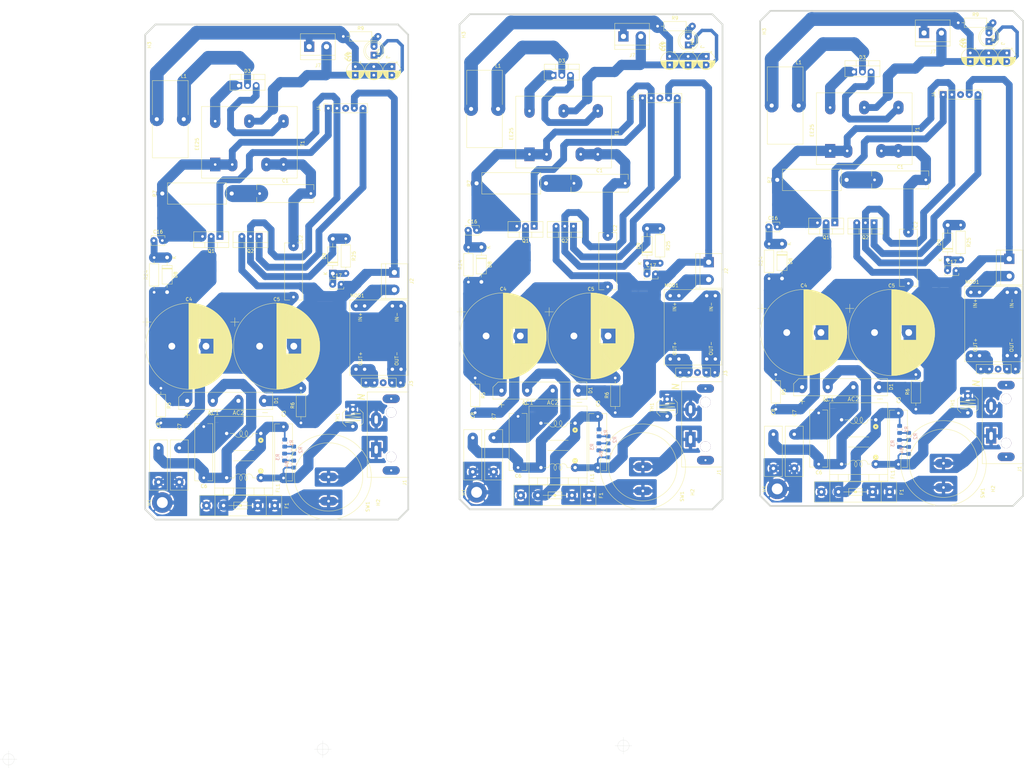
<source format=kicad_pcb>
(kicad_pcb (version 20171130) (host pcbnew 5.1.4)
  (layers (0 F.Cu signal) (31 B.Cu signal) (34 B.Paste user hide) (35 F.Paste user hide) (36 B.SilkS user hide) (37 F.SilkS user hide) (38 B.Mask user hide) (39 F.Mask user hide) (44 Edge.Cuts user))
  (net 0 "")
  (net 1 "Net-(F1-Pad2)")
  (net 2 "Net-(J1-Pad2)")
  (net 3 "Net-(R3-Pad2)")
  (net 4 N)
  (net 5 F)
  (net 6 GNDPWR)
  (net 7 Vin)
  (net 8 Vin|2)
  (net 9 VS2)
  (net 10 "Net-(J1-Pad1)")
  (net 11 GNDREF)
  (net 12 VG1)
  (net 13 VG2)
  (net 14 VS1)
  (net 15 "Net-(D3-Pad2)")
  (net 16 "Net-(D3-Pad1)")
  (net 17 "Net-(D4-Pad2)")
  (net 18 "Net-(C1-Pad2)")
  (net 19 "Net-(C1-Pad1)")
  (net 20 "Net-(C3-Pad2)")
  (net 21 "Net-(C3-Pad1)")
  (net 22 "Net-(C10-Pad1)")
  (net 23 Vin_EXT)
  (net 24 "Net-(R1-Pad2)")
  (net 25 "Net-(R2-Pad2)")
  (net 26 "Net-(J2-Pad2)")
  (net 27 "Net-(D3-Pad3)")
  (net 28 "Net-(C16-Pad1)")
  (net 29 "Net-(C17-Pad1)")
  (module lib_fp:R_Axial_DIN0617_L17.0mm_D6.0mm_P20.32mm_Horizontal (layer F.Cu) (at 206.287 67.06)
    (fp_text reference R7 (at -2.2 0.05 -90) (layer F.SilkS))
    (fp_text value 56|3W)
    (pad 1 thru_hole circle (at 0 0) (size 3.4 3.4) (drill 1.2) (layers *.Cu *.Mask))
    (pad 2 thru_hole oval (at 20.32 0) (size 3.4 3.4) (drill 1.2) (layers *.Cu *.Mask))
  )
  (module Connector_PinSocket_2.54mm:PinSocket_1x05_P2.54mm_Vertical (layer F.Cu) (at 276.037 122.48 270)
    (fp_text reference J3 (at 0.25 -3.09 270) (layer F.SilkS))
    (fp_text value Main_OUT)
    (pad 5 thru_hole oval (at 0 10.16 270) (size 2 2) (drill 0.8) (layers *.Cu *.Mask))
    (pad 4 thru_hole oval (at 0 7.62 270) (size 2 2) (drill 0.8) (layers *.Cu *.Mask))
    (pad 3 thru_hole oval (at 0 5.08 270) (size 2 2) (drill 0.8) (layers *.Cu *.Mask))
    (pad 2 thru_hole oval (at 0 2.54 270) (size 2 2) (drill 0.8) (layers *.Cu *.Mask))
    (pad 1 thru_hole rect (at 0 0 270) (size 2 2) (drill 0.8) (layers *.Cu *.Mask))
  )
  (module lib_fp:C_EMI (layer F.Cu) (at 205.177 151.58 90)
    (fp_text reference C8 (at 16.525 0 90) (layer F.SilkS))
    (fp_text value 1n)
    (pad 2 thru_hole circle (at 10 0 90) (size 2.5 2.5) (drill 1) (layers *.Cu *.Mask))
    (pad 1 thru_hole circle (at 0 0 90) (size 2.5 2.5) (drill 1) (layers *.Cu *.Mask))
  )
  (module lib_fp:NTC-16 (layer F.Cu) (at 262.077 132.798 90)
    (fp_text reference TH1 (at 0.118 -4.45 90) (layer F.SilkS))
    (fp_text value 16)
    (pad 1 thru_hole circle (at 2.5 0 90) (size 2.2 2.2) (drill 1) (layers *.Cu *.Mask))
    (pad 2 thru_hole circle (at -2.5 0 90) (size 2.2 2.2) (drill 1) (layers *.Cu *.Mask))
  )
  (module lib_fp:TerminalBlock_bornier-2_P5.08mm (layer F.Cu) (at 274.227 90.18 270)
    (fp_text reference J2 (at 2.54 -5.08 90) (layer F.SilkS))
    (fp_text value "Entrada +20 V")
    (pad 2 thru_hole circle (at 5.08 0 270) (size 3 3) (drill 1.52) (layers *.Cu *.Mask))
    (pad 1 thru_hole rect (at 0 0 270) (size 3 3) (drill 1.52) (layers *.Cu *.Mask))
  )
  (module lib_fp:R_Axial_DIN0207_L6.3mm_D2.5mm_P10.16mm_Horizontal (layer F.Cu) (at 205.877 124.08 270)
    (fp_text reference R5 (at 5.08 -2.37 90) (layer F.SilkS))
    (fp_text value 100k)
    (pad 2 thru_hole oval (at 10.16 0 270) (size 2 2) (drill 0.8) (layers *.Cu *.Mask))
    (pad 1 thru_hole circle (at 0 0 270) (size 2 2) (drill 0.8) (layers *.Cu *.Mask))
  )
  (module lib_fp:C_EMI (layer F.Cu) (at 211.277 141.58 270)
    (fp_text reference C7 (at -6.225 -0.075 90) (layer F.SilkS))
    (fp_text value 1n)
    (pad 1 thru_hole circle (at 0 0 270) (size 2.5 2.5) (drill 1) (layers *.Cu *.Mask))
    (pad 2 thru_hole circle (at 10 0 270) (size 2.5 2.5) (drill 1) (layers *.Cu *.Mask))
  )
  (module lib_fp:R_Axial_DIN0207_L6.3mm_D2.5mm_P10.16mm_Horizontal (layer F.Cu) (at 246.877 124.08 270)
    (fp_text reference R6 (at 5.05 2.45 90) (layer F.SilkS))
    (fp_text value 100k)
    (pad 2 thru_hole oval (at 10.16 0 270) (size 2 2) (drill 0.8) (layers *.Cu *.Mask))
    (pad 1 thru_hole circle (at 0 0 270) (size 2 2) (drill 0.8) (layers *.Cu *.Mask))
  )
  (module lib_fp:C_Rect_L16.5mm_W5.0mm_P15.00mm_MKT (layer F.Cu) (at 244.697 82.38 270)
    (fp_text reference C2 (at -2.2 -2.15 90) (layer F.SilkS))
    (fp_text value 0.1u)
    (pad 2 thru_hole circle (at 15 0 270) (size 3 3) (drill 0.8) (layers *.Cu *.Mask))
    (pad 1 thru_hole circle (at 0 0 270) (size 3 3) (drill 0.8) (layers *.Cu *.Mask))
  )
  (module lib_fp:R_0805_2012Metric_Pad1.15x1.40mm_HandSolder (layer B.Cu) (at 244.757 146.305 270)
    (fp_text reference R4 (at -0.025 2 90) (layer B.SilkS) (effects (justify mirror)))
    (fp_text value 20k)
    (pad 1 smd roundrect (at -1.025 0 270) (size 1.15 1.4) (layers B.Cu B.Paste B.Mask) (roundrect_rratio 0.217391))
    (pad 2 smd roundrect (at 1.025 0 270) (size 1.15 1.4) (layers B.Cu B.Paste B.Mask) (roundrect_rratio 0.217391))
  )
  (module lib_fp:IEC-C8 (layer F.Cu) (at 273.29432 137.67188 270)
    (fp_text reference J1 (at 14.05812 -3.93268 90) (layer F.SilkS))
    (fp_text value "220 VAC")
    (fp_text user N (at -10.94188 8.71732 270) (layer F.SilkS) (effects (font (size 2 2) (thickness 0.25) italic)))
    (pad "" thru_hole oval (at 10.5 0 270) (size 2.5 5) (drill 0.6) (layers *.Cu *.Mask))
    (pad "" thru_hole oval (at -10.5 0 270) (size 2.5 5) (drill 0.6) (layers *.Cu *.Mask))
    (pad 2 thru_hole oval (at -4.4 4.4 270) (size 4.4 3) (drill oval 2.4 1) (layers *.Cu *.Mask))
    (pad 1 thru_hole rect (at 4.4 4.4 270) (size 4.4 3) (drill oval 2.4 1) (layers *.Cu *.Mask))
    (pad "" thru_hole circle (at 6.5 0 270) (size 3 3) (drill 3) (layers *.Cu *.Mask))
    (pad "" thru_hole circle (at -6.5 0 270) (size 3 3) (drill 3) (layers *.Cu *.Mask))
  )
  (module lib_fp:C_Rect_L16.5mm_W5.0mm_P15.00mm_MKT (layer F.Cu) (at 241.777 135.38 270)
    (fp_text reference C3 (at -3.8 -0.1 90) (layer F.SilkS))
    (fp_text value 0.1u)
    (pad 1 thru_hole circle (at 0 0 270) (size 3 3) (drill 0.8) (layers *.Cu *.Mask))
    (pad 2 thru_hole circle (at 15 0 270) (size 3 3) (drill 0.8) (layers *.Cu *.Mask))
  )
  (module lib_fp:Rocker (layer F.Cu) (at 254.965 150.07 180)
    (fp_text reference SW1 (at -11.462 -8.71 270) (layer F.SilkS))
    (fp_text value ROCKER)
    (pad 1 thru_hole oval (at 0 0 180) (size 5 2.5) (drill 0.762) (layers *.Cu *.Mask))
    (pad 2 thru_hole oval (at 0 -7.1 180) (size 5 2.5) (drill 0.762) (layers *.Cu *.Mask))
  )
  (module lib_fp:C_Rect_L16.5mm_W5.0mm_P15.00mm_MKT (layer F.Cu) (at 218.427 135.33 270)
    (fp_text reference C6 (at 17.45 -0.05 180) (layer F.SilkS))
    (fp_text value 0.1u)
    (pad 2 thru_hole circle (at 15 0 270) (size 3 3) (drill 0.8) (layers *.Cu *.Mask))
    (pad 1 thru_hole circle (at 0 0 270) (size 3 3) (drill 0.8) (layers *.Cu *.Mask))
  )
  (module lib_fp:R_0805_2012Metric_Pad1.15x1.40mm_HandSolder (layer B.Cu) (at 242.127 140.155 270)
    (fp_text reference R1 (at 0.025 -2 90) (layer B.SilkS) (effects (justify mirror)))
    (fp_text value 20k)
    (pad 2 smd roundrect (at 1.025 0 270) (size 1.15 1.4) (layers B.Cu B.Paste B.Mask) (roundrect_rratio 0.217391))
    (pad 1 smd roundrect (at -1.025 0 270) (size 1.15 1.4) (layers B.Cu B.Paste B.Mask) (roundrect_rratio 0.217391))
  )
  (module lib_fp:C_Disc_D3.8mm_W2.6mm_P2.50mm (layer F.Cu) (at 203.797 80.83)
    (fp_text reference C16 (at 1.25 -2.55) (layer F.SilkS))
    (fp_text value 0.1u)
    (pad 1 thru_hole circle (at 0 0) (size 2 2) (drill 0.8) (layers *.Cu *.Mask))
    (pad 2 thru_hole circle (at 2.5 0) (size 2 2) (drill 0.8) (layers *.Cu *.Mask))
  )
  (module lib_fp:CP_Radial_D5.0mm_P2.50mm (layer F.Cu) (at 273.499 29.884 270)
    (fp_text reference C11 (at -2.9 12.4 270) (layer F.SilkS))
    (fp_text value 10u|50V)
    (pad 2 thru_hole circle (at 2.5 0 270) (size 2 2) (drill 0.8) (layers *.Cu *.Mask))
    (pad 1 thru_hole rect (at 0 0 270) (size 2 2) (drill 0.8) (layers *.Cu *.Mask))
  )
  (module Capacitor_THT:CP_Radial_D25.0mm_P10.00mm_SnapIn (layer F.Cu) (at 209.077 111.78)
    (fp_text reference C4 (at 5 -13.75) (layer F.SilkS))
    (fp_text value 330u|200V)
    (pad 2 thru_hole circle (at 10 0) (size 4 4) (drill 2) (layers *.Cu *.Mask))
    (pad 1 thru_hole rect (at 0 0) (size 4 4) (drill 2) (layers *.Cu *.Mask))
  )
  (module lib_fp:DS3B (layer F.Cu) (at 225.077 127.78)
    (fp_text reference D1 (at 14.55 -0.1 -90) (layer F.SilkS))
    (fp_text value D3SB60)
    (fp_text user + (at -11.5 4) (layer F.SilkS) (effects (font (size 2 2))))
    (fp_text user ~ (at -4.5 4) (layer F.SilkS) (effects (font (size 2 2))))
    (fp_text user AC1 (at -3.8 3.5) (layer F.SilkS) (effects (font (size 1.2 1.2))))
    (fp_text user AC2 (at 3.5 3.5) (layer F.SilkS) (effects (font (size 1.2 1.2))))
    (fp_text user - (at 11.3 3.3) (layer F.SilkS) (effects (font (size 2 2))))
    (fp_text user ~ (at -4.5 4) (layer F.SilkS) (effects (font (size 2 2))))
    (pad 1 thru_hole oval (at -11.5 0) (size 2.5 3.5) (drill oval 1.2) (layers *.Cu *.Mask))
    (pad 2 thru_hole oval (at -4 0) (size 2.5 3.5) (drill 1.2) (layers *.Cu *.Mask))
    (pad 3 thru_hole oval (at 3.5 0) (size 2.5 3.5) (drill 1.2) (layers *.Cu *.Mask))
    (pad 4 thru_hole oval (at 11 0) (size 2.5 3.5) (drill 1.2) (layers *.Cu *.Mask))
  )
  (module lib_fp:TerminalBlock_bornier-2_P5.08mm (layer F.Cu) (at 249.274 24.037)
    (fp_text reference J7 (at 2.6 5.5) (layer F.SilkS))
    (fp_text value "Salida +24V")
    (pad 2 thru_hole circle (at 5.08 0) (size 3 3) (drill 1.52) (layers *.Cu *.Mask))
    (pad 1 thru_hole rect (at 0 0) (size 3 3) (drill 1.52) (layers *.Cu *.Mask))
  )
  (module lib_fp:MountingHole_3.2mm_M3_DIN965 (layer F.Cu) (at 273.29432 157.57188 90)
    (fp_text reference H2 (at 0 -3.8 90) (layer F.SilkS))
    (fp_text value MountingHole hide)
    (pad 1 np_thru_hole circle (at 0 0 90) (size 3.2 3.2) (drill 3.2) (layers *.Cu *.Mask))
  )
  (module lib_fp:CP_Radial_D5.0mm_P2.50mm (layer F.Cu) (at 268.199 29.884 270)
    (fp_text reference C10 (at -2.95 7.4 270) (layer F.SilkS))
    (fp_text value 10u|50V)
    (pad 1 thru_hole rect (at 0 0 270) (size 2 2) (drill 0.8) (layers *.Cu *.Mask))
    (pad 2 thru_hole circle (at 2.5 0 270) (size 2 2) (drill 0.8) (layers *.Cu *.Mask))
  )
  (module lib_fp:L_Toroid_Vertical_L22.4mm_W10.2mm_P7.90mm_Vishay_TJ4 (layer F.Cu) (at 212.574 45.287 270)
    (fp_text reference L1 (at -12.625 0) (layer F.SilkS))
    (fp_text value INDUCTOR)
    (pad 2 thru_hole circle (at 0 7.9 270) (size 4 4) (drill 1.2) (layers *.Cu *.Mask))
    (pad 1 thru_hole circle (at 0 0 270) (size 4 4) (drill 1.2) (layers *.Cu *.Mask))
  )
  (module lib_fp:R_0805_2012Metric_Pad1.15x1.40mm_HandSolder (layer B.Cu) (at 244.757 142.205 270)
    (fp_text reference R2 (at -0.025 -2 90) (layer B.SilkS) (effects (justify mirror)))
    (fp_text value 20k)
    (pad 1 smd roundrect (at -1.025 0 270) (size 1.15 1.4) (layers B.Cu B.Paste B.Mask) (roundrect_rratio 0.217391))
    (pad 2 smd roundrect (at 1.025 0 270) (size 1.15 1.4) (layers B.Cu B.Paste B.Mask) (roundrect_rratio 0.217391))
  )
  (module lib_fp:MountingHole_3.2mm_M3_DIN965_Pad (layer F.Cu) (at 206.29432 157.57188 90)
    (fp_text reference H1 (at 0 -3.8 90) (layer F.SilkS))
    (fp_text value MountingHole_Pad hide)
    (pad 1 thru_hole circle (at 0 0 90) (size 6 6) (drill 3.2) (layers *.Cu *.Mask))
  )
  (module lib_fp:TO-220-3_Vertical (layer F.Cu) (at 228.694 35.437)
    (fp_text reference D3 (at 2.54 -4.27) (layer F.SilkS))
    (fp_text value MUR1660)
    (pad 3 thru_hole oval (at 5.08 0) (size 1.905 2) (drill 1.1) (layers *.Cu *.Mask))
    (pad 2 thru_hole oval (at 2.54 0) (size 1.905 2) (drill 1.1) (layers *.Cu *.Mask))
    (pad 1 thru_hole rect (at 0 0) (size 1.905 2) (drill 1.1) (layers *.Cu *.Mask))
  )
  (module lib_fp:CP_Radial_D5.0mm_P2.50mm (layer F.Cu) (at 262.799 29.884 270)
    (fp_text reference C9 (at -2.95 2.5 270) (layer F.SilkS))
    (fp_text value 10u|50V)
    (pad 2 thru_hole circle (at 2.5 0 270) (size 2 2) (drill 0.8) (layers *.Cu *.Mask))
    (pad 1 thru_hole rect (at 0 0 270) (size 2 2) (drill 0.8) (layers *.Cu *.Mask))
  )
  (module lib_fp:R_Axial_DIN0207_L6.3mm_D2.5mm_P10.16mm_Horizontal (layer F.Cu) (at 259.274 21.037)
    (fp_text reference R9 (at 5.08 -2.37) (layer F.SilkS))
    (fp_text value 10k)
    (pad 2 thru_hole oval (at 10.16 0) (size 2 2) (drill 0.8) (layers *.Cu *.Mask))
    (pad 1 thru_hole circle (at 0 0) (size 2 2) (drill 0.8) (layers *.Cu *.Mask))
  )
  (module lib_fp:LED_D5.0mm_Clear (layer F.Cu) (at 268.274 26.537 90)
    (fp_text reference D4 (at -0.05 4.15 90) (layer F.SilkS))
    (fp_text value Amarillo_5mm)
    (pad 1 thru_hole rect (at 0 0 90) (size 2 2) (drill 0.8) (layers *.Cu *.Mask))
    (pad 2 thru_hole circle (at 2.54 0 90) (size 2 2) (drill 0.8) (layers *.Cu *.Mask))
  )
  (module lib_fp:MP1584 (layer F.Cu) (at 269.927 109.03 270)
    (fp_text reference MOD1 (at -12.05 6.575) (layer F.SilkS))
    (fp_text value MP1584)
    (fp_text user OUT+ (at 6.4012 5.6372 90) (layer F.SilkS))
    (fp_text user OUT- (at 6.4012 -4.98 90) (layer F.SilkS))
    (fp_text user IN- (at -5.7908 -5.0308 90) (layer F.SilkS))
    (fp_text user IN+ (at -5.7908 5.688 90) (layer F.SilkS))
    (pad 1 thru_hole circle (at -9.042 -3.71 270) (size 2 2) (drill 1) (layers *.Cu *.Mask))
    (pad 2 thru_hole circle (at -9.042 4.418 270) (size 2 2) (drill 1) (layers *.Cu *.Mask))
    (pad 3 thru_hole circle (at 9.5 4.418 270) (size 2 2) (drill 1) (layers *.Cu *.Mask))
    (pad 4 thru_hole circle (at 9.5 -3.71 270) (size 2 2) (drill 1) (layers *.Cu *.Mask))
    (pad 3 thru_hole circle (at 9.5 6.958 270) (size 2 2) (drill 1) (layers *.Cu *.Mask))
    (pad 4 thru_hole circle (at 9.5 -6.25 270) (size 2 2) (drill 1) (layers *.Cu *.Mask))
    (pad 1 thru_hole circle (at -9.042 -6.25 270) (size 2 2) (drill 1) (layers *.Cu *.Mask))
    (pad 2 thru_hole circle (at -9.042 6.958 270) (size 2 2) (drill 1) (layers *.Cu *.Mask))
  )
  (module lib_fp:MountingHole_3.2mm_M3_DIN965 (layer F.Cu) (at 273.29432 25.57188 90)
    (fp_text reference H4 (at 0 -3.8 90) (layer F.SilkS))
    (fp_text value MountingHole hide)
    (pad 1 np_thru_hole circle (at 0 0 90) (size 3.2 3.2) (drill 3.2) (layers *.Cu *.Mask))
  )
  (module lib_fp:Fuse_4pin_A (layer F.Cu) (at 229.217 158.452)
    (fp_text reference F1 (at 13.51 0.028 -90) (layer F.SilkS))
    (fp_text value "0,5 A")
    (pad 1 thru_hole circle (at -5 0) (size 2.5 2.5) (drill 1) (layers *.Cu *.Mask))
    (pad 2 thru_hole circle (at 5 0) (size 2.5 2.5) (drill 1) (layers *.Cu *.Mask))
    (pad 1 thru_hole circle (at -10 0) (size 2.5 2.5) (drill 1) (layers *.Cu *.Mask))
    (pad 2 thru_hole circle (at 10 0) (size 2.5 2.5) (drill 1) (layers *.Cu *.Mask))
  )
  (module lib_fp:MountingHole_3.2mm_M3_DIN965 (layer F.Cu) (at 206.29432 23.57188 90)
    (fp_text reference H3 (at 0 -3.8 90) (layer F.SilkS))
    (fp_text value MountingHole hide)
    (pad 1 np_thru_hole circle (at 0 0 90) (size 3.2 3.2) (drill 3.2) (layers *.Cu *.Mask))
  )
  (module lib_fp:R_Axial_DIN0207_L6.3mm_D2.5mm_P10.16mm_Horizontal (layer F.Cu) (at 203.897 95.98 90)
    (fp_text reference R24 (at 5.08 -2.37 90) (layer F.SilkS))
    (fp_text value 10k)
    (pad 2 thru_hole oval (at 10.16 0 90) (size 2 2) (drill 0.8) (layers *.Cu *.Mask))
    (pad 1 thru_hole circle (at 0 0 90) (size 2 2) (drill 0.8) (layers *.Cu *.Mask))
  )
  (module lib_fp:D_DO-41_SOD81_P10.16mm_Horizontal (layer F.Cu) (at 256.197 90.48 90)
    (fp_text reference D9 (at 5.08 -2.47 90) (layer F.SilkS))
    (fp_text value MUR160)
    (fp_text user K (at 0 -2.1 90) (layer F.SilkS))
    (pad 1 thru_hole rect (at 0 0 90) (size 2.2 2.2) (drill 1.1) (layers *.Cu *.Mask))
    (pad 2 thru_hole oval (at 10.16 0 90) (size 2.2 2.2) (drill 1.1) (layers *.Cu *.Mask))
  )
  (module lib_fp:D_DO-41_SOD81_P10.16mm_Horizontal (layer F.Cu) (at 207.697 85.78 270)
    (fp_text reference D8 (at 5.08 -2.47 90) (layer F.SilkS))
    (fp_text value MUR160)
    (fp_text user K (at 0 -2.1 90) (layer F.SilkS))
    (pad 2 thru_hole oval (at 10.16 0 270) (size 2.2 2.2) (drill 1.1) (layers *.Cu *.Mask))
    (pad 1 thru_hole rect (at 0 0 270) (size 2.2 2.2) (drill 1.1) (layers *.Cu *.Mask))
  )
  (module lib_fp:TO-220-3_Vertical (layer F.Cu) (at 223.147 79.63 180)
    (fp_text reference Q1 (at 2.54 -4.27) (layer F.SilkS))
    (fp_text value IRF840)
    (pad 1 thru_hole rect (at 0 0 180) (size 2 2) (drill 0.8) (layers *.Cu *.Mask))
    (pad 2 thru_hole oval (at 2.54 0 180) (size 2 2) (drill 0.8) (layers *.Cu *.Mask))
    (pad 3 thru_hole oval (at 5.08 0 180) (size 2 2) (drill 0.8) (layers *.Cu *.Mask))
  )
  (module lib_fp:TO-220-3_Vertical (layer F.Cu) (at 234.647 79.63 180)
    (fp_text reference Q2 (at 2.54 -4.27) (layer F.SilkS))
    (fp_text value IRF840)
    (pad 3 thru_hole oval (at 5.08 0 180) (size 2 2) (drill 0.8) (layers *.Cu *.Mask))
    (pad 2 thru_hole oval (at 2.54 0 180) (size 2 2) (drill 0.8) (layers *.Cu *.Mask))
    (pad 1 thru_hole rect (at 0 0 180) (size 2 2) (drill 0.8) (layers *.Cu *.Mask))
  )
  (module Capacitor_THT:CP_Radial_D25.0mm_P10.00mm_SnapIn (layer F.Cu) (at 234.777 111.78)
    (fp_text reference C5 (at 5 -13.75) (layer F.SilkS))
    (fp_text value 330u|200V)
    (pad 1 thru_hole rect (at 0 0) (size 4 4) (drill 2) (layers *.Cu *.Mask))
    (pad 2 thru_hole circle (at 10 0) (size 4 4) (drill 2) (layers *.Cu *.Mask))
  )
  (module Connector_PinSocket_2.54mm:PinSocket_1x05_P2.54mm_Vertical (layer F.Cu) (at 254.877 42.08 90)
    (fp_text reference J4 (at 0 -2.77 90) (layer F.SilkS))
    (fp_text value Main_IN)
    (pad 5 thru_hole oval (at 0 10.16 90) (size 2 2) (drill 0.8) (layers *.Cu *.Mask))
    (pad 4 thru_hole oval (at 0 7.62 90) (size 2 2) (drill 0.8) (layers *.Cu *.Mask))
    (pad 3 thru_hole oval (at 0 5.08 90) (size 2 2) (drill 0.8) (layers *.Cu *.Mask))
    (pad 2 thru_hole oval (at 0 2.54 90) (size 2 2) (drill 0.8) (layers *.Cu *.Mask))
    (pad 1 thru_hole rect (at 0 0 90) (size 2 2) (drill 0.8) (layers *.Cu *.Mask))
  )
  (module lib_fp:Choke_A (layer F.Cu) (at 230.127 143.83 270)
    (fp_text reference FL1 (at 9.5 -10 90) (layer F.SilkS))
    (fp_text value "Choke Coil")
    (pad 4 thru_hole circle (at 6.5 5 270) (size 2.5 2.5) (drill 1) (layers *.Cu *.Mask))
    (pad 3 thru_hole circle (at 6.5 -5 270) (size 2.5 2.5) (drill 1) (layers *.Cu *.Mask))
    (pad 2 thru_hole circle (at -6.5 5 270) (size 2.5 2.5) (drill 1) (layers *.Cu *.Mask))
    (pad 1 thru_hole circle (at -6.5 -5 270) (size 2.5 2.5) (drill 1) (layers *.Cu *.Mask))
  )
  (module lib_fp:R_Axial_DIN0207_L6.3mm_D2.5mm_P10.16mm_Horizontal (layer F.Cu) (at 259.997 80.28 270)
    (fp_text reference R25 (at 5.08 -2.37 90) (layer F.SilkS))
    (fp_text value 10k)
    (pad 1 thru_hole circle (at 0 0 270) (size 2 2) (drill 0.8) (layers *.Cu *.Mask))
    (pad 2 thru_hole oval (at 10.16 0 270) (size 2 2) (drill 0.8) (layers *.Cu *.Mask))
  )
  (module lib_fp:R_0805_2012Metric_Pad1.15x1.40mm_HandSolder (layer B.Cu) (at 242.077 144.255 270)
    (fp_text reference R3 (at 0 2 90) (layer B.SilkS) (effects (justify mirror)))
    (fp_text value 20k)
    (pad 2 smd roundrect (at 1.025 0 270) (size 1.15 1.4) (layers B.Cu B.Paste B.Mask) (roundrect_rratio 0.217391))
    (pad 1 smd roundrect (at -1.025 0 270) (size 1.15 1.4) (layers B.Cu B.Paste B.Mask) (roundrect_rratio 0.217391))
  )
  (module lib_fp:C_Disc_D3.8mm_W2.6mm_P2.50mm (layer F.Cu) (at 256.147 93.63)
    (fp_text reference C17 (at 1.25 -2.55) (layer F.SilkS))
    (fp_text value 0.1u)
    (pad 2 thru_hole circle (at 2.5 0) (size 2 2) (drill 0.8) (layers *.Cu *.Mask))
    (pad 1 thru_hole circle (at 0 0) (size 2 2) (drill 0.8) (layers *.Cu *.Mask))
  )
  (module lib_fp:C_Rect_L16.5mm_W5.0mm_P15.00mm_MKT (layer F.Cu) (at 234.787 67.06)
    (fp_text reference C1 (at 7.5 -3.75) (layer F.SilkS))
    (fp_text value 330nF|400V)
    (pad 1 thru_hole circle (at 0 0) (size 3 3) (drill 0.8) (layers *.Cu *.Mask))
    (pad 2 thru_hole circle (at 15 0) (size 3 3) (drill 0.8) (layers *.Cu *.Mask))
  )
  (module lib_fp:Transformador_EE25 (layer F.Cu) (at 217.154 40.84)
    (fp_text reference T1 (at 30.2 11.55 -270) (layer F.SilkS))
    (fp_text value Transformer_1P_SS)
    (fp_text user EE25 (at -0.7 11.75 -270) (layer F.SilkS))
    (pad 3 thru_hole oval (at 24.62 5.02) (size 3 4) (drill 0.762) (layers *.Cu *.Mask))
    (pad 4 thru_hole oval (at 14.62 5.02) (size 3 4) (drill 0.762) (layers *.Cu *.Mask))
    (pad 5 thru_hole oval (at 4.62 5.02) (size 3 4) (drill 0.762) (layers *.Cu *.Mask))
    (pad 1 thru_hole rect (at 4.62 17.72) (size 3 4) (drill 0.762) (layers *.Cu *.Mask))
    (pad 1 thru_hole oval (at 9.62 17.72) (size 3 4) (drill 0.762) (layers *.Cu *.Mask))
    (pad 2 thru_hole oval (at 19.62 17.72) (size 3 4) (drill 0.762) (layers *.Cu *.Mask))
    (pad 2 thru_hole oval (at 24.62 17.72) (size 3 4) (drill 0.762) (layers *.Cu *.Mask))
  )
  (module lib_fp:R_Axial_DIN0617_L17.0mm_D6.0mm_P20.32mm_Horizontal (layer F.Cu) (at 118.287 68.06)
    (fp_text reference R7 (at -2.2 0.05 -90) (layer F.SilkS))
    (fp_text value 56|3W)
    (pad 1 thru_hole circle (at 0 0) (size 3.4 3.4) (drill 1.2) (layers *.Cu *.Mask))
    (pad 2 thru_hole oval (at 20.32 0) (size 3.4 3.4) (drill 1.2) (layers *.Cu *.Mask))
  )
  (module Connector_PinSocket_2.54mm:PinSocket_1x05_P2.54mm_Vertical (layer F.Cu) (at 188.037 123.48 270)
    (fp_text reference J3 (at 0.25 -3.09 270) (layer F.SilkS))
    (fp_text value Main_OUT)
    (pad 5 thru_hole oval (at 0 10.16 270) (size 2 2) (drill 0.8) (layers *.Cu *.Mask))
    (pad 4 thru_hole oval (at 0 7.62 270) (size 2 2) (drill 0.8) (layers *.Cu *.Mask))
    (pad 3 thru_hole oval (at 0 5.08 270) (size 2 2) (drill 0.8) (layers *.Cu *.Mask))
    (pad 2 thru_hole oval (at 0 2.54 270) (size 2 2) (drill 0.8) (layers *.Cu *.Mask))
    (pad 1 thru_hole rect (at 0 0 270) (size 2 2) (drill 0.8) (layers *.Cu *.Mask))
  )
  (module lib_fp:C_EMI (layer F.Cu) (at 117.177 152.58 90)
    (fp_text reference C8 (at 16.525 0 90) (layer F.SilkS))
    (fp_text value 1n)
    (pad 2 thru_hole circle (at 10 0 90) (size 2.5 2.5) (drill 1) (layers *.Cu *.Mask))
    (pad 1 thru_hole circle (at 0 0 90) (size 2.5 2.5) (drill 1) (layers *.Cu *.Mask))
  )
  (module lib_fp:NTC-16 (layer F.Cu) (at 174.077 133.798 90)
    (fp_text reference TH1 (at 0.118 -4.45 90) (layer F.SilkS))
    (fp_text value 16)
    (pad 1 thru_hole circle (at 2.5 0 90) (size 2.2 2.2) (drill 1) (layers *.Cu *.Mask))
    (pad 2 thru_hole circle (at -2.5 0 90) (size 2.2 2.2) (drill 1) (layers *.Cu *.Mask))
  )
  (module lib_fp:TerminalBlock_bornier-2_P5.08mm (layer F.Cu) (at 186.227 91.18 270)
    (fp_text reference J2 (at 2.54 -5.08 90) (layer F.SilkS))
    (fp_text value "Entrada +20 V")
    (pad 2 thru_hole circle (at 5.08 0 270) (size 3 3) (drill 1.52) (layers *.Cu *.Mask))
    (pad 1 thru_hole rect (at 0 0 270) (size 3 3) (drill 1.52) (layers *.Cu *.Mask))
  )
  (module lib_fp:R_Axial_DIN0207_L6.3mm_D2.5mm_P10.16mm_Horizontal (layer F.Cu) (at 117.877 125.08 270)
    (fp_text reference R5 (at 5.08 -2.37 90) (layer F.SilkS))
    (fp_text value 100k)
    (pad 2 thru_hole oval (at 10.16 0 270) (size 2 2) (drill 0.8) (layers *.Cu *.Mask))
    (pad 1 thru_hole circle (at 0 0 270) (size 2 2) (drill 0.8) (layers *.Cu *.Mask))
  )
  (module lib_fp:C_EMI (layer F.Cu) (at 123.277 142.58 270)
    (fp_text reference C7 (at -6.225 -0.075 90) (layer F.SilkS))
    (fp_text value 1n)
    (pad 1 thru_hole circle (at 0 0 270) (size 2.5 2.5) (drill 1) (layers *.Cu *.Mask))
    (pad 2 thru_hole circle (at 10 0 270) (size 2.5 2.5) (drill 1) (layers *.Cu *.Mask))
  )
  (module lib_fp:R_Axial_DIN0207_L6.3mm_D2.5mm_P10.16mm_Horizontal (layer F.Cu) (at 158.877 125.08 270)
    (fp_text reference R6 (at 5.05 2.45 90) (layer F.SilkS))
    (fp_text value 100k)
    (pad 2 thru_hole oval (at 10.16 0 270) (size 2 2) (drill 0.8) (layers *.Cu *.Mask))
    (pad 1 thru_hole circle (at 0 0 270) (size 2 2) (drill 0.8) (layers *.Cu *.Mask))
  )
  (module lib_fp:C_Rect_L16.5mm_W5.0mm_P15.00mm_MKT (layer F.Cu) (at 156.697 83.38 270)
    (fp_text reference C2 (at -2.2 -2.15 90) (layer F.SilkS))
    (fp_text value 0.1u)
    (pad 2 thru_hole circle (at 15 0 270) (size 3 3) (drill 0.8) (layers *.Cu *.Mask))
    (pad 1 thru_hole circle (at 0 0 270) (size 3 3) (drill 0.8) (layers *.Cu *.Mask))
  )
  (module lib_fp:R_0805_2012Metric_Pad1.15x1.40mm_HandSolder (layer B.Cu) (at 156.757 147.305 270)
    (fp_text reference R4 (at -0.025 2 90) (layer B.SilkS) (effects (justify mirror)))
    (fp_text value 20k)
    (pad 1 smd roundrect (at -1.025 0 270) (size 1.15 1.4) (layers B.Cu B.Paste B.Mask) (roundrect_rratio 0.217391))
    (pad 2 smd roundrect (at 1.025 0 270) (size 1.15 1.4) (layers B.Cu B.Paste B.Mask) (roundrect_rratio 0.217391))
  )
  (module lib_fp:IEC-C8 (layer F.Cu) (at 185.29432 138.67188 270)
    (fp_text reference J1 (at 14.05812 -3.93268 90) (layer F.SilkS))
    (fp_text value "220 VAC")
    (fp_text user N (at -10.94188 8.71732 270) (layer F.SilkS) (effects (font (size 2 2) (thickness 0.25) italic)))
    (pad "" thru_hole oval (at 10.5 0 270) (size 2.5 5) (drill 0.6) (layers *.Cu *.Mask))
    (pad "" thru_hole oval (at -10.5 0 270) (size 2.5 5) (drill 0.6) (layers *.Cu *.Mask))
    (pad 2 thru_hole oval (at -4.4 4.4 270) (size 4.4 3) (drill oval 2.4 1) (layers *.Cu *.Mask))
    (pad 1 thru_hole rect (at 4.4 4.4 270) (size 4.4 3) (drill oval 2.4 1) (layers *.Cu *.Mask))
    (pad "" thru_hole circle (at 6.5 0 270) (size 3 3) (drill 3) (layers *.Cu *.Mask))
    (pad "" thru_hole circle (at -6.5 0 270) (size 3 3) (drill 3) (layers *.Cu *.Mask))
  )
  (module lib_fp:C_Rect_L16.5mm_W5.0mm_P15.00mm_MKT (layer F.Cu) (at 153.777 136.38 270)
    (fp_text reference C3 (at -3.8 -0.1 90) (layer F.SilkS))
    (fp_text value 0.1u)
    (pad 1 thru_hole circle (at 0 0 270) (size 3 3) (drill 0.8) (layers *.Cu *.Mask))
    (pad 2 thru_hole circle (at 15 0 270) (size 3 3) (drill 0.8) (layers *.Cu *.Mask))
  )
  (module lib_fp:Rocker (layer F.Cu) (at 166.965 151.07 180)
    (fp_text reference SW1 (at -11.462 -8.71 270) (layer F.SilkS))
    (fp_text value ROCKER)
    (pad 1 thru_hole oval (at 0 0 180) (size 5 2.5) (drill 0.762) (layers *.Cu *.Mask))
    (pad 2 thru_hole oval (at 0 -7.1 180) (size 5 2.5) (drill 0.762) (layers *.Cu *.Mask))
  )
  (module lib_fp:C_Rect_L16.5mm_W5.0mm_P15.00mm_MKT (layer F.Cu) (at 130.427 136.33 270)
    (fp_text reference C6 (at 17.45 -0.05 180) (layer F.SilkS))
    (fp_text value 0.1u)
    (pad 2 thru_hole circle (at 15 0 270) (size 3 3) (drill 0.8) (layers *.Cu *.Mask))
    (pad 1 thru_hole circle (at 0 0 270) (size 3 3) (drill 0.8) (layers *.Cu *.Mask))
  )
  (module lib_fp:R_0805_2012Metric_Pad1.15x1.40mm_HandSolder (layer B.Cu) (at 154.127 141.155 270)
    (fp_text reference R1 (at 0.025 -2 90) (layer B.SilkS) (effects (justify mirror)))
    (fp_text value 20k)
    (pad 2 smd roundrect (at 1.025 0 270) (size 1.15 1.4) (layers B.Cu B.Paste B.Mask) (roundrect_rratio 0.217391))
    (pad 1 smd roundrect (at -1.025 0 270) (size 1.15 1.4) (layers B.Cu B.Paste B.Mask) (roundrect_rratio 0.217391))
  )
  (module lib_fp:C_Disc_D3.8mm_W2.6mm_P2.50mm (layer F.Cu) (at 115.797 81.83)
    (fp_text reference C16 (at 1.25 -2.55) (layer F.SilkS))
    (fp_text value 0.1u)
    (pad 1 thru_hole circle (at 0 0) (size 2 2) (drill 0.8) (layers *.Cu *.Mask))
    (pad 2 thru_hole circle (at 2.5 0) (size 2 2) (drill 0.8) (layers *.Cu *.Mask))
  )
  (module lib_fp:CP_Radial_D5.0mm_P2.50mm (layer F.Cu) (at 185.499 30.884 270)
    (fp_text reference C11 (at -2.9 12.4 270) (layer F.SilkS))
    (fp_text value 10u|50V)
    (pad 2 thru_hole circle (at 2.5 0 270) (size 2 2) (drill 0.8) (layers *.Cu *.Mask))
    (pad 1 thru_hole rect (at 0 0 270) (size 2 2) (drill 0.8) (layers *.Cu *.Mask))
  )
  (module Capacitor_THT:CP_Radial_D25.0mm_P10.00mm_SnapIn (layer F.Cu) (at 121.077 112.78)
    (fp_text reference C4 (at 5 -13.75) (layer F.SilkS))
    (fp_text value 330u|200V)
    (pad 2 thru_hole circle (at 10 0) (size 4 4) (drill 2) (layers *.Cu *.Mask))
    (pad 1 thru_hole rect (at 0 0) (size 4 4) (drill 2) (layers *.Cu *.Mask))
  )
  (module lib_fp:DS3B (layer F.Cu) (at 137.077 128.78)
    (fp_text reference D1 (at 14.55 -0.1 -90) (layer F.SilkS))
    (fp_text value D3SB60)
    (fp_text user + (at -11.5 4) (layer F.SilkS) (effects (font (size 2 2))))
    (fp_text user ~ (at -4.5 4) (layer F.SilkS) (effects (font (size 2 2))))
    (fp_text user AC1 (at -3.8 3.5) (layer F.SilkS) (effects (font (size 1.2 1.2))))
    (fp_text user AC2 (at 3.5 3.5) (layer F.SilkS) (effects (font (size 1.2 1.2))))
    (fp_text user - (at 11.3 3.3) (layer F.SilkS) (effects (font (size 2 2))))
    (fp_text user ~ (at -4.5 4) (layer F.SilkS) (effects (font (size 2 2))))
    (pad 1 thru_hole oval (at -11.5 0) (size 2.5 3.5) (drill oval 1.2) (layers *.Cu *.Mask))
    (pad 2 thru_hole oval (at -4 0) (size 2.5 3.5) (drill 1.2) (layers *.Cu *.Mask))
    (pad 3 thru_hole oval (at 3.5 0) (size 2.5 3.5) (drill 1.2) (layers *.Cu *.Mask))
    (pad 4 thru_hole oval (at 11 0) (size 2.5 3.5) (drill 1.2) (layers *.Cu *.Mask))
  )
  (module lib_fp:TerminalBlock_bornier-2_P5.08mm (layer F.Cu) (at 161.274 25.037)
    (fp_text reference J7 (at 2.6 5.5) (layer F.SilkS))
    (fp_text value "Salida +24V")
    (pad 2 thru_hole circle (at 5.08 0) (size 3 3) (drill 1.52) (layers *.Cu *.Mask))
    (pad 1 thru_hole rect (at 0 0) (size 3 3) (drill 1.52) (layers *.Cu *.Mask))
  )
  (module lib_fp:MountingHole_3.2mm_M3_DIN965 (layer F.Cu) (at 185.29432 158.57188 90)
    (fp_text reference H2 (at 0 -3.8 90) (layer F.SilkS))
    (fp_text value MountingHole hide)
    (pad 1 np_thru_hole circle (at 0 0 90) (size 3.2 3.2) (drill 3.2) (layers *.Cu *.Mask))
  )
  (module lib_fp:CP_Radial_D5.0mm_P2.50mm (layer F.Cu) (at 180.199 30.884 270)
    (fp_text reference C10 (at -2.95 7.4 270) (layer F.SilkS))
    (fp_text value 10u|50V)
    (pad 1 thru_hole rect (at 0 0 270) (size 2 2) (drill 0.8) (layers *.Cu *.Mask))
    (pad 2 thru_hole circle (at 2.5 0 270) (size 2 2) (drill 0.8) (layers *.Cu *.Mask))
  )
  (module lib_fp:L_Toroid_Vertical_L22.4mm_W10.2mm_P7.90mm_Vishay_TJ4 (layer F.Cu) (at 124.574 46.287 270)
    (fp_text reference L1 (at -12.625 0) (layer F.SilkS))
    (fp_text value INDUCTOR)
    (pad 2 thru_hole circle (at 0 7.9 270) (size 4 4) (drill 1.2) (layers *.Cu *.Mask))
    (pad 1 thru_hole circle (at 0 0 270) (size 4 4) (drill 1.2) (layers *.Cu *.Mask))
  )
  (module lib_fp:R_0805_2012Metric_Pad1.15x1.40mm_HandSolder (layer B.Cu) (at 156.757 143.205 270)
    (fp_text reference R2 (at -0.025 -2 90) (layer B.SilkS) (effects (justify mirror)))
    (fp_text value 20k)
    (pad 1 smd roundrect (at -1.025 0 270) (size 1.15 1.4) (layers B.Cu B.Paste B.Mask) (roundrect_rratio 0.217391))
    (pad 2 smd roundrect (at 1.025 0 270) (size 1.15 1.4) (layers B.Cu B.Paste B.Mask) (roundrect_rratio 0.217391))
  )
  (module lib_fp:MountingHole_3.2mm_M3_DIN965_Pad (layer F.Cu) (at 118.29432 158.57188 90)
    (fp_text reference H1 (at 0 -3.8 90) (layer F.SilkS))
    (fp_text value MountingHole_Pad hide)
    (pad 1 thru_hole circle (at 0 0 90) (size 6 6) (drill 3.2) (layers *.Cu *.Mask))
  )
  (module lib_fp:TO-220-3_Vertical (layer F.Cu) (at 140.694 36.437)
    (fp_text reference D3 (at 2.54 -4.27) (layer F.SilkS))
    (fp_text value MUR1660)
    (pad 3 thru_hole oval (at 5.08 0) (size 1.905 2) (drill 1.1) (layers *.Cu *.Mask))
    (pad 2 thru_hole oval (at 2.54 0) (size 1.905 2) (drill 1.1) (layers *.Cu *.Mask))
    (pad 1 thru_hole rect (at 0 0) (size 1.905 2) (drill 1.1) (layers *.Cu *.Mask))
  )
  (module lib_fp:CP_Radial_D5.0mm_P2.50mm (layer F.Cu) (at 174.799 30.884 270)
    (fp_text reference C9 (at -2.95 2.5 270) (layer F.SilkS))
    (fp_text value 10u|50V)
    (pad 2 thru_hole circle (at 2.5 0 270) (size 2 2) (drill 0.8) (layers *.Cu *.Mask))
    (pad 1 thru_hole rect (at 0 0 270) (size 2 2) (drill 0.8) (layers *.Cu *.Mask))
  )
  (module lib_fp:R_Axial_DIN0207_L6.3mm_D2.5mm_P10.16mm_Horizontal (layer F.Cu) (at 171.274 22.037)
    (fp_text reference R9 (at 5.08 -2.37) (layer F.SilkS))
    (fp_text value 10k)
    (pad 2 thru_hole oval (at 10.16 0) (size 2 2) (drill 0.8) (layers *.Cu *.Mask))
    (pad 1 thru_hole circle (at 0 0) (size 2 2) (drill 0.8) (layers *.Cu *.Mask))
  )
  (module lib_fp:LED_D5.0mm_Clear (layer F.Cu) (at 180.274 27.537 90)
    (fp_text reference D4 (at -0.05 4.15 90) (layer F.SilkS))
    (fp_text value Amarillo_5mm)
    (pad 1 thru_hole rect (at 0 0 90) (size 2 2) (drill 0.8) (layers *.Cu *.Mask))
    (pad 2 thru_hole circle (at 2.54 0 90) (size 2 2) (drill 0.8) (layers *.Cu *.Mask))
  )
  (module lib_fp:MP1584 (layer F.Cu) (at 181.927 110.03 270)
    (fp_text reference MOD1 (at -12.05 6.575) (layer F.SilkS))
    (fp_text value MP1584)
    (fp_text user OUT+ (at 6.4012 5.6372 90) (layer F.SilkS))
    (fp_text user OUT- (at 6.4012 -4.98 90) (layer F.SilkS))
    (fp_text user IN- (at -5.7908 -5.0308 90) (layer F.SilkS))
    (fp_text user IN+ (at -5.7908 5.688 90) (layer F.SilkS))
    (pad 1 thru_hole circle (at -9.042 -3.71 270) (size 2 2) (drill 1) (layers *.Cu *.Mask))
    (pad 2 thru_hole circle (at -9.042 4.418 270) (size 2 2) (drill 1) (layers *.Cu *.Mask))
    (pad 3 thru_hole circle (at 9.5 4.418 270) (size 2 2) (drill 1) (layers *.Cu *.Mask))
    (pad 4 thru_hole circle (at 9.5 -3.71 270) (size 2 2) (drill 1) (layers *.Cu *.Mask))
    (pad 3 thru_hole circle (at 9.5 6.958 270) (size 2 2) (drill 1) (layers *.Cu *.Mask))
    (pad 4 thru_hole circle (at 9.5 -6.25 270) (size 2 2) (drill 1) (layers *.Cu *.Mask))
    (pad 1 thru_hole circle (at -9.042 -6.25 270) (size 2 2) (drill 1) (layers *.Cu *.Mask))
    (pad 2 thru_hole circle (at -9.042 6.958 270) (size 2 2) (drill 1) (layers *.Cu *.Mask))
  )
  (module lib_fp:MountingHole_3.2mm_M3_DIN965 (layer F.Cu) (at 185.29432 26.57188 90)
    (fp_text reference H4 (at 0 -3.8 90) (layer F.SilkS))
    (fp_text value MountingHole hide)
    (pad 1 np_thru_hole circle (at 0 0 90) (size 3.2 3.2) (drill 3.2) (layers *.Cu *.Mask))
  )
  (module lib_fp:Fuse_4pin_A (layer F.Cu) (at 141.217 159.452)
    (fp_text reference F1 (at 13.51 0.028 -90) (layer F.SilkS))
    (fp_text value "0,5 A")
    (pad 1 thru_hole circle (at -5 0) (size 2.5 2.5) (drill 1) (layers *.Cu *.Mask))
    (pad 2 thru_hole circle (at 5 0) (size 2.5 2.5) (drill 1) (layers *.Cu *.Mask))
    (pad 1 thru_hole circle (at -10 0) (size 2.5 2.5) (drill 1) (layers *.Cu *.Mask))
    (pad 2 thru_hole circle (at 10 0) (size 2.5 2.5) (drill 1) (layers *.Cu *.Mask))
  )
  (module lib_fp:MountingHole_3.2mm_M3_DIN965 (layer F.Cu) (at 118.29432 24.57188 90)
    (fp_text reference H3 (at 0 -3.8 90) (layer F.SilkS))
    (fp_text value MountingHole hide)
    (pad 1 np_thru_hole circle (at 0 0 90) (size 3.2 3.2) (drill 3.2) (layers *.Cu *.Mask))
  )
  (module lib_fp:R_Axial_DIN0207_L6.3mm_D2.5mm_P10.16mm_Horizontal (layer F.Cu) (at 115.897 96.98 90)
    (fp_text reference R24 (at 5.08 -2.37 90) (layer F.SilkS))
    (fp_text value 10k)
    (pad 2 thru_hole oval (at 10.16 0 90) (size 2 2) (drill 0.8) (layers *.Cu *.Mask))
    (pad 1 thru_hole circle (at 0 0 90) (size 2 2) (drill 0.8) (layers *.Cu *.Mask))
  )
  (module lib_fp:D_DO-41_SOD81_P10.16mm_Horizontal (layer F.Cu) (at 168.197 91.48 90)
    (fp_text reference D9 (at 5.08 -2.47 90) (layer F.SilkS))
    (fp_text value MUR160)
    (fp_text user K (at 0 -2.1 90) (layer F.SilkS))
    (pad 1 thru_hole rect (at 0 0 90) (size 2.2 2.2) (drill 1.1) (layers *.Cu *.Mask))
    (pad 2 thru_hole oval (at 10.16 0 90) (size 2.2 2.2) (drill 1.1) (layers *.Cu *.Mask))
  )
  (module lib_fp:D_DO-41_SOD81_P10.16mm_Horizontal (layer F.Cu) (at 119.697 86.78 270)
    (fp_text reference D8 (at 5.08 -2.47 90) (layer F.SilkS))
    (fp_text value MUR160)
    (fp_text user K (at 0 -2.1 90) (layer F.SilkS))
    (pad 2 thru_hole oval (at 10.16 0 270) (size 2.2 2.2) (drill 1.1) (layers *.Cu *.Mask))
    (pad 1 thru_hole rect (at 0 0 270) (size 2.2 2.2) (drill 1.1) (layers *.Cu *.Mask))
  )
  (module lib_fp:TO-220-3_Vertical (layer F.Cu) (at 135.147 80.63 180)
    (fp_text reference Q1 (at 2.54 -4.27) (layer F.SilkS))
    (fp_text value IRF840)
    (pad 1 thru_hole rect (at 0 0 180) (size 2 2) (drill 0.8) (layers *.Cu *.Mask))
    (pad 2 thru_hole oval (at 2.54 0 180) (size 2 2) (drill 0.8) (layers *.Cu *.Mask))
    (pad 3 thru_hole oval (at 5.08 0 180) (size 2 2) (drill 0.8) (layers *.Cu *.Mask))
  )
  (module lib_fp:TO-220-3_Vertical (layer F.Cu) (at 146.647 80.63 180)
    (fp_text reference Q2 (at 2.54 -4.27) (layer F.SilkS))
    (fp_text value IRF840)
    (pad 3 thru_hole oval (at 5.08 0 180) (size 2 2) (drill 0.8) (layers *.Cu *.Mask))
    (pad 2 thru_hole oval (at 2.54 0 180) (size 2 2) (drill 0.8) (layers *.Cu *.Mask))
    (pad 1 thru_hole rect (at 0 0 180) (size 2 2) (drill 0.8) (layers *.Cu *.Mask))
  )
  (module Capacitor_THT:CP_Radial_D25.0mm_P10.00mm_SnapIn (layer F.Cu) (at 146.777 112.78)
    (fp_text reference C5 (at 5 -13.75) (layer F.SilkS))
    (fp_text value 330u|200V)
    (pad 1 thru_hole rect (at 0 0) (size 4 4) (drill 2) (layers *.Cu *.Mask))
    (pad 2 thru_hole circle (at 10 0) (size 4 4) (drill 2) (layers *.Cu *.Mask))
  )
  (module Connector_PinSocket_2.54mm:PinSocket_1x05_P2.54mm_Vertical (layer F.Cu) (at 166.877 43.08 90)
    (fp_text reference J4 (at 0 -2.77 90) (layer F.SilkS))
    (fp_text value Main_IN)
    (pad 5 thru_hole oval (at 0 10.16 90) (size 2 2) (drill 0.8) (layers *.Cu *.Mask))
    (pad 4 thru_hole oval (at 0 7.62 90) (size 2 2) (drill 0.8) (layers *.Cu *.Mask))
    (pad 3 thru_hole oval (at 0 5.08 90) (size 2 2) (drill 0.8) (layers *.Cu *.Mask))
    (pad 2 thru_hole oval (at 0 2.54 90) (size 2 2) (drill 0.8) (layers *.Cu *.Mask))
    (pad 1 thru_hole rect (at 0 0 90) (size 2 2) (drill 0.8) (layers *.Cu *.Mask))
  )
  (module lib_fp:Choke_A (layer F.Cu) (at 142.127 144.83 270)
    (fp_text reference FL1 (at 9.5 -10 90) (layer F.SilkS))
    (fp_text value "Choke Coil")
    (pad 4 thru_hole circle (at 6.5 5 270) (size 2.5 2.5) (drill 1) (layers *.Cu *.Mask))
    (pad 3 thru_hole circle (at 6.5 -5 270) (size 2.5 2.5) (drill 1) (layers *.Cu *.Mask))
    (pad 2 thru_hole circle (at -6.5 5 270) (size 2.5 2.5) (drill 1) (layers *.Cu *.Mask))
    (pad 1 thru_hole circle (at -6.5 -5 270) (size 2.5 2.5) (drill 1) (layers *.Cu *.Mask))
  )
  (module lib_fp:R_Axial_DIN0207_L6.3mm_D2.5mm_P10.16mm_Horizontal (layer F.Cu) (at 171.997 81.28 270)
    (fp_text reference R25 (at 5.08 -2.37 90) (layer F.SilkS))
    (fp_text value 10k)
    (pad 1 thru_hole circle (at 0 0 270) (size 2 2) (drill 0.8) (layers *.Cu *.Mask))
    (pad 2 thru_hole oval (at 10.16 0 270) (size 2 2) (drill 0.8) (layers *.Cu *.Mask))
  )
  (module lib_fp:R_0805_2012Metric_Pad1.15x1.40mm_HandSolder (layer B.Cu) (at 154.077 145.255 270)
    (fp_text reference R3 (at 0 2 90) (layer B.SilkS) (effects (justify mirror)))
    (fp_text value 20k)
    (pad 2 smd roundrect (at 1.025 0 270) (size 1.15 1.4) (layers B.Cu B.Paste B.Mask) (roundrect_rratio 0.217391))
    (pad 1 smd roundrect (at -1.025 0 270) (size 1.15 1.4) (layers B.Cu B.Paste B.Mask) (roundrect_rratio 0.217391))
  )
  (module lib_fp:C_Disc_D3.8mm_W2.6mm_P2.50mm (layer F.Cu) (at 168.147 94.63)
    (fp_text reference C17 (at 1.25 -2.55) (layer F.SilkS))
    (fp_text value 0.1u)
    (pad 2 thru_hole circle (at 2.5 0) (size 2 2) (drill 0.8) (layers *.Cu *.Mask))
    (pad 1 thru_hole circle (at 0 0) (size 2 2) (drill 0.8) (layers *.Cu *.Mask))
  )
  (module lib_fp:C_Rect_L16.5mm_W5.0mm_P15.00mm_MKT (layer F.Cu) (at 146.787 68.06)
    (fp_text reference C1 (at 7.5 -3.75) (layer F.SilkS))
    (fp_text value 330nF|400V)
    (pad 1 thru_hole circle (at 0 0) (size 3 3) (drill 0.8) (layers *.Cu *.Mask))
    (pad 2 thru_hole circle (at 15 0) (size 3 3) (drill 0.8) (layers *.Cu *.Mask))
  )
  (module lib_fp:Transformador_EE25 (layer F.Cu) (at 129.154 41.84)
    (fp_text reference T1 (at 30.2 11.55 -270) (layer F.SilkS))
    (fp_text value Transformer_1P_SS)
    (fp_text user EE25 (at -0.7 11.75 -270) (layer F.SilkS))
    (pad 3 thru_hole oval (at 24.62 5.02) (size 3 4) (drill 0.762) (layers *.Cu *.Mask))
    (pad 4 thru_hole oval (at 14.62 5.02) (size 3 4) (drill 0.762) (layers *.Cu *.Mask))
    (pad 5 thru_hole oval (at 4.62 5.02) (size 3 4) (drill 0.762) (layers *.Cu *.Mask))
    (pad 1 thru_hole rect (at 4.62 17.72) (size 3 4) (drill 0.762) (layers *.Cu *.Mask))
    (pad 1 thru_hole oval (at 9.62 17.72) (size 3 4) (drill 0.762) (layers *.Cu *.Mask))
    (pad 2 thru_hole oval (at 19.62 17.72) (size 3 4) (drill 0.762) (layers *.Cu *.Mask))
    (pad 2 thru_hole oval (at 24.62 17.72) (size 3 4) (drill 0.762) (layers *.Cu *.Mask))
  )
  (module lib_fp:IEC-C8 (layer F.Cu) (at 93.29432 141.67188 270)
    (fp_text reference J1 (at 14.05812 -3.93268 90) (layer F.SilkS))
    (fp_text value "220 VAC")
    (fp_text user N (at -10.94188 8.71732 270) (layer F.SilkS) (effects (font (size 2 2) (thickness 0.25) italic)))
    (pad "" thru_hole circle (at -6.5 0 270) (size 3 3) (drill 3) (layers *.Cu *.Mask))
    (pad "" thru_hole circle (at 6.5 0 270) (size 3 3) (drill 3) (layers *.Cu *.Mask))
    (pad 1 thru_hole rect (at 4.4 4.4 270) (size 4.4 3) (drill oval 2.4 1) (layers *.Cu *.Mask) (net 10 "Net-(J1-Pad1)"))
    (pad 2 thru_hole oval (at -4.4 4.4 270) (size 4.4 3) (drill oval 2.4 1) (layers *.Cu *.Mask) (net 2 "Net-(J1-Pad2)"))
    (pad "" thru_hole oval (at -10.5 0 270) (size 2.5 5) (drill 0.6) (layers *.Cu *.Mask))
    (pad "" thru_hole oval (at 10.5 0 270) (size 2.5 5) (drill 0.6) (layers *.Cu *.Mask))
  )
  (module lib_fp:TO-220-3_Vertical (layer F.Cu) (at 48.694 39.437)
    (fp_text reference D3 (at 2.54 -4.27) (layer F.SilkS))
    (fp_text value MUR1660)
    (pad 1 thru_hole rect (at 0 0) (size 1.905 2) (drill 1.1) (layers *.Cu *.Mask) (net 16 "Net-(D3-Pad1)"))
    (pad 2 thru_hole oval (at 2.54 0) (size 1.905 2) (drill 1.1) (layers *.Cu *.Mask) (net 15 "Net-(D3-Pad2)"))
    (pad 3 thru_hole oval (at 5.08 0) (size 1.905 2) (drill 1.1) (layers *.Cu *.Mask) (net 27 "Net-(D3-Pad3)"))
  )
  (module lib_fp:TO-220-3_Vertical (layer F.Cu) (at 54.647 83.63 180)
    (fp_text reference Q2 (at 2.54 -4.27) (layer F.SilkS))
    (fp_text value IRF840)
    (pad 1 thru_hole rect (at 0 0 180) (size 2 2) (drill 0.8) (layers *.Cu *.Mask) (net 13 VG2))
    (pad 2 thru_hole oval (at 2.54 0 180) (size 2 2) (drill 0.8) (layers *.Cu *.Mask) (net 14 VS1))
    (pad 3 thru_hole oval (at 5.08 0 180) (size 2 2) (drill 0.8) (layers *.Cu *.Mask) (net 9 VS2))
  )
  (module lib_fp:TO-220-3_Vertical (layer F.Cu) (at 43.147 83.63 180)
    (fp_text reference Q1 (at 2.54 -4.27) (layer F.SilkS))
    (fp_text value IRF840)
    (pad 3 thru_hole oval (at 5.08 0 180) (size 2 2) (drill 0.8) (layers *.Cu *.Mask) (net 14 VS1))
    (pad 2 thru_hole oval (at 2.54 0 180) (size 2 2) (drill 0.8) (layers *.Cu *.Mask) (net 7 Vin))
    (pad 1 thru_hole rect (at 0 0 180) (size 2 2) (drill 0.8) (layers *.Cu *.Mask) (net 12 VG1))
  )
  (module Connector_PinSocket_2.54mm:PinSocket_1x05_P2.54mm_Vertical (layer F.Cu) (at 74.877 46.08 90)
    (fp_text reference J4 (at 0 -2.77 90) (layer F.SilkS))
    (fp_text value Main_IN)
    (pad 1 thru_hole rect (at 0 0 90) (size 2 2) (drill 0.8) (layers *.Cu *.Mask) (net 12 VG1))
    (pad 2 thru_hole oval (at 0 2.54 90) (size 2 2) (drill 0.8) (layers *.Cu *.Mask) (net 14 VS1))
    (pad 3 thru_hole oval (at 0 5.08 90) (size 2 2) (drill 0.8) (layers *.Cu *.Mask))
    (pad 4 thru_hole oval (at 0 7.62 90) (size 2 2) (drill 0.8) (layers *.Cu *.Mask) (net 9 VS2))
    (pad 5 thru_hole oval (at 0 10.16 90) (size 2 2) (drill 0.8) (layers *.Cu *.Mask) (net 13 VG2))
  )
  (module Connector_PinSocket_2.54mm:PinSocket_1x05_P2.54mm_Vertical (layer F.Cu) (at 96.037 126.48 270)
    (fp_text reference J3 (at 0.25 -3.09 270) (layer F.SilkS))
    (fp_text value Main_OUT)
    (pad 1 thru_hole rect (at 0 0 270) (size 2 2) (drill 0.8) (layers *.Cu *.Mask) (net 9 VS2))
    (pad 2 thru_hole oval (at 0 2.54 270) (size 2 2) (drill 0.8) (layers *.Cu *.Mask) (net 9 VS2))
    (pad 3 thru_hole oval (at 0 5.08 270) (size 2 2) (drill 0.8) (layers *.Cu *.Mask))
    (pad 4 thru_hole oval (at 0 7.62 270) (size 2 2) (drill 0.8) (layers *.Cu *.Mask) (net 23 Vin_EXT))
    (pad 5 thru_hole oval (at 0 10.16 270) (size 2 2) (drill 0.8) (layers *.Cu *.Mask) (net 23 Vin_EXT))
  )
  (module lib_fp:DS3B (layer F.Cu) (at 45.077 131.78)
    (fp_text reference D1 (at 14.55 -0.1 -90) (layer F.SilkS))
    (fp_text value D3SB60)
    (fp_text user ~ (at -4.5 4) (layer F.SilkS) (effects (font (size 2 2))))
    (fp_text user - (at 11.3 3.3) (layer F.SilkS) (effects (font (size 2 2))))
    (fp_text user AC2 (at 3.5 3.5) (layer F.SilkS) (effects (font (size 1.2 1.2))))
    (fp_text user AC1 (at -3.8 3.5) (layer F.SilkS) (effects (font (size 1.2 1.2))))
    (fp_text user ~ (at -4.5 4) (layer F.SilkS) (effects (font (size 2 2))))
    (fp_text user + (at -11.5 4) (layer F.SilkS) (effects (font (size 2 2))))
    (pad 4 thru_hole oval (at 11 0) (size 2.5 3.5) (drill 1.2) (layers *.Cu *.Mask) (net 9 VS2))
    (pad 3 thru_hole oval (at 3.5 0) (size 2.5 3.5) (drill 1.2) (layers *.Cu *.Mask) (net 5 F))
    (pad 2 thru_hole oval (at -4 0) (size 2.5 3.5) (drill 1.2) (layers *.Cu *.Mask) (net 4 N))
    (pad 1 thru_hole oval (at -11.5 0) (size 2.5 3.5) (drill oval 1.2) (layers *.Cu *.Mask) (net 7 Vin))
  )
  (module lib_fp:Fuse_4pin_A (layer F.Cu) (at 49.217 162.452)
    (fp_text reference F1 (at 13.51 0.028 -90) (layer F.SilkS))
    (fp_text value "0,5 A")
    (pad 2 thru_hole circle (at 10 0) (size 2.5 2.5) (drill 1) (layers *.Cu *.Mask) (net 1 "Net-(F1-Pad2)"))
    (pad 1 thru_hole circle (at -10 0) (size 2.5 2.5) (drill 1) (layers *.Cu *.Mask) (net 21 "Net-(C3-Pad1)"))
    (pad 2 thru_hole circle (at 5 0) (size 2.5 2.5) (drill 1) (layers *.Cu *.Mask) (net 1 "Net-(F1-Pad2)"))
    (pad 1 thru_hole circle (at -5 0) (size 2.5 2.5) (drill 1) (layers *.Cu *.Mask) (net 21 "Net-(C3-Pad1)"))
  )
  (module lib_fp:Rocker (layer F.Cu) (at 74.965 154.07 180)
    (fp_text reference SW1 (at -11.462 -8.71 270) (layer F.SilkS))
    (fp_text value ROCKER)
    (pad 2 thru_hole oval (at 0 -7.1 180) (size 5 2.5) (drill 0.762) (layers *.Cu *.Mask) (net 1 "Net-(F1-Pad2)"))
    (pad 1 thru_hole oval (at 0 0 180) (size 5 2.5) (drill 0.762) (layers *.Cu *.Mask) (net 10 "Net-(J1-Pad1)"))
  )
  (module lib_fp:MP1584 (layer F.Cu) (at 89.927 113.03 270)
    (fp_text reference MOD1 (at -12.05 6.575) (layer F.SilkS))
    (fp_text value MP1584)
    (fp_text user IN+ (at -5.7908 5.688 90) (layer F.SilkS))
    (fp_text user IN- (at -5.7908 -5.0308 90) (layer F.SilkS))
    (fp_text user OUT- (at 6.4012 -4.98 90) (layer F.SilkS))
    (fp_text user OUT+ (at 6.4012 5.6372 90) (layer F.SilkS))
    (pad 2 thru_hole circle (at -9.042 6.958 270) (size 2 2) (drill 1) (layers *.Cu *.Mask) (net 26 "Net-(J2-Pad2)"))
    (pad 1 thru_hole circle (at -9.042 -6.25 270) (size 2 2) (drill 1) (layers *.Cu *.Mask) (net 9 VS2))
    (pad 4 thru_hole circle (at 9.5 -6.25 270) (size 2 2) (drill 1) (layers *.Cu *.Mask) (net 9 VS2))
    (pad 3 thru_hole circle (at 9.5 6.958 270) (size 2 2) (drill 1) (layers *.Cu *.Mask) (net 23 Vin_EXT))
    (pad 4 thru_hole circle (at 9.5 -3.71 270) (size 2 2) (drill 1) (layers *.Cu *.Mask) (net 9 VS2))
    (pad 3 thru_hole circle (at 9.5 4.418 270) (size 2 2) (drill 1) (layers *.Cu *.Mask) (net 23 Vin_EXT))
    (pad 2 thru_hole circle (at -9.042 4.418 270) (size 2 2) (drill 1) (layers *.Cu *.Mask) (net 26 "Net-(J2-Pad2)"))
    (pad 1 thru_hole circle (at -9.042 -3.71 270) (size 2 2) (drill 1) (layers *.Cu *.Mask) (net 9 VS2))
  )
  (module lib_fp:Transformador_EE25 (layer F.Cu) (at 37.154 44.84)
    (fp_text reference T1 (at 30.2 11.55 -270) (layer F.SilkS))
    (fp_text value Transformer_1P_SS)
    (fp_text user EE25 (at -0.7 11.75 -270) (layer F.SilkS))
    (pad 2 thru_hole oval (at 24.62 17.72) (size 3 4) (drill 0.762) (layers *.Cu *.Mask) (net 18 "Net-(C1-Pad2)"))
    (pad 2 thru_hole oval (at 19.62 17.72) (size 3 4) (drill 0.762) (layers *.Cu *.Mask) (net 18 "Net-(C1-Pad2)"))
    (pad 1 thru_hole oval (at 9.62 17.72) (size 3 4) (drill 0.762) (layers *.Cu *.Mask) (net 14 VS1))
    (pad 1 thru_hole rect (at 4.62 17.72) (size 3 4) (drill 0.762) (layers *.Cu *.Mask) (net 14 VS1))
    (pad 5 thru_hole oval (at 4.62 5.02) (size 3 4) (drill 0.762) (layers *.Cu *.Mask) (net 16 "Net-(D3-Pad1)"))
    (pad 4 thru_hole oval (at 14.62 5.02) (size 3 4) (drill 0.762) (layers *.Cu *.Mask) (net 11 GNDREF))
    (pad 3 thru_hole oval (at 24.62 5.02) (size 3 4) (drill 0.762) (layers *.Cu *.Mask) (net 27 "Net-(D3-Pad3)"))
  )
  (module lib_fp:NTC-16 (layer F.Cu) (at 82.077 136.798 90)
    (fp_text reference TH1 (at 0.118 -4.45 90) (layer F.SilkS))
    (fp_text value 16)
    (pad 2 thru_hole circle (at -2.5 0 90) (size 2.2 2.2) (drill 1) (layers *.Cu *.Mask) (net 20 "Net-(C3-Pad2)"))
    (pad 1 thru_hole circle (at 2.5 0 90) (size 2.2 2.2) (drill 1) (layers *.Cu *.Mask) (net 2 "Net-(J1-Pad2)"))
  )
  (module lib_fp:Choke_A (layer F.Cu) (at 50.127 147.83 270)
    (fp_text reference FL1 (at 9.5 -10 90) (layer F.SilkS))
    (fp_text value "Choke Coil")
    (pad 1 thru_hole circle (at -6.5 -5 270) (size 2.5 2.5) (drill 1) (layers *.Cu *.Mask) (net 21 "Net-(C3-Pad1)"))
    (pad 2 thru_hole circle (at -6.5 5 270) (size 2.5 2.5) (drill 1) (layers *.Cu *.Mask) (net 5 F))
    (pad 3 thru_hole circle (at 6.5 -5 270) (size 2.5 2.5) (drill 1) (layers *.Cu *.Mask) (net 20 "Net-(C3-Pad2)"))
    (pad 4 thru_hole circle (at 6.5 5 270) (size 2.5 2.5) (drill 1) (layers *.Cu *.Mask) (net 4 N))
  )
  (module lib_fp:C_EMI (layer F.Cu) (at 31.277 145.58 270)
    (fp_text reference C7 (at -6.225 -0.075 90) (layer F.SilkS))
    (fp_text value 1n)
    (pad 2 thru_hole circle (at 10 0 270) (size 2.5 2.5) (drill 1) (layers *.Cu *.Mask) (net 6 GNDPWR))
    (pad 1 thru_hole circle (at 0 0 270) (size 2.5 2.5) (drill 1) (layers *.Cu *.Mask) (net 5 F))
  )
  (module lib_fp:C_EMI (layer F.Cu) (at 25.177 155.58 90)
    (fp_text reference C8 (at 16.525 0 90) (layer F.SilkS))
    (fp_text value 1n)
    (pad 1 thru_hole circle (at 0 0 90) (size 2.5 2.5) (drill 1) (layers *.Cu *.Mask) (net 6 GNDPWR))
    (pad 2 thru_hole circle (at 10 0 90) (size 2.5 2.5) (drill 1) (layers *.Cu *.Mask) (net 4 N))
  )
  (module lib_fp:TerminalBlock_bornier-2_P5.08mm (layer F.Cu) (at 69.274 28.037)
    (fp_text reference J7 (at 2.6 5.5) (layer F.SilkS))
    (fp_text value "Salida +24V")
    (pad 1 thru_hole rect (at 0 0) (size 3 3) (drill 1.52) (layers *.Cu *.Mask) (net 22 "Net-(C10-Pad1)"))
    (pad 2 thru_hole circle (at 5.08 0) (size 3 3) (drill 1.52) (layers *.Cu *.Mask) (net 11 GNDREF))
  )
  (module lib_fp:C_Rect_L16.5mm_W5.0mm_P15.00mm_MKT (layer F.Cu) (at 64.697 86.38 270)
    (fp_text reference C2 (at -2.2 -2.15 90) (layer F.SilkS))
    (fp_text value 0.1u)
    (pad 1 thru_hole circle (at 0 0 270) (size 3 3) (drill 0.8) (layers *.Cu *.Mask) (net 18 "Net-(C1-Pad2)"))
    (pad 2 thru_hole circle (at 15 0 270) (size 3 3) (drill 0.8) (layers *.Cu *.Mask) (net 8 Vin|2))
  )
  (module lib_fp:C_Rect_L16.5mm_W5.0mm_P15.00mm_MKT (layer F.Cu) (at 61.777 139.38 270)
    (fp_text reference C3 (at -3.8 -0.1 90) (layer F.SilkS))
    (fp_text value 0.1u)
    (pad 2 thru_hole circle (at 15 0 270) (size 3 3) (drill 0.8) (layers *.Cu *.Mask) (net 20 "Net-(C3-Pad2)"))
    (pad 1 thru_hole circle (at 0 0 270) (size 3 3) (drill 0.8) (layers *.Cu *.Mask) (net 21 "Net-(C3-Pad1)"))
  )
  (module lib_fp:C_Rect_L16.5mm_W5.0mm_P15.00mm_MKT (layer F.Cu) (at 38.427 139.33 270)
    (fp_text reference C6 (at 17.45 -0.05 180) (layer F.SilkS))
    (fp_text value 0.1u)
    (pad 1 thru_hole circle (at 0 0 270) (size 3 3) (drill 0.8) (layers *.Cu *.Mask) (net 5 F))
    (pad 2 thru_hole circle (at 15 0 270) (size 3 3) (drill 0.8) (layers *.Cu *.Mask) (net 4 N))
  )
  (module lib_fp:CP_Radial_D5.0mm_P2.50mm (layer F.Cu) (at 82.799 33.884 270)
    (fp_text reference C9 (at -2.95 2.5 270) (layer F.SilkS))
    (fp_text value 10u|50V)
    (pad 1 thru_hole rect (at 0 0 270) (size 2 2) (drill 0.8) (layers *.Cu *.Mask) (net 22 "Net-(C10-Pad1)"))
    (pad 2 thru_hole circle (at 2.5 0 270) (size 2 2) (drill 0.8) (layers *.Cu *.Mask) (net 11 GNDREF))
  )
  (module lib_fp:CP_Radial_D5.0mm_P2.50mm (layer F.Cu) (at 88.199 33.884 270)
    (fp_text reference C10 (at -2.95 7.4 270) (layer F.SilkS))
    (fp_text value 10u|50V)
    (pad 2 thru_hole circle (at 2.5 0 270) (size 2 2) (drill 0.8) (layers *.Cu *.Mask) (net 11 GNDREF))
    (pad 1 thru_hole rect (at 0 0 270) (size 2 2) (drill 0.8) (layers *.Cu *.Mask) (net 22 "Net-(C10-Pad1)"))
  )
  (module lib_fp:CP_Radial_D5.0mm_P2.50mm (layer F.Cu) (at 93.499 33.884 270)
    (fp_text reference C11 (at -2.9 12.4 270) (layer F.SilkS))
    (fp_text value 10u|50V)
    (pad 1 thru_hole rect (at 0 0 270) (size 2 2) (drill 0.8) (layers *.Cu *.Mask) (net 22 "Net-(C10-Pad1)"))
    (pad 2 thru_hole circle (at 2.5 0 270) (size 2 2) (drill 0.8) (layers *.Cu *.Mask) (net 11 GNDREF))
  )
  (module lib_fp:LED_D5.0mm_Clear (layer F.Cu) (at 88.274 30.537 90)
    (fp_text reference D4 (at -0.05 4.15 90) (layer F.SilkS))
    (fp_text value Amarillo_5mm)
    (pad 2 thru_hole circle (at 2.54 0 90) (size 2 2) (drill 0.8) (layers *.Cu *.Mask) (net 17 "Net-(D4-Pad2)"))
    (pad 1 thru_hole rect (at 0 0 90) (size 2 2) (drill 0.8) (layers *.Cu *.Mask) (net 11 GNDREF))
  )
  (module lib_fp:MountingHole_3.2mm_M3_DIN965_Pad (layer F.Cu) (at 26.29432 161.57188 90)
    (fp_text reference H1 (at 0 -3.8 90) (layer F.SilkS))
    (fp_text value MountingHole_Pad hide)
    (pad 1 thru_hole circle (at 0 0 90) (size 6 6) (drill 3.2) (layers *.Cu *.Mask) (net 6 GNDPWR))
  )
  (module lib_fp:MountingHole_3.2mm_M3_DIN965 (layer F.Cu) (at 93.29432 161.57188 90)
    (fp_text reference H2 (at 0 -3.8 90) (layer F.SilkS))
    (fp_text value MountingHole hide)
    (pad 1 np_thru_hole circle (at 0 0 90) (size 3.2 3.2) (drill 3.2) (layers *.Cu *.Mask))
  )
  (module lib_fp:MountingHole_3.2mm_M3_DIN965 (layer F.Cu) (at 26.29432 27.57188 90)
    (fp_text reference H3 (at 0 -3.8 90) (layer F.SilkS))
    (fp_text value MountingHole hide)
    (pad 1 np_thru_hole circle (at 0 0 90) (size 3.2 3.2) (drill 3.2) (layers *.Cu *.Mask))
  )
  (module lib_fp:MountingHole_3.2mm_M3_DIN965 (layer F.Cu) (at 93.29432 29.57188 90)
    (fp_text reference H4 (at 0 -3.8 90) (layer F.SilkS))
    (fp_text value MountingHole hide)
    (pad 1 np_thru_hole circle (at 0 0 90) (size 3.2 3.2) (drill 3.2) (layers *.Cu *.Mask))
  )
  (module lib_fp:L_Toroid_Vertical_L22.4mm_W10.2mm_P7.90mm_Vishay_TJ4 (layer F.Cu) (at 32.574 49.287 270)
    (fp_text reference L1 (at -12.625 0) (layer F.SilkS))
    (fp_text value INDUCTOR)
    (pad 1 thru_hole circle (at 0 0 270) (size 4 4) (drill 1.2) (layers *.Cu *.Mask) (net 15 "Net-(D3-Pad2)"))
    (pad 2 thru_hole circle (at 0 7.9 270) (size 4 4) (drill 1.2) (layers *.Cu *.Mask) (net 22 "Net-(C10-Pad1)"))
  )
  (module lib_fp:R_0805_2012Metric_Pad1.15x1.40mm_HandSolder (layer B.Cu) (at 62.127 144.155 270)
    (fp_text reference R1 (at 0.025 -2 90) (layer B.SilkS) (effects (justify mirror)))
    (fp_text value 20k)
    (pad 1 smd roundrect (at -1.025 0 270) (size 1.15 1.4) (layers B.Cu B.Paste B.Mask) (roundrect_rratio 0.217391) (net 21 "Net-(C3-Pad1)"))
    (pad 2 smd roundrect (at 1.025 0 270) (size 1.15 1.4) (layers B.Cu B.Paste B.Mask) (roundrect_rratio 0.217391) (net 24 "Net-(R1-Pad2)"))
  )
  (module lib_fp:R_0805_2012Metric_Pad1.15x1.40mm_HandSolder (layer B.Cu) (at 64.757 146.205 270)
    (fp_text reference R2 (at -0.025 -2 90) (layer B.SilkS) (effects (justify mirror)))
    (fp_text value 20k)
    (pad 2 smd roundrect (at 1.025 0 270) (size 1.15 1.4) (layers B.Cu B.Paste B.Mask) (roundrect_rratio 0.217391) (net 25 "Net-(R2-Pad2)"))
    (pad 1 smd roundrect (at -1.025 0 270) (size 1.15 1.4) (layers B.Cu B.Paste B.Mask) (roundrect_rratio 0.217391) (net 24 "Net-(R1-Pad2)"))
  )
  (module lib_fp:R_0805_2012Metric_Pad1.15x1.40mm_HandSolder (layer B.Cu) (at 62.077 148.255 270)
    (fp_text reference R3 (at 0 2 90) (layer B.SilkS) (effects (justify mirror)))
    (fp_text value 20k)
    (pad 1 smd roundrect (at -1.025 0 270) (size 1.15 1.4) (layers B.Cu B.Paste B.Mask) (roundrect_rratio 0.217391) (net 25 "Net-(R2-Pad2)"))
    (pad 2 smd roundrect (at 1.025 0 270) (size 1.15 1.4) (layers B.Cu B.Paste B.Mask) (roundrect_rratio 0.217391) (net 3 "Net-(R3-Pad2)"))
  )
  (module lib_fp:R_0805_2012Metric_Pad1.15x1.40mm_HandSolder (layer B.Cu) (at 64.757 150.305 270)
    (fp_text reference R4 (at -0.025 2 90) (layer B.SilkS) (effects (justify mirror)))
    (fp_text value 20k)
    (pad 2 smd roundrect (at 1.025 0 270) (size 1.15 1.4) (layers B.Cu B.Paste B.Mask) (roundrect_rratio 0.217391) (net 20 "Net-(C3-Pad2)"))
    (pad 1 smd roundrect (at -1.025 0 270) (size 1.15 1.4) (layers B.Cu B.Paste B.Mask) (roundrect_rratio 0.217391) (net 3 "Net-(R3-Pad2)"))
  )
  (module lib_fp:R_Axial_DIN0207_L6.3mm_D2.5mm_P10.16mm_Horizontal (layer F.Cu) (at 25.877 128.08 270)
    (fp_text reference R5 (at 5.08 -2.37 90) (layer F.SilkS))
    (fp_text value 100k)
    (pad 1 thru_hole circle (at 0 0 270) (size 2 2) (drill 0.8) (layers *.Cu *.Mask) (net 7 Vin))
    (pad 2 thru_hole oval (at 10.16 0 270) (size 2 2) (drill 0.8) (layers *.Cu *.Mask) (net 8 Vin|2))
  )
  (module lib_fp:R_Axial_DIN0207_L6.3mm_D2.5mm_P10.16mm_Horizontal (layer F.Cu) (at 66.877 128.08 270)
    (fp_text reference R6 (at 5.05 2.45 90) (layer F.SilkS))
    (fp_text value 100k)
    (pad 1 thru_hole circle (at 0 0 270) (size 2 2) (drill 0.8) (layers *.Cu *.Mask) (net 8 Vin|2))
    (pad 2 thru_hole oval (at 10.16 0 270) (size 2 2) (drill 0.8) (layers *.Cu *.Mask) (net 9 VS2))
  )
  (module lib_fp:R_Axial_DIN0617_L17.0mm_D6.0mm_P20.32mm_Horizontal (layer F.Cu) (at 26.287 71.06)
    (fp_text reference R7 (at -2.2 0.05 -90) (layer F.SilkS))
    (fp_text value 56|3W)
    (pad 2 thru_hole oval (at 20.32 0) (size 3.4 3.4) (drill 1.2) (layers *.Cu *.Mask) (net 19 "Net-(C1-Pad1)"))
    (pad 1 thru_hole circle (at 0 0) (size 3.4 3.4) (drill 1.2) (layers *.Cu *.Mask) (net 14 VS1))
  )
  (module lib_fp:TerminalBlock_bornier-2_P5.08mm (layer F.Cu) (at 94.227 94.18 270)
    (fp_text reference J2 (at 2.54 -5.08 90) (layer F.SilkS))
    (fp_text value "Entrada +20 V")
    (pad 1 thru_hole rect (at 0 0 270) (size 3 3) (drill 1.52) (layers *.Cu *.Mask) (net 9 VS2))
    (pad 2 thru_hole circle (at 5.08 0 270) (size 3 3) (drill 1.52) (layers *.Cu *.Mask) (net 26 "Net-(J2-Pad2)"))
  )
  (module lib_fp:R_Axial_DIN0207_L6.3mm_D2.5mm_P10.16mm_Horizontal (layer F.Cu) (at 79.274 25.037)
    (fp_text reference R9 (at 5.08 -2.37) (layer F.SilkS))
    (fp_text value 10k)
    (pad 1 thru_hole circle (at 0 0) (size 2 2) (drill 0.8) (layers *.Cu *.Mask) (net 22 "Net-(C10-Pad1)"))
    (pad 2 thru_hole oval (at 10.16 0) (size 2 2) (drill 0.8) (layers *.Cu *.Mask) (net 17 "Net-(D4-Pad2)"))
  )
  (module Capacitor_THT:CP_Radial_D25.0mm_P10.00mm_SnapIn (layer F.Cu) (at 29.077 115.78)
    (fp_text reference C4 (at 5 -13.75) (layer F.SilkS))
    (fp_text value 330u|200V)
    (pad 1 thru_hole rect (at 0 0) (size 4 4) (drill 2) (layers *.Cu *.Mask) (net 7 Vin))
    (pad 2 thru_hole circle (at 10 0) (size 4 4) (drill 2) (layers *.Cu *.Mask) (net 8 Vin|2))
  )
  (module Capacitor_THT:CP_Radial_D25.0mm_P10.00mm_SnapIn (layer F.Cu) (at 54.777 115.78)
    (fp_text reference C5 (at 5 -13.75) (layer F.SilkS))
    (fp_text value 330u|200V)
    (pad 2 thru_hole circle (at 10 0) (size 4 4) (drill 2) (layers *.Cu *.Mask) (net 9 VS2))
    (pad 1 thru_hole rect (at 0 0) (size 4 4) (drill 2) (layers *.Cu *.Mask) (net 8 Vin|2))
  )
  (module lib_fp:C_Rect_L16.5mm_W5.0mm_P15.00mm_MKT (layer F.Cu) (at 54.787 71.06)
    (fp_text reference C1 (at 7.5 -3.75) (layer F.SilkS))
    (fp_text value 330nF|400V)
    (pad 2 thru_hole circle (at 15 0) (size 3 3) (drill 0.8) (layers *.Cu *.Mask) (net 18 "Net-(C1-Pad2)"))
    (pad 1 thru_hole circle (at 0 0) (size 3 3) (drill 0.8) (layers *.Cu *.Mask) (net 19 "Net-(C1-Pad1)"))
  )
  (module lib_fp:C_Disc_D3.8mm_W2.6mm_P2.50mm (layer F.Cu) (at 23.797 84.83)
    (fp_text reference C16 (at 1.25 -2.55) (layer F.SilkS))
    (fp_text value 0.1u)
    (pad 2 thru_hole circle (at 2.5 0) (size 2 2) (drill 0.8) (layers *.Cu *.Mask) (net 14 VS1))
    (pad 1 thru_hole circle (at 0 0) (size 2 2) (drill 0.8) (layers *.Cu *.Mask) (net 28 "Net-(C16-Pad1)"))
  )
  (module lib_fp:C_Disc_D3.8mm_W2.6mm_P2.50mm (layer F.Cu) (at 76.147 97.63)
    (fp_text reference C17 (at 1.25 -2.55) (layer F.SilkS))
    (fp_text value 0.1u)
    (pad 1 thru_hole circle (at 0 0) (size 2 2) (drill 0.8) (layers *.Cu *.Mask) (net 29 "Net-(C17-Pad1)"))
    (pad 2 thru_hole circle (at 2.5 0) (size 2 2) (drill 0.8) (layers *.Cu *.Mask) (net 9 VS2))
  )
  (module lib_fp:D_DO-41_SOD81_P10.16mm_Horizontal (layer F.Cu) (at 27.697 89.78 270)
    (fp_text reference D8 (at 5.08 -2.47 90) (layer F.SilkS))
    (fp_text value MUR160)
    (fp_text user K (at 0 -2.1 90) (layer F.SilkS))
    (pad 1 thru_hole rect (at 0 0 270) (size 2.2 2.2) (drill 1.1) (layers *.Cu *.Mask) (net 28 "Net-(C16-Pad1)"))
    (pad 2 thru_hole oval (at 10.16 0 270) (size 2.2 2.2) (drill 1.1) (layers *.Cu *.Mask) (net 7 Vin))
  )
  (module lib_fp:D_DO-41_SOD81_P10.16mm_Horizontal (layer F.Cu) (at 76.197 94.48 90)
    (fp_text reference D9 (at 5.08 -2.47 90) (layer F.SilkS))
    (fp_text value MUR160)
    (fp_text user K (at 0 -2.1 90) (layer F.SilkS))
    (pad 2 thru_hole oval (at 10.16 0 90) (size 2.2 2.2) (drill 1.1) (layers *.Cu *.Mask) (net 14 VS1))
    (pad 1 thru_hole rect (at 0 0 90) (size 2.2 2.2) (drill 1.1) (layers *.Cu *.Mask) (net 29 "Net-(C17-Pad1)"))
  )
  (module lib_fp:R_Axial_DIN0207_L6.3mm_D2.5mm_P10.16mm_Horizontal (layer F.Cu) (at 23.897 99.98 90)
    (fp_text reference R24 (at 5.08 -2.37 90) (layer F.SilkS))
    (fp_text value 10k)
    (pad 1 thru_hole circle (at 0 0 90) (size 2 2) (drill 0.8) (layers *.Cu *.Mask) (net 7 Vin))
    (pad 2 thru_hole oval (at 10.16 0 90) (size 2 2) (drill 0.8) (layers *.Cu *.Mask) (net 28 "Net-(C16-Pad1)"))
  )
  (module lib_fp:R_Axial_DIN0207_L6.3mm_D2.5mm_P10.16mm_Horizontal (layer F.Cu) (at 79.997 84.28 270)
    (fp_text reference R25 (at 5.08 -2.37 90) (layer F.SilkS))
    (fp_text value 10k)
    (pad 2 thru_hole oval (at 10.16 0 270) (size 2 2) (drill 0.8) (layers *.Cu *.Mask) (net 29 "Net-(C17-Pad1)"))
    (pad 1 thru_hole circle (at 0 0 270) (size 2 2) (drill 0.8) (layers *.Cu *.Mask) (net 14 VS1))
  )
  (target plus (at 161.282 232.791) (size 5) (width 0.05) (layer Edge.Cuts))
  (gr_line (start 204.29432 17.537) (end 201.29432 20.537) (layer Edge.Cuts) (width 0.5))
  (gr_line (start 201.29432 159.57188) (end 201.29432 20.537) (layer Edge.Cuts) (width 0.5))
  (gr_line (start 204.29432 17.537) (end 275.274 17.537) (layer Edge.Cuts) (width 0.5))
  (gr_line (start 278.274 20.537) (end 278.29432 159.57188) (layer Edge.Cuts) (width 0.5))
  (gr_line (start 275.29432 162.57188) (end 204.29432 162.57188) (layer Edge.Cuts) (width 0.5))
  (gr_line (start 204.29432 162.57188) (end 201.29432 159.57188) (layer Edge.Cuts) (width 0.5))
  (gr_line (start 278.29432 159.57188) (end 275.29432 162.57188) (layer Edge.Cuts) (width 0.5))
  (gr_line (start 278.274 20.537) (end 275.274 17.537) (layer Edge.Cuts) (width 0.5))
  (target plus (at 73.282 233.791) (size 5) (width 0.05) (layer Edge.Cuts))
  (gr_line (start 116.29432 18.537) (end 113.29432 21.537) (layer Edge.Cuts) (width 0.5))
  (gr_line (start 113.29432 160.57188) (end 113.29432 21.537) (layer Edge.Cuts) (width 0.5))
  (gr_line (start 116.29432 18.537) (end 187.274 18.537) (layer Edge.Cuts) (width 0.5))
  (gr_line (start 190.274 21.537) (end 190.29432 160.57188) (layer Edge.Cuts) (width 0.5))
  (gr_line (start 187.29432 163.57188) (end 116.29432 163.57188) (layer Edge.Cuts) (width 0.5))
  (gr_line (start 116.29432 163.57188) (end 113.29432 160.57188) (layer Edge.Cuts) (width 0.5))
  (gr_line (start 190.29432 160.57188) (end 187.29432 163.57188) (layer Edge.Cuts) (width 0.5))
  (gr_line (start 190.274 21.537) (end 187.274 18.537) (layer Edge.Cuts) (width 0.5))
  (target plus (at -18.718 236.791) (size 5) (width 0.05) (layer Edge.Cuts))
  (gr_line (start 24.29432 21.537) (end 21.29432 24.537) (layer Edge.Cuts) (width 0.5))
  (gr_line (start 98.274 24.537) (end 95.274 21.537) (layer Edge.Cuts) (width 0.5))
  (gr_line (start 98.29432 163.57188) (end 95.29432 166.57188) (layer Edge.Cuts) (width 0.5))
  (gr_line (start 24.29432 166.57188) (end 21.29432 163.57188) (layer Edge.Cuts) (width 0.5))
  (gr_line (start 95.29432 166.57188) (end 24.29432 166.57188) (layer Edge.Cuts) (width 0.5))
  (gr_line (start 98.274 24.537) (end 98.29432 163.57188) (layer Edge.Cuts) (width 0.5))
  (gr_line (start 24.29432 21.537) (end 95.274 21.537) (layer Edge.Cuts) (width 0.5))
  (gr_line (start 21.29432 163.57188) (end 21.29432 24.537) (layer Edge.Cuts) (width 0.5))
  (segment (start 154.077 146.28) (end 156.757 146.28) (width 0.5) (layer B.Cu) (net 0))
  (segment (start 130.427 151.33) (end 130.427 149.46) (width 3) (layer B.Cu) (net 0))
  (segment (start 130.427 149.46) (end 128.047 147.08) (width 3) (layer B.Cu) (net 0))
  (segment (start 133.077 127.3) (end 133.077 128.78) (width 3) (layer B.Cu) (net 0))
  (segment (start 137.127 151.33) (end 137.127 143.5) (width 3) (layer B.Cu) (net 0))
  (segment (start 144.297 126.33) (end 141.797 123.83) (width 3) (layer B.Cu) (net 0))
  (segment (start 136.547 123.83) (end 133.077 127.3) (width 3) (layer B.Cu) (net 0))
  (segment (start 137.127 143.5) (end 144.297 136.33) (width 3) (layer B.Cu) (net 0))
  (segment (start 144.297 136.33) (end 144.297 126.33) (width 3) (layer B.Cu) (net 0))
  (segment (start 141.797 123.83) (end 136.547 123.83) (width 3) (layer B.Cu) (net 0))
  (segment (start 117.177 145.21) (end 117.177 142.58) (width 3) (layer B.Cu) (net 0))
  (segment (start 128.047 147.08) (end 119.047 147.08) (width 3) (layer B.Cu) (net 0))
  (segment (start 137.127 151.33) (end 130.427 151.33) (width 3) (layer B.Cu) (net 0))
  (segment (start 119.047 147.08) (end 117.177 145.21) (width 3) (layer B.Cu) (net 0))
  (segment (start 135.797 133.56) (end 133.197 133.56) (width 3) (layer B.Cu) (net 0))
  (segment (start 123.277 142.58) (end 128.267 142.58) (width 3) (layer B.Cu) (net 0))
  (segment (start 128.267 142.58) (end 130.427 140.42) (width 3) (layer B.Cu) (net 0))
  (segment (start 130.657 136.56) (end 130.427 136.33) (width 3) (layer B.Cu) (net 0))
  (segment (start 135.287 136.56) (end 130.657 136.56) (width 3) (layer B.Cu) (net 0))
  (segment (start 137.127 138.33) (end 137.057 138.33) (width 3) (layer B.Cu) (net 0))
  (segment (start 137.057 138.33) (end 135.287 136.56) (width 3) (layer B.Cu) (net 0))
  (segment (start 130.427 140.42) (end 130.427 138.7) (width 3) (layer B.Cu) (net 0))
  (segment (start 130.427 138.7) (end 130.427 136.33) (width 3) (layer B.Cu) (net 0))
  (segment (start 130.287 138.56) (end 130.427 138.7) (width 3) (layer B.Cu) (net 0))
  (segment (start 137.127 138.33) (end 130.517 138.33) (width 3) (layer B.Cu) (net 0))
  (segment (start 130.517 138.33) (end 130.287 138.56) (width 3) (layer B.Cu) (net 0))
  (segment (start 124.267 142.58) (end 123.277 142.58) (width 3) (layer B.Cu) (net 0))
  (segment (start 130.427 136.33) (end 130.427 136.42) (width 3) (layer B.Cu) (net 0))
  (segment (start 130.427 136.42) (end 124.267 142.58) (width 3) (layer B.Cu) (net 0))
  (segment (start 132.877 142.58) (end 137.127 138.33) (width 3) (layer B.Cu) (net 0))
  (segment (start 123.277 142.58) (end 132.877 142.58) (width 3) (layer B.Cu) (net 0))
  (segment (start 137.127 138.33) (end 134.517 138.33) (width 3) (layer B.Cu) (net 0))
  (segment (start 132.427 140.42) (end 130.427 140.42) (width 3) (layer B.Cu) (net 0))
  (segment (start 134.517 138.33) (end 132.427 140.42) (width 3) (layer B.Cu) (net 0))
  (segment (start 140.577 134.88) (end 137.127 138.33) (width 3) (layer B.Cu) (net 0))
  (segment (start 135.287 136.56) (end 136.287 136.56) (width 3) (layer B.Cu) (net 0))
  (segment (start 138.997 133.85) (end 140.577 133.85) (width 3) (layer B.Cu) (net 0))
  (segment (start 136.287 136.56) (end 138.997 133.85) (width 3) (layer B.Cu) (net 0))
  (segment (start 140.577 128.78) (end 140.577 133.85) (width 3) (layer B.Cu) (net 0))
  (segment (start 140.577 133.85) (end 140.577 134.88) (width 3) (layer B.Cu) (net 0))
  (segment (start 133.197 133.56) (end 130.427 136.33) (width 3) (layer B.Cu) (net 0))
  (segment (start 140.577 128.78) (end 135.797 133.56) (width 3) (layer B.Cu) (net 0))
  (segment (start 116.577 156.85456) (end 118.29432 158.57188) (width 1.2) (layer B.Cu) (net 0))
  (segment (start 123.277 157.42) (end 122.12512 158.57188) (width 1.2) (layer B.Cu) (net 0))
  (segment (start 123.277 152.48) (end 116.577 152.48) (width 1.2) (layer B.Cu) (net 0))
  (segment (start 122.12512 158.57188) (end 118.29432 158.57188) (width 1.2) (layer B.Cu) (net 0))
  (segment (start 123.277 152.48) (end 123.277 157.42) (width 1.2) (layer B.Cu) (net 0))
  (segment (start 116.577 152.48) (end 116.577 156.85456) (width 1.2) (layer B.Cu) (net 0))
  (segment (start 123.837 96.94) (end 122.457 96.94) (width 3) (layer B.Cu) (net 0))
  (segment (start 125.147 112.63) (end 124.997 112.78) (width 3) (layer B.Cu) (net 0))
  (segment (start 125.577 128.78) (end 121.577 128.78) (width 2) (layer B.Cu) (net 0))
  (segment (start 121.147 102.23) (end 121.147 98.39) (width 3) (layer B.Cu) (net 0))
  (segment (start 119.697 96.94) (end 122.457 96.94) (width 2) (layer B.Cu) (net 0))
  (segment (start 121.497 106.78) (end 121.497 112.78) (width 3) (layer B.Cu) (net 0))
  (segment (start 115.897 96.98) (end 119.657 96.98) (width 2) (layer B.Cu) (net 0))
  (segment (start 121.577 128.78) (end 117.877 125.08) (width 2) (layer B.Cu) (net 0))
  (segment (start 123.837 96.94) (end 132.607 88.17) (width 2) (layer B.Cu) (net 0))
  (segment (start 132.607 93.67) (end 132.607 86.17) (width 3) (layer B.Cu) (net 0))
  (segment (start 117.787 109.49) (end 121.077 112.78) (width 3) (layer B.Cu) (net 0))
  (segment (start 121.077 121.88) (end 117.877 125.08) (width 3) (layer B.Cu) (net 0))
  (segment (start 121.147 98.39) (end 119.697 96.94) (width 3) (layer B.Cu) (net 0))
  (segment (start 117.877 115.86) (end 117.877 109.58) (width 3) (layer B.Cu) (net 0))
  (segment (start 117.997 115.86) (end 121.077 112.78) (width 3) (layer B.Cu) (net 0))
  (segment (start 117.877 115.86) (end 117.997 115.86) (width 3) (layer B.Cu) (net 0))
  (segment (start 121.077 112.78) (end 121.077 119.2) (width 3) (layer B.Cu) (net 0))
  (segment (start 117.877 125.08) (end 117.877 122.4) (width 3) (layer B.Cu) (net 0))
  (segment (start 121.077 119.2) (end 117.877 122.4) (width 3) (layer B.Cu) (net 0))
  (segment (start 117.877 122.4) (end 117.877 115.86) (width 3) (layer B.Cu) (net 0))
  (segment (start 117.877 109.58) (end 117.877 104.4) (width 3) (layer B.Cu) (net 0))
  (segment (start 117.877 104.4) (end 119.147 103.13) (width 3) (layer B.Cu) (net 0))
  (segment (start 121.077 105.06) (end 119.147 103.13) (width 3) (layer B.Cu) (net 0))
  (segment (start 119.147 103.13) (end 117.647 101.63) (width 3) (layer B.Cu) (net 0))
  (segment (start 117.877 106.36) (end 121.077 109.56) (width 3) (layer B.Cu) (net 0))
  (segment (start 121.077 112.78) (end 121.077 109.56) (width 3) (layer B.Cu) (net 0))
  (segment (start 117.877 104.4) (end 117.877 106.36) (width 3) (layer B.Cu) (net 0))
  (segment (start 117.877 104.4) (end 119.777 104.4) (width 3) (layer B.Cu) (net 0))
  (segment (start 119.777 104.4) (end 121.077 105.7) (width 3) (layer B.Cu) (net 0))
  (segment (start 121.077 109.56) (end 121.077 105.7) (width 3) (layer B.Cu) (net 0))
  (segment (start 121.077 105.7) (end 121.077 105.06) (width 3) (layer B.Cu) (net 0))
  (segment (start 125.147 112.63) (end 125.147 109.63) (width 3) (layer B.Cu) (net 0))
  (segment (start 125.147 109.63) (end 123.647 108.13) (width 3) (layer B.Cu) (net 0))
  (segment (start 123.647 110.21) (end 121.077 112.78) (width 3) (layer B.Cu) (net 0))
  (segment (start 123.647 108.13) (end 123.647 110.21) (width 3) (layer B.Cu) (net 0))
  (segment (start 125.147 118.13) (end 125.147 112.63) (width 3) (layer B.Cu) (net 0))
  (segment (start 117.877 125.08) (end 118.197 125.08) (width 3) (layer B.Cu) (net 0))
  (segment (start 121.077 112.78) (end 121.077 115.56) (width 3) (layer B.Cu) (net 0))
  (segment (start 121.077 115.56) (end 123.147 117.63) (width 3) (layer B.Cu) (net 0))
  (segment (start 121.077 112.78) (end 121.297 112.78) (width 3) (layer B.Cu) (net 0))
  (segment (start 121.297 112.78) (end 123.647 115.13) (width 3) (layer B.Cu) (net 0))
  (segment (start 115.897 100.38) (end 115.897 123.38) (width 3) (layer B.Cu) (net 0))
  (segment (start 115.897 100.38) (end 115.897 107.6) (width 3) (layer B.Cu) (net 0))
  (segment (start 115.897 96.98) (end 115.897 100.38) (width 3) (layer B.Cu) (net 0))
  (segment (start 116.177 123.38) (end 115.897 123.38) (width 3) (layer B.Cu) (net 0))
  (segment (start 117.877 125.08) (end 116.177 123.38) (width 3) (layer B.Cu) (net 0))
  (segment (start 125.577 118.56) (end 125.147 118.13) (width 3) (layer B.Cu) (net 0))
  (segment (start 125.577 128.78) (end 125.577 118.56) (width 3) (layer B.Cu) (net 0))
  (segment (start 125.147 118.13) (end 125.147 125.13) (width 3) (layer B.Cu) (net 0))
  (segment (start 125.147 125.13) (end 124.147 126.13) (width 3) (layer B.Cu) (net 0))
  (segment (start 119.247 126.13) (end 118.197 125.08) (width 3) (layer B.Cu) (net 0))
  (segment (start 124.147 126.13) (end 119.247 126.13) (width 3) (layer B.Cu) (net 0))
  (segment (start 117.877 125.08) (end 121.197 125.08) (width 3) (layer B.Cu) (net 0))
  (segment (start 123.147 123.13) (end 123.147 117.63) (width 3) (layer B.Cu) (net 0))
  (segment (start 121.197 125.08) (end 123.147 123.13) (width 3) (layer B.Cu) (net 0))
  (segment (start 116.177 123.63) (end 116.177 123.38) (width 3) (layer B.Cu) (net 0))
  (segment (start 121.327 128.78) (end 116.177 123.63) (width 3) (layer B.Cu) (net 0))
  (segment (start 125.577 128.78) (end 121.327 128.78) (width 3) (layer B.Cu) (net 0))
  (segment (start 125.577 97.7) (end 132.607 90.67) (width 3) (layer B.Cu) (net 0))
  (segment (start 125.577 128.78) (end 125.577 97.7) (width 3) (layer B.Cu) (net 0))
  (segment (start 123.837 100.82) (end 125.457 100.82) (width 3) (layer B.Cu) (net 0))
  (segment (start 123.837 100.82) (end 123.837 104.44) (width 3) (layer B.Cu) (net 0))
  (segment (start 123.837 96.94) (end 123.837 100.82) (width 3) (layer B.Cu) (net 0))
  (segment (start 132.607 93.67) (end 132.607 88.17) (width 3) (layer B.Cu) (net 0))
  (segment (start 125.457 100.82) (end 132.607 93.67) (width 3) (layer B.Cu) (net 0))
  (segment (start 130.467 86.17) (end 119.697 96.94) (width 3) (layer B.Cu) (net 0))
  (segment (start 132.607 86.17) (end 132.607 82.044213) (width 2) (layer B.Cu) (net 0))
  (segment (start 132.607 86.17) (end 130.467 86.17) (width 3) (layer B.Cu) (net 0))
  (segment (start 132.607 88.17) (end 132.607 86.17) (width 2) (layer B.Cu) (net 0))
  (segment (start 119.697 96.94) (end 121.837 96.94) (width 3) (layer B.Cu) (net 0))
  (segment (start 121.837 96.94) (end 131.147 87.63) (width 3) (layer B.Cu) (net 0))
  (segment (start 132.607 90.67) (end 132.607 88.17) (width 3) (layer B.Cu) (net 0))
  (segment (start 125.147 98.13) (end 132.607 90.67) (width 3) (layer B.Cu) (net 0))
  (segment (start 115.897 107.6) (end 117.787 109.49) (width 3) (layer B.Cu) (net 0))
  (segment (start 121.147 102.23) (end 115.897 96.98) (width 3) (layer B.Cu) (net 0))
  (segment (start 123.837 104.44) (end 121.497 106.78) (width 3) (layer B.Cu) (net 0))
  (segment (start 125.147 98.13) (end 125.147 112.63) (width 3) (layer B.Cu) (net 0))
  (segment (start 124.997 112.78) (end 121.497 112.78) (width 3) (layer B.Cu) (net 0))
  (segment (start 121.077 112.78) (end 121.147 112.78) (width 3) (layer B.Cu) (net 0))
  (segment (start 121.147 112.78) (end 121.147 102.23) (width 3) (layer B.Cu) (net 0))
  (segment (start 121.497 112.78) (end 121.077 112.78) (width 3) (layer B.Cu) (net 0))
  (segment (start 122.417 96.98) (end 122.457 96.94) (width 3) (layer B.Cu) (net 0))
  (segment (start 115.897 96.98) (end 122.417 96.98) (width 3) (layer B.Cu) (net 0))
  (segment (start 117.877 109.58) (end 117.787 109.49) (width 3) (layer B.Cu) (net 0))
  (segment (start 121.077 112.78) (end 121.077 121.88) (width 3) (layer B.Cu) (net 0))
  (segment (start 121.077 119.06) (end 117.877 115.86) (width 3) (layer B.Cu) (net 0))
  (segment (start 121.077 121.88) (end 121.077 119.06) (width 3) (layer B.Cu) (net 0))
  (segment (start 132.607 82.044213) (end 132.607 80.63) (width 2) (layer B.Cu) (net 0))
  (segment (start 119.657 96.98) (end 119.697 96.94) (width 2) (layer B.Cu) (net 0))
  (segment (start 131.047 112.81) (end 131.077 112.78) (width 3) (layer B.Cu) (net 0))
  (segment (start 131.047 119.33) (end 131.047 112.81) (width 3) (layer B.Cu) (net 0))
  (segment (start 129.297 121.08) (end 131.047 119.33) (width 3) (layer B.Cu) (net 0))
  (segment (start 158.877 125.08) (end 158.877 124.91) (width 3) (layer B.Cu) (net 0))
  (segment (start 158.877 124.91) (end 157.622 123.655) (width 3) (layer B.Cu) (net 0))
  (segment (start 146.777 106.78) (end 146.777 102.6) (width 4) (layer B.Cu) (net 0))
  (segment (start 146.777 112.78) (end 146.777 106.78) (width 4) (layer B.Cu) (net 0))
  (segment (start 153.172 123.655) (end 152.147 122.63) (width 4) (layer B.Cu) (net 0))
  (segment (start 153.172 123.655) (end 149.172 123.655) (width 4) (layer B.Cu) (net 0))
  (segment (start 148.947 100.43) (end 148.947 120.83) (width 4) (layer B.Cu) (net 0))
  (segment (start 149.172 123.655) (end 147.647 122.13) (width 4) (layer B.Cu) (net 0))
  (segment (start 148.947 120.83) (end 147.647 122.13) (width 4) (layer B.Cu) (net 0))
  (segment (start 147.647 122.13) (end 146.777 121.26) (width 4) (layer B.Cu) (net 0))
  (segment (start 146.777 121.26) (end 144.647 119.13) (width 4) (layer B.Cu) (net 0))
  (segment (start 131.077 112.78) (end 146.777 112.78) (width 4) (layer B.Cu) (net 0))
  (segment (start 146.777 106.78) (end 132.497 106.78) (width 4) (layer B.Cu) (net 0))
  (segment (start 146.177 103.2) (end 146.777 102.6) (width 4) (layer B.Cu) (net 0))
  (segment (start 146.777 116) (end 133.777 116) (width 4) (layer B.Cu) (net 0))
  (segment (start 146.777 116) (end 146.777 112.78) (width 4) (layer B.Cu) (net 0))
  (segment (start 146.777 121.26) (end 146.777 116) (width 4) (layer B.Cu) (net 0))
  (segment (start 131.077 119.3) (end 131.077 103.2) (width 3) (layer B.Cu) (net 0))
  (segment (start 129.297 121.08) (end 131.077 119.3) (width 3) (layer B.Cu) (net 0))
  (segment (start 152.147 118.18) (end 152.147 115.13) (width 3) (layer B.Cu) (net 0))
  (segment (start 157.622 123.655) (end 152.147 118.18) (width 3) (layer B.Cu) (net 0))
  (segment (start 152.147 118.35) (end 152.147 118.13) (width 3) (layer B.Cu) (net 0))
  (segment (start 152.147 122.63) (end 152.147 118.13) (width 4) (layer B.Cu) (net 0))
  (segment (start 152.147 118.13) (end 152.147 115.13) (width 4) (layer B.Cu) (net 0))
  (segment (start 150.597 125.08) (end 144.647 119.13) (width 3) (layer B.Cu) (net 0))
  (segment (start 158.877 125.08) (end 150.597 125.08) (width 3) (layer B.Cu) (net 0))
  (segment (start 154.087 122.74) (end 153.172 123.655) (width 3) (layer B.Cu) (net 0))
  (segment (start 156.537 122.74) (end 152.147 118.35) (width 3) (layer B.Cu) (net 0))
  (segment (start 156.537 122.74) (end 154.087 122.74) (width 3) (layer B.Cu) (net 0))
  (segment (start 158.877 125.08) (end 156.537 122.74) (width 3) (layer B.Cu) (net 0))
  (segment (start 158.877 125.08) (end 148.69699 125.08) (width 3) (layer B.Cu) (net 0))
  (segment (start 144.477 119.3) (end 144.647 119.13) (width 3) (layer B.Cu) (net 0))
  (segment (start 133.777 116) (end 133.777 116.5) (width 3) (layer B.Cu) (net 0))
  (segment (start 133.777 116.5) (end 132.647 117.63) (width 3) (layer B.Cu) (net 0))
  (segment (start 142.91699 119.3) (end 141.317 119.3) (width 3) (layer B.Cu) (net 0))
  (segment (start 131.077 119.3) (end 141.317 119.3) (width 3) (layer B.Cu) (net 0))
  (segment (start 148.69699 125.08) (end 142.91699 119.3) (width 3) (layer B.Cu) (net 0))
  (segment (start 141.317 119.3) (end 144.477 119.3) (width 3) (layer B.Cu) (net 0))
  (segment (start 129.297 131.08) (end 129.297 121.08) (width 3) (layer B.Cu) (net 0))
  (segment (start 117.877 135.24) (end 125.137 135.24) (width 3) (layer B.Cu) (net 0))
  (segment (start 125.137 135.24) (end 129.297 131.08) (width 3) (layer B.Cu) (net 0))
  (segment (start 152.147 102.93) (end 152.147 104.7) (width 3) (layer B.Cu) (net 0))
  (segment (start 156.697 98.38) (end 152.147 102.93) (width 3) (layer B.Cu) (net 0))
  (segment (start 152.147 115.13) (end 152.147 104.7) (width 4) (layer B.Cu) (net 0))
  (segment (start 152.147 104.7) (end 152.147 99.83002) (width 4) (layer B.Cu) (net 0))
  (segment (start 146.777 102.6) (end 134.747 102.6) (width 3) (layer B.Cu) (net 0))
  (segment (start 134.747 102.6) (end 133.287 104.06) (width 3) (layer B.Cu) (net 0))
  (segment (start 133.287 104.06) (end 144.287 104.06) (width 3) (layer B.Cu) (net 0))
  (segment (start 145.002 100.275) (end 147.052 102.325) (width 3) (layer B.Cu) (net 0))
  (segment (start 134.002 100.275) (end 145.002 100.275) (width 3) (layer B.Cu) (net 0))
  (segment (start 131.077 103.2) (end 134.002 100.275) (width 3) (layer B.Cu) (net 0))
  (segment (start 147.052 102.325) (end 148.947 100.43) (width 4) (layer B.Cu) (net 0))
  (segment (start 135.717 98.56) (end 134.002 100.275) (width 3) (layer B.Cu) (net 0))
  (segment (start 155.927 98.56) (end 135.717 98.56) (width 3) (layer B.Cu) (net 0))
  (segment (start 156.107 98.38) (end 155.927 98.56) (width 3) (layer B.Cu) (net 0))
  (segment (start 156.697 98.38) (end 156.107 98.38) (width 3) (layer B.Cu) (net 0))
  (segment (start 146.777 102.6) (end 147.052 102.325) (width 4) (layer B.Cu) (net 0))
  (segment (start 131.077 112.78) (end 131.077 103.2) (width 3) (layer B.Cu) (net 0))
  (segment (start 146.777 112.78) (end 146.777 112.55) (width 3) (layer B.Cu) (net 0))
  (segment (start 146.777 112.55) (end 144.287 110.06) (width 3) (layer B.Cu) (net 0))
  (segment (start 144.287 110.06) (end 132.787 110.06) (width 3) (layer B.Cu) (net 0))
  (segment (start 185.277001 110.780001) (end 185.637 111.14) (width 3) (layer B.Cu) (net 0))
  (segment (start 158.776999 110.780001) (end 185.277001 110.780001) (width 3) (layer B.Cu) (net 0))
  (segment (start 156.777 112.78) (end 158.776999 110.780001) (width 3) (layer B.Cu) (net 0))
  (segment (start 185.637 107.14) (end 162.417 107.14) (width 3) (layer B.Cu) (net 0))
  (segment (start 184.037 109.02) (end 185.637 110.62) (width 3) (layer B.Cu) (net 0))
  (segment (start 162.417 107.14) (end 160.537 109.02) (width 3) (layer B.Cu) (net 0))
  (segment (start 160.537 109.02) (end 184.037 109.02) (width 3) (layer B.Cu) (net 0))
  (segment (start 160.537 109.02) (end 156.777 112.78) (width 3) (layer B.Cu) (net 0))
  (segment (start 185.637 107.14) (end 185.637 110.62) (width 3) (layer B.Cu) (net 0))
  (segment (start 185.637 110.62) (end 185.637 111.14) (width 3) (layer B.Cu) (net 0))
  (segment (start 156.777 107) (end 160.647 103.13) (width 3) (layer B.Cu) (net 0))
  (segment (start 156.777 112.78) (end 156.777 109.5) (width 4) (layer B.Cu) (net 0))
  (segment (start 156.777 109.5) (end 161.647 104.63) (width 4) (layer B.Cu) (net 0))
  (segment (start 161.647 104.63) (end 161.647 98.13) (width 4) (layer B.Cu) (net 0))
  (segment (start 156.777 112.78) (end 156.777 107) (width 4) (layer B.Cu) (net 0))
  (segment (start 156.777 105) (end 160.647 101.13) (width 4) (layer B.Cu) (net 0))
  (segment (start 156.777 107) (end 156.777 105) (width 4) (layer B.Cu) (net 0))
  (segment (start 160.647 101.13) (end 160.647 103.13) (width 2) (layer B.Cu) (net 0))
  (segment (start 158.647 95.13) (end 160.647 97.13) (width 2) (layer B.Cu) (net 0))
  (segment (start 160.647 97.13) (end 160.647 101.13) (width 2) (layer B.Cu) (net 0))
  (segment (start 185.637 100.988) (end 185.637 104.64) (width 3) (layer B.Cu) (net 0))
  (segment (start 185.637 104.64) (end 185.637 107.14) (width 3) (layer B.Cu) (net 0))
  (segment (start 185.637 104.64) (end 185.637 105.12) (width 4) (layer B.Cu) (net 0))
  (segment (start 161.90501 104.88801) (end 161.647 104.63) (width 4) (layer B.Cu) (net 0))
  (segment (start 185.637 105.12) (end 185.40501 104.88801) (width 4) (layer B.Cu) (net 0))
  (segment (start 169.297 112.78) (end 169.297 128.98) (width 3) (layer B.Cu) (net 0))
  (segment (start 156.777 112.78) (end 166.647 122.65) (width 4) (layer B.Cu) (net 0))
  (segment (start 166.647 122.65) (end 166.647 127.47) (width 4) (layer B.Cu) (net 0))
  (segment (start 166.647 122.65) (end 166.647 118.13) (width 4) (layer B.Cu) (net 0))
  (segment (start 162.657 115.64) (end 164.147 117.13) (width 4) (layer B.Cu) (net 0))
  (segment (start 162.657 115.64) (end 159.637 115.64) (width 3) (layer B.Cu) (net 0))
  (segment (start 168.746999 103.108768) (end 168.746999 111.030001) (width 2) (layer B.Cu) (net 0))
  (segment (start 171.186383 102.669383) (end 173.40501 104.88801) (width 2) (layer B.Cu) (net 0))
  (segment (start 171.186383 100.669383) (end 171.186383 102.669383) (width 2) (layer B.Cu) (net 0))
  (segment (start 173.40501 104.88801) (end 161.90501 104.88801) (width 4) (layer B.Cu) (net 0))
  (segment (start 171.186383 97.590617) (end 171.186383 100.669383) (width 2) (layer B.Cu) (net 0))
  (segment (start 177.647 91.13) (end 171.186383 97.590617) (width 2) (layer B.Cu) (net 0))
  (segment (start 185.807 91.13) (end 177.647 91.13) (width 2) (layer B.Cu) (net 0))
  (segment (start 186.227 91.18) (end 186.227 91.55) (width 2) (layer B.Cu) (net 0))
  (segment (start 186.227 91.55) (end 185.807 91.13) (width 2) (layer B.Cu) (net 0))
  (segment (start 182.727 91.18) (end 186.227 91.18) (width 2) (layer B.Cu) (net 0))
  (segment (start 179.097 91.18) (end 182.727 91.18) (width 2) (layer B.Cu) (net 0))
  (segment (start 170.647 94.63) (end 175.647 94.63) (width 2) (layer B.Cu) (net 0))
  (segment (start 175.647 94.63) (end 179.097 91.18) (width 2) (layer B.Cu) (net 0))
  (segment (start 160.647 101.13) (end 168.647 101.13) (width 3) (layer B.Cu) (net 0))
  (segment (start 168.647 101.13) (end 169.686383 102.169383) (width 3) (layer B.Cu) (net 0))
  (segment (start 169.686383 102.169383) (end 168.746999 103.108768) (width 2) (layer B.Cu) (net 0))
  (segment (start 164.623637 102.169383) (end 161.90501 104.88801) (width 3) (layer B.Cu) (net 0))
  (segment (start 169.686383 102.169383) (end 164.623637 102.169383) (width 3) (layer B.Cu) (net 0))
  (segment (start 170.686383 99.669383) (end 170.686383 101.169383) (width 3) (layer B.Cu) (net 0))
  (segment (start 169.147 98.13) (end 170.686383 99.669383) (width 3) (layer B.Cu) (net 0))
  (segment (start 171.186383 100.669383) (end 170.686383 101.169383) (width 2) (layer B.Cu) (net 0))
  (segment (start 170.686383 101.169383) (end 169.686383 102.169383) (width 2) (layer B.Cu) (net 0))
  (segment (start 170.647 96.63) (end 169.147 98.13) (width 2) (layer B.Cu) (net 0))
  (segment (start 170.647 94.63) (end 170.647 96.63) (width 2) (layer B.Cu) (net 0))
  (segment (start 175.647 94.708766) (end 170.686383 99.669383) (width 2) (layer B.Cu) (net 0))
  (segment (start 175.647 94.63) (end 175.647 94.708766) (width 2) (layer B.Cu) (net 0))
  (segment (start 186.227 87.68) (end 186.227 91.18) (width 2) (layer B.Cu) (net 0))
  (segment (start 174.497 39.78) (end 175.647 38.63) (width 2) (layer B.Cu) (net 0))
  (segment (start 175.647 38.63) (end 184.647 38.63) (width 2) (layer B.Cu) (net 0))
  (segment (start 184.647 38.63) (end 186.227 40.21) (width 2) (layer B.Cu) (net 0))
  (segment (start 174.497 43.08) (end 174.497 40.28) (width 2) (layer B.Cu) (net 0))
  (segment (start 186.227 40.71) (end 186.227 87.68) (width 2) (layer B.Cu) (net 0))
  (segment (start 188.177 119.53) (end 185.637 119.53) (width 3) (layer B.Cu) (net 0))
  (segment (start 188.177 100.988) (end 185.637 100.988) (width 3) (layer B.Cu) (net 0))
  (segment (start 188.177 119.53) (end 188.177 100.988) (width 3) (layer B.Cu) (net 0))
  (segment (start 188.037 119.67) (end 188.177 119.53) (width 3) (layer B.Cu) (net 0))
  (segment (start 188.037 123.48) (end 188.037 119.67) (width 3) (layer B.Cu) (net 0))
  (segment (start 185.857001 121.164214) (end 185.857001 122.087999) (width 3) (layer B.Cu) (net 0))
  (segment (start 185.637 119.53) (end 185.637 120.944213) (width 3) (layer B.Cu) (net 0))
  (segment (start 185.857001 122.087999) (end 185.857001 123.48) (width 3) (layer B.Cu) (net 0))
  (segment (start 185.637 120.944213) (end 185.857001 121.164214) (width 3) (layer B.Cu) (net 0))
  (segment (start 169.147 111.13) (end 169.147 112.78) (width 2) (layer B.Cu) (net 0))
  (segment (start 171.647 113.63) (end 169.147 111.13) (width 3) (layer B.Cu) (net 0))
  (segment (start 185.637 111.14) (end 183.147 113.63) (width 3) (layer B.Cu) (net 0))
  (segment (start 183.147 113.63) (end 171.647 113.63) (width 3) (layer B.Cu) (net 0))
  (segment (start 184.777 112.78) (end 185.637 113.64) (width 3) (layer B.Cu) (net 0))
  (segment (start 169.147 112.78) (end 158.797 112.78) (width 2) (layer B.Cu) (net 0))
  (segment (start 185.637 111.14) (end 185.637 113.64) (width 3) (layer B.Cu) (net 0))
  (segment (start 158.797 112.78) (end 156.777 112.78) (width 2) (layer B.Cu) (net 0))
  (segment (start 158.797 112.78) (end 169.297 112.78) (width 3) (layer B.Cu) (net 0))
  (segment (start 169.297 112.78) (end 184.777 112.78) (width 3) (layer B.Cu) (net 0))
  (segment (start 163.037 135.24) (end 158.877 135.24) (width 3) (layer B.Cu) (net 0))
  (segment (start 169.297 128.98) (end 163.037 135.24) (width 3) (layer B.Cu) (net 0))
  (segment (start 148.077 128.78) (end 157.797 128.78) (width 3) (layer B.Cu) (net 0))
  (segment (start 158.877 135.24) (end 161.567 132.55) (width 3) (layer B.Cu) (net 0))
  (segment (start 161.567 132.55) (end 168.746999 125.370001) (width 3) (layer B.Cu) (net 0))
  (segment (start 165.337 128.78) (end 168.746999 125.370001) (width 3) (layer B.Cu) (net 0))
  (segment (start 161.297 130.48) (end 160.397 131.38) (width 3) (layer B.Cu) (net 0))
  (segment (start 161.297 128.78) (end 161.297 130.48) (width 3) (layer B.Cu) (net 0))
  (segment (start 157.797 128.78) (end 161.297 128.78) (width 3) (layer B.Cu) (net 0))
  (segment (start 157.797 128.78) (end 160.397 131.38) (width 3) (layer B.Cu) (net 0))
  (segment (start 161.297 128.78) (end 165.337 128.78) (width 3) (layer B.Cu) (net 0))
  (segment (start 160.397 131.38) (end 161.567 132.55) (width 3) (layer B.Cu) (net 0))
  (segment (start 152.417 128.78) (end 148.077 128.78) (width 3) (layer B.Cu) (net 0))
  (segment (start 158.877 135.24) (end 152.417 128.78) (width 3) (layer B.Cu) (net 0))
  (segment (start 148.077 128.78) (end 155.797 128.78) (width 3) (layer B.Cu) (net 0))
  (segment (start 155.797 128.78) (end 158.647 131.63) (width 3) (layer B.Cu) (net 0))
  (segment (start 159.637 115.64) (end 156.777 112.78) (width 3) (layer B.Cu) (net 0))
  (segment (start 185.637 115.64) (end 185.637 119.53) (width 3) (layer B.Cu) (net 0))
  (segment (start 185.637 113.64) (end 185.637 115.64) (width 3) (layer B.Cu) (net 0))
  (segment (start 158.647 95.13) (end 162.647 95.13) (width 2) (layer B.Cu) (net 0))
  (segment (start 161.647 98.13) (end 165.647 98.13) (width 3) (layer B.Cu) (net 0))
  (segment (start 165.647 98.13) (end 169.147 98.13) (width 3) (layer B.Cu) (net 0))
  (segment (start 163.647 96.13) (end 161.147 96.13) (width 2) (layer B.Cu) (net 0))
  (segment (start 163.647 96.13) (end 165.647 98.13) (width 2) (layer B.Cu) (net 0))
  (segment (start 162.647 95.13) (end 163.647 96.13) (width 2) (layer B.Cu) (net 0))
  (segment (start 156.777 112.78) (end 156.777 116.76) (width 3) (layer B.Cu) (net 0))
  (segment (start 165.067 125.05) (end 165.067 129.05) (width 3) (layer B.Cu) (net 0))
  (segment (start 166.647 127.47) (end 165.067 129.05) (width 4) (layer B.Cu) (net 0))
  (segment (start 165.067 129.05) (end 161.567 132.55) (width 4) (layer B.Cu) (net 0))
  (segment (start 162.647 122.63) (end 161.897 121.88) (width 3) (layer B.Cu) (net 0))
  (segment (start 162.647 127.43) (end 162.647 122.63) (width 3) (layer B.Cu) (net 0))
  (segment (start 156.777 116.76) (end 161.897 121.88) (width 3) (layer B.Cu) (net 0))
  (segment (start 161.297 128.78) (end 162.647 127.43) (width 3) (layer B.Cu) (net 0))
  (segment (start 161.897 121.88) (end 165.067 125.05) (width 3) (layer B.Cu) (net 0))
  (segment (start 146.147 95.13) (end 158.647 95.13) (width 2) (layer B.Cu) (net 0))
  (segment (start 141.567 80.63) (end 141.567 90.55) (width 2) (layer B.Cu) (net 0))
  (segment (start 141.567 90.55) (end 146.147 95.13) (width 2) (layer B.Cu) (net 0))
  (segment (start 182.15501 104.46999) (end 182.15501 104.88801) (width 3) (layer B.Cu) (net 0))
  (segment (start 185.40501 104.88801) (end 182.15501 104.88801) (width 4) (layer B.Cu) (net 0))
  (segment (start 185.637 100.988) (end 182.15501 104.46999) (width 3) (layer B.Cu) (net 0))
  (segment (start 182.15501 104.88801) (end 173.40501 104.88801) (width 4) (layer B.Cu) (net 0))
  (segment (start 173.637 115.89) (end 168.746999 120.780001) (width 3) (layer B.Cu) (net 0))
  (segment (start 185.637 115.64) (end 173.637 115.64) (width 3) (layer B.Cu) (net 0))
  (segment (start 173.637 115.64) (end 162.657 115.64) (width 3) (layer B.Cu) (net 0))
  (segment (start 168.746999 125.370001) (end 168.746999 120.780001) (width 3) (layer B.Cu) (net 0))
  (segment (start 173.637 115.64) (end 173.637 115.89) (width 3) (layer B.Cu) (net 0))
  (segment (start 168.746999 120.780001) (end 168.746999 111.030001) (width 3) (layer B.Cu) (net 0))
  (segment (start 185.499 33.384) (end 174.799 33.384) (width 2) (layer B.Cu) (net 0))
  (segment (start 143.774 46.86) (end 147.274 46.86) (width 2) (layer B.Cu) (net 0))
  (segment (start 147.274 46.86) (end 150.6855 43.4485) (width 2) (layer B.Cu) (net 0))
  (segment (start 188.524 31.773213) (end 186.913213 33.384) (width 1) (layer B.Cu) (net 0))
  (segment (start 188.524 24.787) (end 188.524 31.773213) (width 1) (layer B.Cu) (net 0))
  (segment (start 187.024 23.287) (end 188.524 24.787) (width 1) (layer B.Cu) (net 0))
  (segment (start 181.774 27.537) (end 182.524 26.787) (width 1) (layer B.Cu) (net 0))
  (segment (start 186.913213 33.384) (end 185.499 33.384) (width 1) (layer B.Cu) (net 0))
  (segment (start 182.524 26.787) (end 182.524 25.037) (width 1) (layer B.Cu) (net 0))
  (segment (start 182.524 25.037) (end 184.274 23.287) (width 1) (layer B.Cu) (net 0))
  (segment (start 180.274 27.537) (end 181.774 27.537) (width 1) (layer B.Cu) (net 0))
  (segment (start 184.274 23.287) (end 187.024 23.287) (width 1) (layer B.Cu) (net 0))
  (segment (start 174.799 33.384) (end 166.177 33.384) (width 2) (layer B.Cu) (net 0))
  (segment (start 150.6855 43.4485) (end 150.6855 37.6255) (width 3) (layer B.Cu) (net 0))
  (segment (start 150.6855 37.6255) (end 152.8625 35.4485) (width 3) (layer B.Cu) (net 0))
  (segment (start 152.8625 35.4485) (end 158.6855 35.4485) (width 3) (layer B.Cu) (net 0))
  (segment (start 158.6855 35.4485) (end 160.75 33.384) (width 3) (layer B.Cu) (net 0))
  (segment (start 160.75 33.384) (end 166.177 33.384) (width 3) (layer B.Cu) (net 0))
  (segment (start 166.354 33.207) (end 166.354 25.037) (width 3) (layer B.Cu) (net 0))
  (segment (start 166.177 33.384) (end 166.354 33.207) (width 3) (layer B.Cu) (net 0))
  (segment (start 144.774 56.06) (end 161.787 56.06) (width 2) (layer B.Cu) (net 0))
  (segment (start 143.774 57.06) (end 144.774 56.06) (width 2) (layer B.Cu) (net 0))
  (segment (start 135.147 65.2) (end 136.31 64.037) (width 2) (layer B.Cu) (net 0))
  (segment (start 161.787 56.06) (end 166.877 50.97) (width 2) (layer B.Cu) (net 0))
  (segment (start 135.147 80.63) (end 135.147 65.2) (width 2) (layer B.Cu) (net 0))
  (segment (start 140.774 64.037) (end 143.774 61.037) (width 2) (layer B.Cu) (net 0))
  (segment (start 136.31 64.037) (end 140.774 64.037) (width 2) (layer B.Cu) (net 0))
  (segment (start 166.877 50.97) (end 166.877 43.08) (width 2) (layer B.Cu) (net 0))
  (segment (start 143.774 61.037) (end 143.774 57.06) (width 2) (layer B.Cu) (net 0))
  (segment (start 146.647 87.13) (end 146.647 80.63) (width 2) (layer B.Cu) (net 0))
  (segment (start 177.037 43.08) (end 177.037 66.24) (width 2) (layer B.Cu) (net 0))
  (segment (start 164.147 79.13) (end 164.147 85.63) (width 2) (layer B.Cu) (net 0))
  (segment (start 164.147 85.63) (end 160.147 89.63) (width 2) (layer B.Cu) (net 0))
  (segment (start 149.147 89.63) (end 146.647 87.13) (width 2) (layer B.Cu) (net 0))
  (segment (start 160.147 89.63) (end 149.147 89.63) (width 2) (layer B.Cu) (net 0))
  (segment (start 177.037 66.24) (end 164.147 79.13) (width 2) (layer B.Cu) (net 0))
  (segment (start 128.142 78.705) (end 125.432 78.705) (width 3) (layer B.Cu) (net 0))
  (segment (start 123.432 78.705) (end 123.432 77.415) (width 3) (layer B.Cu) (net 0))
  (segment (start 126.647 80.63) (end 129.70699 80.63) (width 3) (layer B.Cu) (net 0))
  (segment (start 123.432 77.415) (end 126.647 80.63) (width 3) (layer B.Cu) (net 0))
  (segment (start 126.647 80.63) (end 119.497 80.63) (width 3) (layer B.Cu) (net 0))
  (segment (start 124.717009 75.280009) (end 124.507009 75.280009) (width 3) (layer B.Cu) (net 0))
  (segment (start 124.507009 75.280009) (end 118.287 69.06) (width 3) (layer B.Cu) (net 0))
  (segment (start 118.287 65.56) (end 118.287 71.56) (width 3) (layer B.Cu) (net 0))
  (segment (start 119.566991 72.839991) (end 119.566991 75.280009) (width 3) (layer B.Cu) (net 0))
  (segment (start 118.287 71.56) (end 119.566991 72.839991) (width 3) (layer B.Cu) (net 0))
  (segment (start 118.297009 75.280009) (end 119.566991 75.280009) (width 3) (layer B.Cu) (net 0))
  (segment (start 119.566991 75.280009) (end 124.717009 75.280009) (width 3) (layer B.Cu) (net 0))
  (segment (start 118.287 68.85) (end 128.142 78.705) (width 3) (layer B.Cu) (net 0))
  (segment (start 118.287 65.56) (end 118.287 68.85) (width 3) (layer B.Cu) (net 0))
  (segment (start 121.287 77.56) (end 119.287 77.56) (width 3) (layer B.Cu) (net 0))
  (segment (start 118.297009 75.280009) (end 118.297009 81.83) (width 2) (layer B.Cu) (net 0))
  (segment (start 122.287 77.56) (end 121.287 77.56) (width 3) (layer B.Cu) (net 0))
  (segment (start 123.432 78.705) (end 122.287 77.56) (width 3) (layer B.Cu) (net 0))
  (segment (start 118.79701 80.728777) (end 118.79701 81.32999) (width 3) (layer B.Cu) (net 0))
  (segment (start 118.79701 81.32999) (end 119.497 80.63) (width 3) (layer B.Cu) (net 0))
  (segment (start 118.287 80.218767) (end 118.79701 80.728777) (width 3) (layer B.Cu) (net 0))
  (segment (start 118.287 68.06) (end 118.287 80.218767) (width 3) (layer B.Cu) (net 0))
  (segment (start 129.70699 79.47999) (end 129.70699 80.63) (width 3) (layer B.Cu) (net 0))
  (segment (start 118.287 68.06) (end 129.70699 79.47999) (width 3) (layer B.Cu) (net 0))
  (segment (start 169.417 43.08) (end 169.417 41.099998) (width 2) (layer B.Cu) (net 0))
  (segment (start 138.774 59.56) (end 133.774 59.56) (width 3) (layer B.Cu) (net 0))
  (segment (start 118.287 65.524) (end 118.287 68.06) (width 3) (layer B.Cu) (net 0))
  (segment (start 133.774 59.56) (end 124.251 59.56) (width 3) (layer B.Cu) (net 0))
  (segment (start 124.251 59.56) (end 118.287 65.524) (width 3) (layer B.Cu) (net 0))
  (segment (start 168.354002 39.537) (end 169.417 40.599998) (width 2) (layer B.Cu) (net 0))
  (segment (start 165.274 39.537) (end 168.354002 39.537) (width 2) (layer B.Cu) (net 0))
  (segment (start 138.774 55.56) (end 141.297 53.037) (width 2) (layer B.Cu) (net 0))
  (segment (start 163.274 41.537) (end 165.274 39.537) (width 2) (layer B.Cu) (net 0))
  (segment (start 138.774 59.56) (end 138.774 55.56) (width 2) (layer B.Cu) (net 0))
  (segment (start 141.297 53.037) (end 160.274 53.037) (width 2) (layer B.Cu) (net 0))
  (segment (start 160.274 53.037) (end 163.274 50.037) (width 2) (layer B.Cu) (net 0))
  (segment (start 163.274 50.037) (end 163.274 41.537) (width 2) (layer B.Cu) (net 0))
  (segment (start 119.497 80.63) (end 118.297 81.83) (width 2) (layer B.Cu) (net 0))
  (segment (start 130.067 80.63) (end 119.497 80.63) (width 2) (layer B.Cu) (net 0))
  (segment (start 145.147 76.63) (end 144.107 77.67) (width 2) (layer B.Cu) (net 0))
  (segment (start 150.147 78.63) (end 148.147 76.63) (width 2) (layer B.Cu) (net 0))
  (segment (start 150.147 85.13) (end 150.147 78.63) (width 2) (layer B.Cu) (net 0))
  (segment (start 151.647 86.63) (end 150.147 85.13) (width 2) (layer B.Cu) (net 0))
  (segment (start 169.417 69.36) (end 161.147 77.63) (width 2) (layer B.Cu) (net 0))
  (segment (start 144.107 77.67) (end 144.107 80.63) (width 2) (layer B.Cu) (net 0))
  (segment (start 148.147 76.63) (end 145.147 76.63) (width 2) (layer B.Cu) (net 0))
  (segment (start 169.417 43.08) (end 169.417 69.36) (width 2) (layer B.Cu) (net 0))
  (segment (start 159.397 86.63) (end 151.647 86.63) (width 2) (layer B.Cu) (net 0))
  (segment (start 161.147 84.88) (end 159.397 86.63) (width 2) (layer B.Cu) (net 0))
  (segment (start 161.147 77.63) (end 161.147 84.88) (width 2) (layer B.Cu) (net 0))
  (segment (start 148.397 92.38) (end 144.107 88.09) (width 2) (layer B.Cu) (net 0))
  (segment (start 144.107 88.09) (end 144.107 80.63) (width 2) (layer B.Cu) (net 0))
  (segment (start 161.397 92.38) (end 148.397 92.38) (width 2) (layer B.Cu) (net 0))
  (segment (start 168.197 81.32) (end 168.197 85.58) (width 2) (layer B.Cu) (net 0))
  (segment (start 168.197 85.58) (end 161.397 92.38) (width 2) (layer B.Cu) (net 0))
  (segment (start 168.237 81.28) (end 168.197 81.32) (width 3) (layer B.Cu) (net 0))
  (segment (start 171.997 81.28) (end 168.237 81.28) (width 3) (layer B.Cu) (net 0))
  (segment (start 129.70699 80.26999) (end 129.70699 80.63) (width 3) (layer B.Cu) (net 0))
  (segment (start 128.142 78.705) (end 129.70699 80.26999) (width 3) (layer B.Cu) (net 0))
  (segment (start 124.717009 75.280009) (end 125.142 75.705) (width 3) (layer B.Cu) (net 0))
  (segment (start 125.142 75.705) (end 128.142 78.705) (width 3) (layer B.Cu) (net 0))
  (segment (start 125.432 78.705) (end 120.142 78.705) (width 3) (layer B.Cu) (net 0))
  (segment (start 125.432 78.705) (end 123.432 78.705) (width 3) (layer B.Cu) (net 0))
  (segment (start 143.234 30.747) (end 143.234 34.037) (width 2) (layer B.Cu) (net 0))
  (segment (start 143.234 34.037) (end 143.234 36.437) (width 2) (layer B.Cu) (net 0))
  (segment (start 124.674 35.387) (end 131.774 28.287) (width 4) (layer B.Cu) (net 0))
  (segment (start 124.574 46.287) (end 124.674 46.187) (width 4) (layer B.Cu) (net 0))
  (segment (start 131.774 28.287) (end 140.774 28.287) (width 4) (layer B.Cu) (net 0))
  (segment (start 124.674 46.187) (end 124.674 35.387) (width 4) (layer B.Cu) (net 0))
  (segment (start 140.774 28.287) (end 143.234 30.747) (width 4) (layer B.Cu) (net 0))
  (segment (start 140.694 36.437) (end 139.674 36.437) (width 2) (layer B.Cu) (net 0))
  (segment (start 133.774 40.937) (end 133.774 46.86) (width 3) (layer B.Cu) (net 0))
  (segment (start 139.674 36.437) (end 138.274 36.437) (width 3) (layer B.Cu) (net 0))
  (segment (start 138.274 36.437) (end 133.774 40.937) (width 3) (layer B.Cu) (net 0))
  (segment (start 181.434 22.037) (end 180.274 23.197) (width 2) (layer B.Cu) (net 0))
  (segment (start 180.274 23.197) (end 180.274 23.582787) (width 2) (layer B.Cu) (net 0))
  (segment (start 180.274 23.582787) (end 180.274 24.997) (width 2) (layer B.Cu) (net 0))
  (segment (start 161.787 62.06) (end 161.787 68.06) (width 3) (layer B.Cu) (net 0))
  (segment (start 151.697 59.56) (end 159.287 59.56) (width 3) (layer B.Cu) (net 0))
  (segment (start 159.287 59.56) (end 161.787 62.06) (width 3) (layer B.Cu) (net 0))
  (segment (start 158.787 68.06) (end 161.787 68.06) (width 3) (layer B.Cu) (net 0))
  (segment (start 156.697 83.38) (end 156.697 70.15) (width 3) (layer B.Cu) (net 0))
  (segment (start 156.697 70.15) (end 158.787 68.06) (width 3) (layer B.Cu) (net 0))
  (segment (start 148.774 59.56) (end 153.774 59.56) (width 3) (layer B.Cu) (net 0))
  (segment (start 138.607 68.06) (end 146.787 68.06) (width 3) (layer B.Cu) (net 0))
  (segment (start 146.787 68.06) (end 139.04701 68.06) (width 5) (layer B.Cu) (net 0))
  (segment (start 153.777 148.85) (end 153.777 151.38) (width 0.5) (layer B.Cu) (net 0))
  (segment (start 156.757 148.33) (end 154.297 148.33) (width 0.5) (layer B.Cu) (net 0))
  (segment (start 154.297 148.33) (end 153.777 148.85) (width 0.5) (layer B.Cu) (net 0))
  (segment (start 157.747 151.38) (end 153.777 151.38) (width 3) (layer B.Cu) (net 0))
  (segment (start 161.047 148.08) (end 157.747 151.38) (width 3) (layer B.Cu) (net 0))
  (segment (start 174.077 136.298) (end 169.579 136.298) (width 3) (layer B.Cu) (net 0))
  (segment (start 161.047 144.83) (end 161.047 148.08) (width 3) (layer B.Cu) (net 0))
  (segment (start 169.579 136.298) (end 161.047 144.83) (width 3) (layer B.Cu) (net 0))
  (segment (start 147.177 151.38) (end 147.127 151.33) (width 2) (layer B.Cu) (net 0))
  (segment (start 153.777 151.38) (end 147.177 151.38) (width 2) (layer B.Cu) (net 0))
  (segment (start 154.127 136.73) (end 153.777 136.38) (width 0.5) (layer B.Cu) (net 0))
  (segment (start 154.127 140.13) (end 154.127 136.73) (width 0.5) (layer B.Cu) (net 0))
  (segment (start 149.077 136.38) (end 147.127 138.33) (width 3) (layer B.Cu) (net 0))
  (segment (start 153.777 136.38) (end 149.077 136.38) (width 3) (layer B.Cu) (net 0))
  (segment (start 147.127 142.41) (end 147.127 138.33) (width 3) (layer B.Cu) (net 0))
  (segment (start 141.287 148.25) (end 147.127 142.41) (width 3) (layer B.Cu) (net 0))
  (segment (start 141.287 156.56) (end 141.287 148.25) (width 3) (layer B.Cu) (net 0))
  (segment (start 136.217 159.452) (end 138.395 159.452) (width 3) (layer B.Cu) (net 0))
  (segment (start 138.395 159.452) (end 141.287 156.56) (width 3) (layer B.Cu) (net 0))
  (segment (start 174.799 30.884) (end 174.799 25.562) (width 2) (layer B.Cu) (net 0))
  (segment (start 170.024 20.787) (end 162.524 20.787) (width 2) (layer B.Cu) (net 0))
  (segment (start 174.799 25.562) (end 170.024 20.787) (width 2) (layer B.Cu) (net 0))
  (segment (start 170.024 20.787) (end 155.274 20.787) (width 3) (layer B.Cu) (net 0))
  (segment (start 171.274 22.037) (end 170.024 20.787) (width 3) (layer B.Cu) (net 0))
  (segment (start 159.824002 20.787) (end 155.274 20.787) (width 2) (layer B.Cu) (net 0))
  (segment (start 155.274 20.787) (end 128.524 20.787) (width 3) (layer B.Cu) (net 0))
  (segment (start 128.524 20.787) (end 117.874 31.437) (width 3) (layer B.Cu) (net 0))
  (segment (start 128.34899 20.96201) (end 128.524 20.96201) (width 4) (layer B.Cu) (net 0))
  (segment (start 117.874 31.437) (end 128.34899 20.96201) (width 4) (layer B.Cu) (net 0))
  (segment (start 170.19901 20.96201) (end 171.274 22.037) (width 4) (layer B.Cu) (net 0))
  (segment (start 128.34899 20.96201) (end 170.19901 20.96201) (width 4) (layer B.Cu) (net 0))
  (segment (start 116.674 32.637) (end 116.674 46.287) (width 4) (layer B.Cu) (net 0))
  (segment (start 117.874 31.437) (end 116.674 32.637) (width 4) (layer B.Cu) (net 0))
  (segment (start 185.499 30.884) (end 174.799 30.884) (width 2) (layer B.Cu) (net 0))
  (segment (start 161.274 22.236998) (end 161.174001 22.136999) (width 2) (layer B.Cu) (net 0))
  (segment (start 161.274 25.037) (end 161.274 22.236998) (width 2) (layer B.Cu) (net 0))
  (segment (start 161.174001 22.136999) (end 159.824002 20.787) (width 2) (layer B.Cu) (net 0))
  (segment (start 162.524 20.787) (end 161.174001 22.136999) (width 2) (layer B.Cu) (net 0))
  (segment (start 177.877 119.898) (end 177.509 119.53) (width 3) (layer B.Cu) (net 0))
  (segment (start 177.877 123.48) (end 177.877 119.898) (width 3) (layer B.Cu) (net 0))
  (segment (start 174.969 120.572) (end 177.877 123.48) (width 3) (layer B.Cu) (net 0))
  (segment (start 174.969 119.53) (end 174.969 120.572) (width 3) (layer B.Cu) (net 0))
  (segment (start 177.509 119.53) (end 179.247 119.53) (width 2) (layer B.Cu) (net 0))
  (segment (start 179.247 119.53) (end 180.417 120.7) (width 2) (layer B.Cu) (net 0))
  (segment (start 180.417 123.48) (end 177.877 123.48) (width 2) (layer B.Cu) (net 0))
  (segment (start 177.877 123.48) (end 179.897 121.46) (width 2) (layer B.Cu) (net 0))
  (segment (start 179.897 121.46) (end 180.417 121.46) (width 2) (layer B.Cu) (net 0))
  (segment (start 180.417 120.7) (end 180.417 121.46) (width 2) (layer B.Cu) (net 0))
  (segment (start 180.417 121.46) (end 180.417 123.48) (width 2) (layer B.Cu) (net 0))
  (segment (start 174.969 119.53) (end 177.509 119.53) (width 2) (layer B.Cu) (net 0))
  (segment (start 174.969 119.53) (end 179.247 119.53) (width 3) (layer B.Cu) (net 0))
  (segment (start 180.056999 122.839999) (end 180.056999 123.48) (width 3) (layer B.Cu) (net 0))
  (segment (start 179.247 119.53) (end 179.247 122.03) (width 3) (layer B.Cu) (net 0))
  (segment (start 179.247 122.03) (end 180.056999 122.839999) (width 3) (layer B.Cu) (net 0))
  (segment (start 154.127 142.18) (end 156.757 142.18) (width 0.5) (layer B.Cu) (net 0))
  (segment (start 154.077 144.23) (end 156.757 144.23) (width 0.5) (layer B.Cu) (net 0))
  (segment (start 179.697 96.26) (end 174.969 100.988) (width 3) (layer B.Cu) (net 0))
  (segment (start 186.227 96.26) (end 179.697 96.26) (width 3) (layer B.Cu) (net 0))
  (segment (start 174.969 100.988) (end 177.509 100.988) (width 3) (layer B.Cu) (net 0))
  (segment (start 182.237 96.26) (end 186.227 96.26) (width 3) (layer B.Cu) (net 0))
  (segment (start 177.509 100.988) (end 182.237 96.26) (width 3) (layer B.Cu) (net 0))
  (segment (start 150.37399 50.26001) (end 153.774 46.86) (width 2) (layer B.Cu) (net 0))
  (segment (start 138.274 49.037) (end 139.49701 50.26001) (width 2) (layer B.Cu) (net 0))
  (segment (start 139.49701 50.26001) (end 150.37399 50.26001) (width 2) (layer B.Cu) (net 0))
  (segment (start 145.774 39.437) (end 144.474 40.737) (width 2) (layer B.Cu) (net 0))
  (segment (start 141.174 40.737) (end 138.274 43.637) (width 2) (layer B.Cu) (net 0))
  (segment (start 145.774 36.437) (end 145.774 39.437) (width 2) (layer B.Cu) (net 0))
  (segment (start 138.274 43.637) (end 138.274 49.037) (width 2) (layer B.Cu) (net 0))
  (segment (start 144.474 40.737) (end 141.174 40.737) (width 2) (layer B.Cu) (net 0))
  (segment (start 119.657 86.82) (end 119.697 86.78) (width 3) (layer B.Cu) (net 0))
  (segment (start 115.897 86.82) (end 119.657 86.82) (width 3) (layer B.Cu) (net 0))
  (segment (start 115.897 81.93) (end 115.797 81.83) (width 2) (layer B.Cu) (net 0))
  (segment (start 115.897 86.82) (end 115.897 81.93) (width 2) (layer B.Cu) (net 0))
  (segment (start 171.957 91.48) (end 171.997 91.44) (width 2) (layer B.Cu) (net 0))
  (segment (start 168.197 91.48) (end 171.957 91.48) (width 2) (layer B.Cu) (net 0))
  (segment (start 168.197 94.58) (end 168.147 94.63) (width 2) (layer B.Cu) (net 0))
  (segment (start 168.197 91.48) (end 168.197 94.58) (width 2) (layer B.Cu) (net 0))
  (segment (start 242.077 145.28) (end 244.757 145.28) (width 0.5) (layer B.Cu) (net 0))
  (segment (start 218.427 150.33) (end 218.427 148.46) (width 3) (layer B.Cu) (net 0))
  (segment (start 218.427 148.46) (end 216.047 146.08) (width 3) (layer B.Cu) (net 0))
  (segment (start 221.077 126.3) (end 221.077 127.78) (width 3) (layer B.Cu) (net 0))
  (segment (start 225.127 150.33) (end 225.127 142.5) (width 3) (layer B.Cu) (net 0))
  (segment (start 232.297 125.33) (end 229.797 122.83) (width 3) (layer B.Cu) (net 0))
  (segment (start 224.547 122.83) (end 221.077 126.3) (width 3) (layer B.Cu) (net 0))
  (segment (start 225.127 142.5) (end 232.297 135.33) (width 3) (layer B.Cu) (net 0))
  (segment (start 232.297 135.33) (end 232.297 125.33) (width 3) (layer B.Cu) (net 0))
  (segment (start 229.797 122.83) (end 224.547 122.83) (width 3) (layer B.Cu) (net 0))
  (segment (start 205.177 144.21) (end 205.177 141.58) (width 3) (layer B.Cu) (net 0))
  (segment (start 216.047 146.08) (end 207.047 146.08) (width 3) (layer B.Cu) (net 0))
  (segment (start 225.127 150.33) (end 218.427 150.33) (width 3) (layer B.Cu) (net 0))
  (segment (start 207.047 146.08) (end 205.177 144.21) (width 3) (layer B.Cu) (net 0))
  (segment (start 223.797 132.56) (end 221.197 132.56) (width 3) (layer B.Cu) (net 0))
  (segment (start 211.277 141.58) (end 216.267 141.58) (width 3) (layer B.Cu) (net 0))
  (segment (start 216.267 141.58) (end 218.427 139.42) (width 3) (layer B.Cu) (net 0))
  (segment (start 218.657 135.56) (end 218.427 135.33) (width 3) (layer B.Cu) (net 0))
  (segment (start 223.287 135.56) (end 218.657 135.56) (width 3) (layer B.Cu) (net 0))
  (segment (start 225.127 137.33) (end 225.057 137.33) (width 3) (layer B.Cu) (net 0))
  (segment (start 225.057 137.33) (end 223.287 135.56) (width 3) (layer B.Cu) (net 0))
  (segment (start 218.427 139.42) (end 218.427 137.7) (width 3) (layer B.Cu) (net 0))
  (segment (start 218.427 137.7) (end 218.427 135.33) (width 3) (layer B.Cu) (net 0))
  (segment (start 218.287 137.56) (end 218.427 137.7) (width 3) (layer B.Cu) (net 0))
  (segment (start 225.127 137.33) (end 218.517 137.33) (width 3) (layer B.Cu) (net 0))
  (segment (start 218.517 137.33) (end 218.287 137.56) (width 3) (layer B.Cu) (net 0))
  (segment (start 212.267 141.58) (end 211.277 141.58) (width 3) (layer B.Cu) (net 0))
  (segment (start 218.427 135.33) (end 218.427 135.42) (width 3) (layer B.Cu) (net 0))
  (segment (start 218.427 135.42) (end 212.267 141.58) (width 3) (layer B.Cu) (net 0))
  (segment (start 220.877 141.58) (end 225.127 137.33) (width 3) (layer B.Cu) (net 0))
  (segment (start 211.277 141.58) (end 220.877 141.58) (width 3) (layer B.Cu) (net 0))
  (segment (start 225.127 137.33) (end 222.517 137.33) (width 3) (layer B.Cu) (net 0))
  (segment (start 220.427 139.42) (end 218.427 139.42) (width 3) (layer B.Cu) (net 0))
  (segment (start 222.517 137.33) (end 220.427 139.42) (width 3) (layer B.Cu) (net 0))
  (segment (start 228.577 133.88) (end 225.127 137.33) (width 3) (layer B.Cu) (net 0))
  (segment (start 223.287 135.56) (end 224.287 135.56) (width 3) (layer B.Cu) (net 0))
  (segment (start 226.997 132.85) (end 228.577 132.85) (width 3) (layer B.Cu) (net 0))
  (segment (start 224.287 135.56) (end 226.997 132.85) (width 3) (layer B.Cu) (net 0))
  (segment (start 228.577 127.78) (end 228.577 132.85) (width 3) (layer B.Cu) (net 0))
  (segment (start 228.577 132.85) (end 228.577 133.88) (width 3) (layer B.Cu) (net 0))
  (segment (start 221.197 132.56) (end 218.427 135.33) (width 3) (layer B.Cu) (net 0))
  (segment (start 228.577 127.78) (end 223.797 132.56) (width 3) (layer B.Cu) (net 0))
  (segment (start 204.577 155.85456) (end 206.29432 157.57188) (width 1.2) (layer B.Cu) (net 0))
  (segment (start 211.277 156.42) (end 210.12512 157.57188) (width 1.2) (layer B.Cu) (net 0))
  (segment (start 211.277 151.48) (end 204.577 151.48) (width 1.2) (layer B.Cu) (net 0))
  (segment (start 210.12512 157.57188) (end 206.29432 157.57188) (width 1.2) (layer B.Cu) (net 0))
  (segment (start 211.277 151.48) (end 211.277 156.42) (width 1.2) (layer B.Cu) (net 0))
  (segment (start 204.577 151.48) (end 204.577 155.85456) (width 1.2) (layer B.Cu) (net 0))
  (segment (start 211.837 95.94) (end 210.457 95.94) (width 3) (layer B.Cu) (net 0))
  (segment (start 213.147 111.63) (end 212.997 111.78) (width 3) (layer B.Cu) (net 0))
  (segment (start 213.577 127.78) (end 209.577 127.78) (width 2) (layer B.Cu) (net 0))
  (segment (start 209.147 101.23) (end 209.147 97.39) (width 3) (layer B.Cu) (net 0))
  (segment (start 207.697 95.94) (end 210.457 95.94) (width 2) (layer B.Cu) (net 0))
  (segment (start 209.497 105.78) (end 209.497 111.78) (width 3) (layer B.Cu) (net 0))
  (segment (start 203.897 95.98) (end 207.657 95.98) (width 2) (layer B.Cu) (net 0))
  (segment (start 209.577 127.78) (end 205.877 124.08) (width 2) (layer B.Cu) (net 0))
  (segment (start 211.837 95.94) (end 220.607 87.17) (width 2) (layer B.Cu) (net 0))
  (segment (start 220.607 92.67) (end 220.607 85.17) (width 3) (layer B.Cu) (net 0))
  (segment (start 205.787 108.49) (end 209.077 111.78) (width 3) (layer B.Cu) (net 0))
  (segment (start 209.077 120.88) (end 205.877 124.08) (width 3) (layer B.Cu) (net 0))
  (segment (start 209.147 97.39) (end 207.697 95.94) (width 3) (layer B.Cu) (net 0))
  (segment (start 205.877 114.86) (end 205.877 108.58) (width 3) (layer B.Cu) (net 0))
  (segment (start 205.997 114.86) (end 209.077 111.78) (width 3) (layer B.Cu) (net 0))
  (segment (start 205.877 114.86) (end 205.997 114.86) (width 3) (layer B.Cu) (net 0))
  (segment (start 209.077 111.78) (end 209.077 118.2) (width 3) (layer B.Cu) (net 0))
  (segment (start 205.877 124.08) (end 205.877 121.4) (width 3) (layer B.Cu) (net 0))
  (segment (start 209.077 118.2) (end 205.877 121.4) (width 3) (layer B.Cu) (net 0))
  (segment (start 205.877 121.4) (end 205.877 114.86) (width 3) (layer B.Cu) (net 0))
  (segment (start 205.877 108.58) (end 205.877 103.4) (width 3) (layer B.Cu) (net 0))
  (segment (start 205.877 103.4) (end 207.147 102.13) (width 3) (layer B.Cu) (net 0))
  (segment (start 209.077 104.06) (end 207.147 102.13) (width 3) (layer B.Cu) (net 0))
  (segment (start 207.147 102.13) (end 205.647 100.63) (width 3) (layer B.Cu) (net 0))
  (segment (start 205.877 105.36) (end 209.077 108.56) (width 3) (layer B.Cu) (net 0))
  (segment (start 209.077 111.78) (end 209.077 108.56) (width 3) (layer B.Cu) (net 0))
  (segment (start 205.877 103.4) (end 205.877 105.36) (width 3) (layer B.Cu) (net 0))
  (segment (start 205.877 103.4) (end 207.777 103.4) (width 3) (layer B.Cu) (net 0))
  (segment (start 207.777 103.4) (end 209.077 104.7) (width 3) (layer B.Cu) (net 0))
  (segment (start 209.077 108.56) (end 209.077 104.7) (width 3) (layer B.Cu) (net 0))
  (segment (start 209.077 104.7) (end 209.077 104.06) (width 3) (layer B.Cu) (net 0))
  (segment (start 213.147 111.63) (end 213.147 108.63) (width 3) (layer B.Cu) (net 0))
  (segment (start 213.147 108.63) (end 211.647 107.13) (width 3) (layer B.Cu) (net 0))
  (segment (start 211.647 109.21) (end 209.077 111.78) (width 3) (layer B.Cu) (net 0))
  (segment (start 211.647 107.13) (end 211.647 109.21) (width 3) (layer B.Cu) (net 0))
  (segment (start 213.147 117.13) (end 213.147 111.63) (width 3) (layer B.Cu) (net 0))
  (segment (start 205.877 124.08) (end 206.197 124.08) (width 3) (layer B.Cu) (net 0))
  (segment (start 209.077 111.78) (end 209.077 114.56) (width 3) (layer B.Cu) (net 0))
  (segment (start 209.077 114.56) (end 211.147 116.63) (width 3) (layer B.Cu) (net 0))
  (segment (start 209.077 111.78) (end 209.297 111.78) (width 3) (layer B.Cu) (net 0))
  (segment (start 209.297 111.78) (end 211.647 114.13) (width 3) (layer B.Cu) (net 0))
  (segment (start 203.897 99.38) (end 203.897 122.38) (width 3) (layer B.Cu) (net 0))
  (segment (start 203.897 99.38) (end 203.897 106.6) (width 3) (layer B.Cu) (net 0))
  (segment (start 203.897 95.98) (end 203.897 99.38) (width 3) (layer B.Cu) (net 0))
  (segment (start 204.177 122.38) (end 203.897 122.38) (width 3) (layer B.Cu) (net 0))
  (segment (start 205.877 124.08) (end 204.177 122.38) (width 3) (layer B.Cu) (net 0))
  (segment (start 213.577 117.56) (end 213.147 117.13) (width 3) (layer B.Cu) (net 0))
  (segment (start 213.577 127.78) (end 213.577 117.56) (width 3) (layer B.Cu) (net 0))
  (segment (start 213.147 117.13) (end 213.147 124.13) (width 3) (layer B.Cu) (net 0))
  (segment (start 213.147 124.13) (end 212.147 125.13) (width 3) (layer B.Cu) (net 0))
  (segment (start 207.247 125.13) (end 206.197 124.08) (width 3) (layer B.Cu) (net 0))
  (segment (start 212.147 125.13) (end 207.247 125.13) (width 3) (layer B.Cu) (net 0))
  (segment (start 205.877 124.08) (end 209.197 124.08) (width 3) (layer B.Cu) (net 0))
  (segment (start 211.147 122.13) (end 211.147 116.63) (width 3) (layer B.Cu) (net 0))
  (segment (start 209.197 124.08) (end 211.147 122.13) (width 3) (layer B.Cu) (net 0))
  (segment (start 204.177 122.63) (end 204.177 122.38) (width 3) (layer B.Cu) (net 0))
  (segment (start 209.327 127.78) (end 204.177 122.63) (width 3) (layer B.Cu) (net 0))
  (segment (start 213.577 127.78) (end 209.327 127.78) (width 3) (layer B.Cu) (net 0))
  (segment (start 213.577 96.7) (end 220.607 89.67) (width 3) (layer B.Cu) (net 0))
  (segment (start 213.577 127.78) (end 213.577 96.7) (width 3) (layer B.Cu) (net 0))
  (segment (start 211.837 99.82) (end 213.457 99.82) (width 3) (layer B.Cu) (net 0))
  (segment (start 211.837 99.82) (end 211.837 103.44) (width 3) (layer B.Cu) (net 0))
  (segment (start 211.837 95.94) (end 211.837 99.82) (width 3) (layer B.Cu) (net 0))
  (segment (start 220.607 92.67) (end 220.607 87.17) (width 3) (layer B.Cu) (net 0))
  (segment (start 213.457 99.82) (end 220.607 92.67) (width 3) (layer B.Cu) (net 0))
  (segment (start 218.467 85.17) (end 207.697 95.94) (width 3) (layer B.Cu) (net 0))
  (segment (start 220.607 85.17) (end 220.607 81.044213) (width 2) (layer B.Cu) (net 0))
  (segment (start 220.607 85.17) (end 218.467 85.17) (width 3) (layer B.Cu) (net 0))
  (segment (start 220.607 87.17) (end 220.607 85.17) (width 2) (layer B.Cu) (net 0))
  (segment (start 207.697 95.94) (end 209.837 95.94) (width 3) (layer B.Cu) (net 0))
  (segment (start 209.837 95.94) (end 219.147 86.63) (width 3) (layer B.Cu) (net 0))
  (segment (start 220.607 89.67) (end 220.607 87.17) (width 3) (layer B.Cu) (net 0))
  (segment (start 213.147 97.13) (end 220.607 89.67) (width 3) (layer B.Cu) (net 0))
  (segment (start 203.897 106.6) (end 205.787 108.49) (width 3) (layer B.Cu) (net 0))
  (segment (start 209.147 101.23) (end 203.897 95.98) (width 3) (layer B.Cu) (net 0))
  (segment (start 211.837 103.44) (end 209.497 105.78) (width 3) (layer B.Cu) (net 0))
  (segment (start 213.147 97.13) (end 213.147 111.63) (width 3) (layer B.Cu) (net 0))
  (segment (start 212.997 111.78) (end 209.497 111.78) (width 3) (layer B.Cu) (net 0))
  (segment (start 209.077 111.78) (end 209.147 111.78) (width 3) (layer B.Cu) (net 0))
  (segment (start 209.147 111.78) (end 209.147 101.23) (width 3) (layer B.Cu) (net 0))
  (segment (start 209.497 111.78) (end 209.077 111.78) (width 3) (layer B.Cu) (net 0))
  (segment (start 210.417 95.98) (end 210.457 95.94) (width 3) (layer B.Cu) (net 0))
  (segment (start 203.897 95.98) (end 210.417 95.98) (width 3) (layer B.Cu) (net 0))
  (segment (start 205.877 108.58) (end 205.787 108.49) (width 3) (layer B.Cu) (net 0))
  (segment (start 209.077 111.78) (end 209.077 120.88) (width 3) (layer B.Cu) (net 0))
  (segment (start 209.077 118.06) (end 205.877 114.86) (width 3) (layer B.Cu) (net 0))
  (segment (start 209.077 120.88) (end 209.077 118.06) (width 3) (layer B.Cu) (net 0))
  (segment (start 220.607 81.044213) (end 220.607 79.63) (width 2) (layer B.Cu) (net 0))
  (segment (start 207.657 95.98) (end 207.697 95.94) (width 2) (layer B.Cu) (net 0))
  (segment (start 219.047 111.81) (end 219.077 111.78) (width 3) (layer B.Cu) (net 0))
  (segment (start 219.047 118.33) (end 219.047 111.81) (width 3) (layer B.Cu) (net 0))
  (segment (start 217.297 120.08) (end 219.047 118.33) (width 3) (layer B.Cu) (net 0))
  (segment (start 246.877 124.08) (end 246.877 123.91) (width 3) (layer B.Cu) (net 0))
  (segment (start 246.877 123.91) (end 245.622 122.655) (width 3) (layer B.Cu) (net 0))
  (segment (start 234.777 105.78) (end 234.777 101.6) (width 4) (layer B.Cu) (net 0))
  (segment (start 234.777 111.78) (end 234.777 105.78) (width 4) (layer B.Cu) (net 0))
  (segment (start 241.172 122.655) (end 240.147 121.63) (width 4) (layer B.Cu) (net 0))
  (segment (start 241.172 122.655) (end 237.172 122.655) (width 4) (layer B.Cu) (net 0))
  (segment (start 236.947 99.43) (end 236.947 119.83) (width 4) (layer B.Cu) (net 0))
  (segment (start 237.172 122.655) (end 235.647 121.13) (width 4) (layer B.Cu) (net 0))
  (segment (start 236.947 119.83) (end 235.647 121.13) (width 4) (layer B.Cu) (net 0))
  (segment (start 235.647 121.13) (end 234.777 120.26) (width 4) (layer B.Cu) (net 0))
  (segment (start 234.777 120.26) (end 232.647 118.13) (width 4) (layer B.Cu) (net 0))
  (segment (start 219.077 111.78) (end 234.777 111.78) (width 4) (layer B.Cu) (net 0))
  (segment (start 234.777 105.78) (end 220.497 105.78) (width 4) (layer B.Cu) (net 0))
  (segment (start 234.177 102.2) (end 234.777 101.6) (width 4) (layer B.Cu) (net 0))
  (segment (start 234.777 115) (end 221.777 115) (width 4) (layer B.Cu) (net 0))
  (segment (start 234.777 115) (end 234.777 111.78) (width 4) (layer B.Cu) (net 0))
  (segment (start 234.777 120.26) (end 234.777 115) (width 4) (layer B.Cu) (net 0))
  (segment (start 219.077 118.3) (end 219.077 102.2) (width 3) (layer B.Cu) (net 0))
  (segment (start 217.297 120.08) (end 219.077 118.3) (width 3) (layer B.Cu) (net 0))
  (segment (start 240.147 117.18) (end 240.147 114.13) (width 3) (layer B.Cu) (net 0))
  (segment (start 245.622 122.655) (end 240.147 117.18) (width 3) (layer B.Cu) (net 0))
  (segment (start 240.147 117.35) (end 240.147 117.13) (width 3) (layer B.Cu) (net 0))
  (segment (start 240.147 121.63) (end 240.147 117.13) (width 4) (layer B.Cu) (net 0))
  (segment (start 240.147 117.13) (end 240.147 114.13) (width 4) (layer B.Cu) (net 0))
  (segment (start 238.597 124.08) (end 232.647 118.13) (width 3) (layer B.Cu) (net 0))
  (segment (start 246.877 124.08) (end 238.597 124.08) (width 3) (layer B.Cu) (net 0))
  (segment (start 242.087 121.74) (end 241.172 122.655) (width 3) (layer B.Cu) (net 0))
  (segment (start 244.537 121.74) (end 240.147 117.35) (width 3) (layer B.Cu) (net 0))
  (segment (start 244.537 121.74) (end 242.087 121.74) (width 3) (layer B.Cu) (net 0))
  (segment (start 246.877 124.08) (end 244.537 121.74) (width 3) (layer B.Cu) (net 0))
  (segment (start 246.877 124.08) (end 236.69699 124.08) (width 3) (layer B.Cu) (net 0))
  (segment (start 232.477 118.3) (end 232.647 118.13) (width 3) (layer B.Cu) (net 0))
  (segment (start 221.777 115) (end 221.777 115.5) (width 3) (layer B.Cu) (net 0))
  (segment (start 221.777 115.5) (end 220.647 116.63) (width 3) (layer B.Cu) (net 0))
  (segment (start 230.91699 118.3) (end 229.317 118.3) (width 3) (layer B.Cu) (net 0))
  (segment (start 219.077 118.3) (end 229.317 118.3) (width 3) (layer B.Cu) (net 0))
  (segment (start 236.69699 124.08) (end 230.91699 118.3) (width 3) (layer B.Cu) (net 0))
  (segment (start 229.317 118.3) (end 232.477 118.3) (width 3) (layer B.Cu) (net 0))
  (segment (start 217.297 130.08) (end 217.297 120.08) (width 3) (layer B.Cu) (net 0))
  (segment (start 205.877 134.24) (end 213.137 134.24) (width 3) (layer B.Cu) (net 0))
  (segment (start 213.137 134.24) (end 217.297 130.08) (width 3) (layer B.Cu) (net 0))
  (segment (start 240.147 101.93) (end 240.147 103.7) (width 3) (layer B.Cu) (net 0))
  (segment (start 244.697 97.38) (end 240.147 101.93) (width 3) (layer B.Cu) (net 0))
  (segment (start 240.147 114.13) (end 240.147 103.7) (width 4) (layer B.Cu) (net 0))
  (segment (start 240.147 103.7) (end 240.147 98.83002) (width 4) (layer B.Cu) (net 0))
  (segment (start 234.777 101.6) (end 222.747 101.6) (width 3) (layer B.Cu) (net 0))
  (segment (start 222.747 101.6) (end 221.287 103.06) (width 3) (layer B.Cu) (net 0))
  (segment (start 221.287 103.06) (end 232.287 103.06) (width 3) (layer B.Cu) (net 0))
  (segment (start 233.002 99.275) (end 235.052 101.325) (width 3) (layer B.Cu) (net 0))
  (segment (start 222.002 99.275) (end 233.002 99.275) (width 3) (layer B.Cu) (net 0))
  (segment (start 219.077 102.2) (end 222.002 99.275) (width 3) (layer B.Cu) (net 0))
  (segment (start 235.052 101.325) (end 236.947 99.43) (width 4) (layer B.Cu) (net 0))
  (segment (start 223.717 97.56) (end 222.002 99.275) (width 3) (layer B.Cu) (net 0))
  (segment (start 243.927 97.56) (end 223.717 97.56) (width 3) (layer B.Cu) (net 0))
  (segment (start 244.107 97.38) (end 243.927 97.56) (width 3) (layer B.Cu) (net 0))
  (segment (start 244.697 97.38) (end 244.107 97.38) (width 3) (layer B.Cu) (net 0))
  (segment (start 234.777 101.6) (end 235.052 101.325) (width 4) (layer B.Cu) (net 0))
  (segment (start 219.077 111.78) (end 219.077 102.2) (width 3) (layer B.Cu) (net 0))
  (segment (start 234.777 111.78) (end 234.777 111.55) (width 3) (layer B.Cu) (net 0))
  (segment (start 234.777 111.55) (end 232.287 109.06) (width 3) (layer B.Cu) (net 0))
  (segment (start 232.287 109.06) (end 220.787 109.06) (width 3) (layer B.Cu) (net 0))
  (segment (start 273.277001 109.780001) (end 273.637 110.14) (width 3) (layer B.Cu) (net 0))
  (segment (start 246.776999 109.780001) (end 273.277001 109.780001) (width 3) (layer B.Cu) (net 0))
  (segment (start 244.777 111.78) (end 246.776999 109.780001) (width 3) (layer B.Cu) (net 0))
  (segment (start 273.637 106.14) (end 250.417 106.14) (width 3) (layer B.Cu) (net 0))
  (segment (start 272.037 108.02) (end 273.637 109.62) (width 3) (layer B.Cu) (net 0))
  (segment (start 250.417 106.14) (end 248.537 108.02) (width 3) (layer B.Cu) (net 0))
  (segment (start 248.537 108.02) (end 272.037 108.02) (width 3) (layer B.Cu) (net 0))
  (segment (start 248.537 108.02) (end 244.777 111.78) (width 3) (layer B.Cu) (net 0))
  (segment (start 273.637 106.14) (end 273.637 109.62) (width 3) (layer B.Cu) (net 0))
  (segment (start 273.637 109.62) (end 273.637 110.14) (width 3) (layer B.Cu) (net 0))
  (segment (start 244.777 106) (end 248.647 102.13) (width 3) (layer B.Cu) (net 0))
  (segment (start 244.777 111.78) (end 244.777 108.5) (width 4) (layer B.Cu) (net 0))
  (segment (start 244.777 108.5) (end 249.647 103.63) (width 4) (layer B.Cu) (net 0))
  (segment (start 249.647 103.63) (end 249.647 97.13) (width 4) (layer B.Cu) (net 0))
  (segment (start 244.777 111.78) (end 244.777 106) (width 4) (layer B.Cu) (net 0))
  (segment (start 244.777 104) (end 248.647 100.13) (width 4) (layer B.Cu) (net 0))
  (segment (start 244.777 106) (end 244.777 104) (width 4) (layer B.Cu) (net 0))
  (segment (start 248.647 100.13) (end 248.647 102.13) (width 2) (layer B.Cu) (net 0))
  (segment (start 246.647 94.13) (end 248.647 96.13) (width 2) (layer B.Cu) (net 0))
  (segment (start 248.647 96.13) (end 248.647 100.13) (width 2) (layer B.Cu) (net 0))
  (segment (start 273.637 99.988) (end 273.637 103.64) (width 3) (layer B.Cu) (net 0))
  (segment (start 273.637 103.64) (end 273.637 106.14) (width 3) (layer B.Cu) (net 0))
  (segment (start 273.637 103.64) (end 273.637 104.12) (width 4) (layer B.Cu) (net 0))
  (segment (start 249.90501 103.88801) (end 249.647 103.63) (width 4) (layer B.Cu) (net 0))
  (segment (start 273.637 104.12) (end 273.40501 103.88801) (width 4) (layer B.Cu) (net 0))
  (segment (start 257.297 111.78) (end 257.297 127.98) (width 3) (layer B.Cu) (net 0))
  (segment (start 244.777 111.78) (end 254.647 121.65) (width 4) (layer B.Cu) (net 0))
  (segment (start 254.647 121.65) (end 254.647 126.47) (width 4) (layer B.Cu) (net 0))
  (segment (start 254.647 121.65) (end 254.647 117.13) (width 4) (layer B.Cu) (net 0))
  (segment (start 250.657 114.64) (end 252.147 116.13) (width 4) (layer B.Cu) (net 0))
  (segment (start 250.657 114.64) (end 247.637 114.64) (width 3) (layer B.Cu) (net 0))
  (segment (start 256.746999 102.108768) (end 256.746999 110.030001) (width 2) (layer B.Cu) (net 0))
  (segment (start 259.186383 101.669383) (end 261.40501 103.88801) (width 2) (layer B.Cu) (net 0))
  (segment (start 259.186383 99.669383) (end 259.186383 101.669383) (width 2) (layer B.Cu) (net 0))
  (segment (start 261.40501 103.88801) (end 249.90501 103.88801) (width 4) (layer B.Cu) (net 0))
  (segment (start 259.186383 96.590617) (end 259.186383 99.669383) (width 2) (layer B.Cu) (net 0))
  (segment (start 265.647 90.13) (end 259.186383 96.590617) (width 2) (layer B.Cu) (net 0))
  (segment (start 273.807 90.13) (end 265.647 90.13) (width 2) (layer B.Cu) (net 0))
  (segment (start 274.227 90.18) (end 274.227 90.55) (width 2) (layer B.Cu) (net 0))
  (segment (start 274.227 90.55) (end 273.807 90.13) (width 2) (layer B.Cu) (net 0))
  (segment (start 270.727 90.18) (end 274.227 90.18) (width 2) (layer B.Cu) (net 0))
  (segment (start 267.097 90.18) (end 270.727 90.18) (width 2) (layer B.Cu) (net 0))
  (segment (start 258.647 93.63) (end 263.647 93.63) (width 2) (layer B.Cu) (net 0))
  (segment (start 263.647 93.63) (end 267.097 90.18) (width 2) (layer B.Cu) (net 0))
  (segment (start 248.647 100.13) (end 256.647 100.13) (width 3) (layer B.Cu) (net 0))
  (segment (start 256.647 100.13) (end 257.686383 101.169383) (width 3) (layer B.Cu) (net 0))
  (segment (start 257.686383 101.169383) (end 256.746999 102.108768) (width 2) (layer B.Cu) (net 0))
  (segment (start 252.623637 101.169383) (end 249.90501 103.88801) (width 3) (layer B.Cu) (net 0))
  (segment (start 257.686383 101.169383) (end 252.623637 101.169383) (width 3) (layer B.Cu) (net 0))
  (segment (start 258.686383 98.669383) (end 258.686383 100.169383) (width 3) (layer B.Cu) (net 0))
  (segment (start 257.147 97.13) (end 258.686383 98.669383) (width 3) (layer B.Cu) (net 0))
  (segment (start 259.186383 99.669383) (end 258.686383 100.169383) (width 2) (layer B.Cu) (net 0))
  (segment (start 258.686383 100.169383) (end 257.686383 101.169383) (width 2) (layer B.Cu) (net 0))
  (segment (start 258.647 95.63) (end 257.147 97.13) (width 2) (layer B.Cu) (net 0))
  (segment (start 258.647 93.63) (end 258.647 95.63) (width 2) (layer B.Cu) (net 0))
  (segment (start 263.647 93.708766) (end 258.686383 98.669383) (width 2) (layer B.Cu) (net 0))
  (segment (start 263.647 93.63) (end 263.647 93.708766) (width 2) (layer B.Cu) (net 0))
  (segment (start 274.227 86.68) (end 274.227 90.18) (width 2) (layer B.Cu) (net 0))
  (segment (start 262.497 38.78) (end 263.647 37.63) (width 2) (layer B.Cu) (net 0))
  (segment (start 263.647 37.63) (end 272.647 37.63) (width 2) (layer B.Cu) (net 0))
  (segment (start 272.647 37.63) (end 274.227 39.21) (width 2) (layer B.Cu) (net 0))
  (segment (start 262.497 42.08) (end 262.497 39.28) (width 2) (layer B.Cu) (net 0))
  (segment (start 274.227 39.71) (end 274.227 86.68) (width 2) (layer B.Cu) (net 0))
  (segment (start 276.177 118.53) (end 273.637 118.53) (width 3) (layer B.Cu) (net 0))
  (segment (start 276.177 99.988) (end 273.637 99.988) (width 3) (layer B.Cu) (net 0))
  (segment (start 276.177 118.53) (end 276.177 99.988) (width 3) (layer B.Cu) (net 0))
  (segment (start 276.037 118.67) (end 276.177 118.53) (width 3) (layer B.Cu) (net 0))
  (segment (start 276.037 122.48) (end 276.037 118.67) (width 3) (layer B.Cu) (net 0))
  (segment (start 273.857001 120.164214) (end 273.857001 121.087999) (width 3) (layer B.Cu) (net 0))
  (segment (start 273.637 118.53) (end 273.637 119.944213) (width 3) (layer B.Cu) (net 0))
  (segment (start 273.857001 121.087999) (end 273.857001 122.48) (width 3) (layer B.Cu) (net 0))
  (segment (start 273.637 119.944213) (end 273.857001 120.164214) (width 3) (layer B.Cu) (net 0))
  (segment (start 257.147 110.13) (end 257.147 111.78) (width 2) (layer B.Cu) (net 0))
  (segment (start 259.647 112.63) (end 257.147 110.13) (width 3) (layer B.Cu) (net 0))
  (segment (start 273.637 110.14) (end 271.147 112.63) (width 3) (layer B.Cu) (net 0))
  (segment (start 271.147 112.63) (end 259.647 112.63) (width 3) (layer B.Cu) (net 0))
  (segment (start 272.777 111.78) (end 273.637 112.64) (width 3) (layer B.Cu) (net 0))
  (segment (start 257.147 111.78) (end 246.797 111.78) (width 2) (layer B.Cu) (net 0))
  (segment (start 273.637 110.14) (end 273.637 112.64) (width 3) (layer B.Cu) (net 0))
  (segment (start 246.797 111.78) (end 244.777 111.78) (width 2) (layer B.Cu) (net 0))
  (segment (start 246.797 111.78) (end 257.297 111.78) (width 3) (layer B.Cu) (net 0))
  (segment (start 257.297 111.78) (end 272.777 111.78) (width 3) (layer B.Cu) (net 0))
  (segment (start 251.037 134.24) (end 246.877 134.24) (width 3) (layer B.Cu) (net 0))
  (segment (start 257.297 127.98) (end 251.037 134.24) (width 3) (layer B.Cu) (net 0))
  (segment (start 236.077 127.78) (end 245.797 127.78) (width 3) (layer B.Cu) (net 0))
  (segment (start 246.877 134.24) (end 249.567 131.55) (width 3) (layer B.Cu) (net 0))
  (segment (start 249.567 131.55) (end 256.746999 124.370001) (width 3) (layer B.Cu) (net 0))
  (segment (start 253.337 127.78) (end 256.746999 124.370001) (width 3) (layer B.Cu) (net 0))
  (segment (start 249.297 129.48) (end 248.397 130.38) (width 3) (layer B.Cu) (net 0))
  (segment (start 249.297 127.78) (end 249.297 129.48) (width 3) (layer B.Cu) (net 0))
  (segment (start 245.797 127.78) (end 249.297 127.78) (width 3) (layer B.Cu) (net 0))
  (segment (start 245.797 127.78) (end 248.397 130.38) (width 3) (layer B.Cu) (net 0))
  (segment (start 249.297 127.78) (end 253.337 127.78) (width 3) (layer B.Cu) (net 0))
  (segment (start 248.397 130.38) (end 249.567 131.55) (width 3) (layer B.Cu) (net 0))
  (segment (start 240.417 127.78) (end 236.077 127.78) (width 3) (layer B.Cu) (net 0))
  (segment (start 246.877 134.24) (end 240.417 127.78) (width 3) (layer B.Cu) (net 0))
  (segment (start 236.077 127.78) (end 243.797 127.78) (width 3) (layer B.Cu) (net 0))
  (segment (start 243.797 127.78) (end 246.647 130.63) (width 3) (layer B.Cu) (net 0))
  (segment (start 247.637 114.64) (end 244.777 111.78) (width 3) (layer B.Cu) (net 0))
  (segment (start 273.637 114.64) (end 273.637 118.53) (width 3) (layer B.Cu) (net 0))
  (segment (start 273.637 112.64) (end 273.637 114.64) (width 3) (layer B.Cu) (net 0))
  (segment (start 246.647 94.13) (end 250.647 94.13) (width 2) (layer B.Cu) (net 0))
  (segment (start 249.647 97.13) (end 253.647 97.13) (width 3) (layer B.Cu) (net 0))
  (segment (start 253.647 97.13) (end 257.147 97.13) (width 3) (layer B.Cu) (net 0))
  (segment (start 251.647 95.13) (end 249.147 95.13) (width 2) (layer B.Cu) (net 0))
  (segment (start 251.647 95.13) (end 253.647 97.13) (width 2) (layer B.Cu) (net 0))
  (segment (start 250.647 94.13) (end 251.647 95.13) (width 2) (layer B.Cu) (net 0))
  (segment (start 244.777 111.78) (end 244.777 115.76) (width 3) (layer B.Cu) (net 0))
  (segment (start 253.067 124.05) (end 253.067 128.05) (width 3) (layer B.Cu) (net 0))
  (segment (start 254.647 126.47) (end 253.067 128.05) (width 4) (layer B.Cu) (net 0))
  (segment (start 253.067 128.05) (end 249.567 131.55) (width 4) (layer B.Cu) (net 0))
  (segment (start 250.647 121.63) (end 249.897 120.88) (width 3) (layer B.Cu) (net 0))
  (segment (start 250.647 126.43) (end 250.647 121.63) (width 3) (layer B.Cu) (net 0))
  (segment (start 244.777 115.76) (end 249.897 120.88) (width 3) (layer B.Cu) (net 0))
  (segment (start 249.297 127.78) (end 250.647 126.43) (width 3) (layer B.Cu) (net 0))
  (segment (start 249.897 120.88) (end 253.067 124.05) (width 3) (layer B.Cu) (net 0))
  (segment (start 234.147 94.13) (end 246.647 94.13) (width 2) (layer B.Cu) (net 0))
  (segment (start 229.567 79.63) (end 229.567 89.55) (width 2) (layer B.Cu) (net 0))
  (segment (start 229.567 89.55) (end 234.147 94.13) (width 2) (layer B.Cu) (net 0))
  (segment (start 270.15501 103.46999) (end 270.15501 103.88801) (width 3) (layer B.Cu) (net 0))
  (segment (start 273.40501 103.88801) (end 270.15501 103.88801) (width 4) (layer B.Cu) (net 0))
  (segment (start 273.637 99.988) (end 270.15501 103.46999) (width 3) (layer B.Cu) (net 0))
  (segment (start 270.15501 103.88801) (end 261.40501 103.88801) (width 4) (layer B.Cu) (net 0))
  (segment (start 261.637 114.89) (end 256.746999 119.780001) (width 3) (layer B.Cu) (net 0))
  (segment (start 273.637 114.64) (end 261.637 114.64) (width 3) (layer B.Cu) (net 0))
  (segment (start 261.637 114.64) (end 250.657 114.64) (width 3) (layer B.Cu) (net 0))
  (segment (start 256.746999 124.370001) (end 256.746999 119.780001) (width 3) (layer B.Cu) (net 0))
  (segment (start 261.637 114.64) (end 261.637 114.89) (width 3) (layer B.Cu) (net 0))
  (segment (start 256.746999 119.780001) (end 256.746999 110.030001) (width 3) (layer B.Cu) (net 0))
  (segment (start 273.499 32.384) (end 262.799 32.384) (width 2) (layer B.Cu) (net 0))
  (segment (start 231.774 45.86) (end 235.274 45.86) (width 2) (layer B.Cu) (net 0))
  (segment (start 235.274 45.86) (end 238.6855 42.4485) (width 2) (layer B.Cu) (net 0))
  (segment (start 276.524 30.773213) (end 274.913213 32.384) (width 1) (layer B.Cu) (net 0))
  (segment (start 276.524 23.787) (end 276.524 30.773213) (width 1) (layer B.Cu) (net 0))
  (segment (start 275.024 22.287) (end 276.524 23.787) (width 1) (layer B.Cu) (net 0))
  (segment (start 269.774 26.537) (end 270.524 25.787) (width 1) (layer B.Cu) (net 0))
  (segment (start 274.913213 32.384) (end 273.499 32.384) (width 1) (layer B.Cu) (net 0))
  (segment (start 270.524 25.787) (end 270.524 24.037) (width 1) (layer B.Cu) (net 0))
  (segment (start 270.524 24.037) (end 272.274 22.287) (width 1) (layer B.Cu) (net 0))
  (segment (start 268.274 26.537) (end 269.774 26.537) (width 1) (layer B.Cu) (net 0))
  (segment (start 272.274 22.287) (end 275.024 22.287) (width 1) (layer B.Cu) (net 0))
  (segment (start 262.799 32.384) (end 254.177 32.384) (width 2) (layer B.Cu) (net 0))
  (segment (start 238.6855 42.4485) (end 238.6855 36.6255) (width 3) (layer B.Cu) (net 0))
  (segment (start 238.6855 36.6255) (end 240.8625 34.4485) (width 3) (layer B.Cu) (net 0))
  (segment (start 240.8625 34.4485) (end 246.6855 34.4485) (width 3) (layer B.Cu) (net 0))
  (segment (start 246.6855 34.4485) (end 248.75 32.384) (width 3) (layer B.Cu) (net 0))
  (segment (start 248.75 32.384) (end 254.177 32.384) (width 3) (layer B.Cu) (net 0))
  (segment (start 254.354 32.207) (end 254.354 24.037) (width 3) (layer B.Cu) (net 0))
  (segment (start 254.177 32.384) (end 254.354 32.207) (width 3) (layer B.Cu) (net 0))
  (segment (start 232.774 55.06) (end 249.787 55.06) (width 2) (layer B.Cu) (net 0))
  (segment (start 231.774 56.06) (end 232.774 55.06) (width 2) (layer B.Cu) (net 0))
  (segment (start 223.147 64.2) (end 224.31 63.037) (width 2) (layer B.Cu) (net 0))
  (segment (start 249.787 55.06) (end 254.877 49.97) (width 2) (layer B.Cu) (net 0))
  (segment (start 223.147 79.63) (end 223.147 64.2) (width 2) (layer B.Cu) (net 0))
  (segment (start 228.774 63.037) (end 231.774 60.037) (width 2) (layer B.Cu) (net 0))
  (segment (start 224.31 63.037) (end 228.774 63.037) (width 2) (layer B.Cu) (net 0))
  (segment (start 254.877 49.97) (end 254.877 42.08) (width 2) (layer B.Cu) (net 0))
  (segment (start 231.774 60.037) (end 231.774 56.06) (width 2) (layer B.Cu) (net 0))
  (segment (start 234.647 86.13) (end 234.647 79.63) (width 2) (layer B.Cu) (net 0))
  (segment (start 265.037 42.08) (end 265.037 65.24) (width 2) (layer B.Cu) (net 0))
  (segment (start 252.147 78.13) (end 252.147 84.63) (width 2) (layer B.Cu) (net 0))
  (segment (start 252.147 84.63) (end 248.147 88.63) (width 2) (layer B.Cu) (net 0))
  (segment (start 237.147 88.63) (end 234.647 86.13) (width 2) (layer B.Cu) (net 0))
  (segment (start 248.147 88.63) (end 237.147 88.63) (width 2) (layer B.Cu) (net 0))
  (segment (start 265.037 65.24) (end 252.147 78.13) (width 2) (layer B.Cu) (net 0))
  (segment (start 216.142 77.705) (end 213.432 77.705) (width 3) (layer B.Cu) (net 0))
  (segment (start 211.432 77.705) (end 211.432 76.415) (width 3) (layer B.Cu) (net 0))
  (segment (start 214.647 79.63) (end 217.70699 79.63) (width 3) (layer B.Cu) (net 0))
  (segment (start 211.432 76.415) (end 214.647 79.63) (width 3) (layer B.Cu) (net 0))
  (segment (start 214.647 79.63) (end 207.497 79.63) (width 3) (layer B.Cu) (net 0))
  (segment (start 212.717009 74.280009) (end 212.507009 74.280009) (width 3) (layer B.Cu) (net 0))
  (segment (start 212.507009 74.280009) (end 206.287 68.06) (width 3) (layer B.Cu) (net 0))
  (segment (start 206.287 64.56) (end 206.287 70.56) (width 3) (layer B.Cu) (net 0))
  (segment (start 207.566991 71.839991) (end 207.566991 74.280009) (width 3) (layer B.Cu) (net 0))
  (segment (start 206.287 70.56) (end 207.566991 71.839991) (width 3) (layer B.Cu) (net 0))
  (segment (start 206.297009 74.280009) (end 207.566991 74.280009) (width 3) (layer B.Cu) (net 0))
  (segment (start 207.566991 74.280009) (end 212.717009 74.280009) (width 3) (layer B.Cu) (net 0))
  (segment (start 206.287 67.85) (end 216.142 77.705) (width 3) (layer B.Cu) (net 0))
  (segment (start 206.287 64.56) (end 206.287 67.85) (width 3) (layer B.Cu) (net 0))
  (segment (start 209.287 76.56) (end 207.287 76.56) (width 3) (layer B.Cu) (net 0))
  (segment (start 206.297009 74.280009) (end 206.297009 80.83) (width 2) (layer B.Cu) (net 0))
  (segment (start 210.287 76.56) (end 209.287 76.56) (width 3) (layer B.Cu) (net 0))
  (segment (start 211.432 77.705) (end 210.287 76.56) (width 3) (layer B.Cu) (net 0))
  (segment (start 206.79701 79.728777) (end 206.79701 80.32999) (width 3) (layer B.Cu) (net 0))
  (segment (start 206.79701 80.32999) (end 207.497 79.63) (width 3) (layer B.Cu) (net 0))
  (segment (start 206.287 79.218767) (end 206.79701 79.728777) (width 3) (layer B.Cu) (net 0))
  (segment (start 206.287 67.06) (end 206.287 79.218767) (width 3) (layer B.Cu) (net 0))
  (segment (start 217.70699 78.47999) (end 217.70699 79.63) (width 3) (layer B.Cu) (net 0))
  (segment (start 206.287 67.06) (end 217.70699 78.47999) (width 3) (layer B.Cu) (net 0))
  (segment (start 257.417 42.08) (end 257.417 40.099998) (width 2) (layer B.Cu) (net 0))
  (segment (start 226.774 58.56) (end 221.774 58.56) (width 3) (layer B.Cu) (net 0))
  (segment (start 206.287 64.524) (end 206.287 67.06) (width 3) (layer B.Cu) (net 0))
  (segment (start 221.774 58.56) (end 212.251 58.56) (width 3) (layer B.Cu) (net 0))
  (segment (start 212.251 58.56) (end 206.287 64.524) (width 3) (layer B.Cu) (net 0))
  (segment (start 256.354002 38.537) (end 257.417 39.599998) (width 2) (layer B.Cu) (net 0))
  (segment (start 253.274 38.537) (end 256.354002 38.537) (width 2) (layer B.Cu) (net 0))
  (segment (start 226.774 54.56) (end 229.297 52.037) (width 2) (layer B.Cu) (net 0))
  (segment (start 251.274 40.537) (end 253.274 38.537) (width 2) (layer B.Cu) (net 0))
  (segment (start 226.774 58.56) (end 226.774 54.56) (width 2) (layer B.Cu) (net 0))
  (segment (start 229.297 52.037) (end 248.274 52.037) (width 2) (layer B.Cu) (net 0))
  (segment (start 248.274 52.037) (end 251.274 49.037) (width 2) (layer B.Cu) (net 0))
  (segment (start 251.274 49.037) (end 251.274 40.537) (width 2) (layer B.Cu) (net 0))
  (segment (start 207.497 79.63) (end 206.297 80.83) (width 2) (layer B.Cu) (net 0))
  (segment (start 218.067 79.63) (end 207.497 79.63) (width 2) (layer B.Cu) (net 0))
  (segment (start 233.147 75.63) (end 232.107 76.67) (width 2) (layer B.Cu) (net 0))
  (segment (start 238.147 77.63) (end 236.147 75.63) (width 2) (layer B.Cu) (net 0))
  (segment (start 238.147 84.13) (end 238.147 77.63) (width 2) (layer B.Cu) (net 0))
  (segment (start 239.647 85.63) (end 238.147 84.13) (width 2) (layer B.Cu) (net 0))
  (segment (start 257.417 68.36) (end 249.147 76.63) (width 2) (layer B.Cu) (net 0))
  (segment (start 232.107 76.67) (end 232.107 79.63) (width 2) (layer B.Cu) (net 0))
  (segment (start 236.147 75.63) (end 233.147 75.63) (width 2) (layer B.Cu) (net 0))
  (segment (start 257.417 42.08) (end 257.417 68.36) (width 2) (layer B.Cu) (net 0))
  (segment (start 247.397 85.63) (end 239.647 85.63) (width 2) (layer B.Cu) (net 0))
  (segment (start 249.147 83.88) (end 247.397 85.63) (width 2) (layer B.Cu) (net 0))
  (segment (start 249.147 76.63) (end 249.147 83.88) (width 2) (layer B.Cu) (net 0))
  (segment (start 236.397 91.38) (end 232.107 87.09) (width 2) (layer B.Cu) (net 0))
  (segment (start 232.107 87.09) (end 232.107 79.63) (width 2) (layer B.Cu) (net 0))
  (segment (start 249.397 91.38) (end 236.397 91.38) (width 2) (layer B.Cu) (net 0))
  (segment (start 256.197 80.32) (end 256.197 84.58) (width 2) (layer B.Cu) (net 0))
  (segment (start 256.197 84.58) (end 249.397 91.38) (width 2) (layer B.Cu) (net 0))
  (segment (start 256.237 80.28) (end 256.197 80.32) (width 3) (layer B.Cu) (net 0))
  (segment (start 259.997 80.28) (end 256.237 80.28) (width 3) (layer B.Cu) (net 0))
  (segment (start 217.70699 79.26999) (end 217.70699 79.63) (width 3) (layer B.Cu) (net 0))
  (segment (start 216.142 77.705) (end 217.70699 79.26999) (width 3) (layer B.Cu) (net 0))
  (segment (start 212.717009 74.280009) (end 213.142 74.705) (width 3) (layer B.Cu) (net 0))
  (segment (start 213.142 74.705) (end 216.142 77.705) (width 3) (layer B.Cu) (net 0))
  (segment (start 213.432 77.705) (end 208.142 77.705) (width 3) (layer B.Cu) (net 0))
  (segment (start 213.432 77.705) (end 211.432 77.705) (width 3) (layer B.Cu) (net 0))
  (segment (start 231.234 29.747) (end 231.234 33.037) (width 2) (layer B.Cu) (net 0))
  (segment (start 231.234 33.037) (end 231.234 35.437) (width 2) (layer B.Cu) (net 0))
  (segment (start 212.674 34.387) (end 219.774 27.287) (width 4) (layer B.Cu) (net 0))
  (segment (start 212.574 45.287) (end 212.674 45.187) (width 4) (layer B.Cu) (net 0))
  (segment (start 219.774 27.287) (end 228.774 27.287) (width 4) (layer B.Cu) (net 0))
  (segment (start 212.674 45.187) (end 212.674 34.387) (width 4) (layer B.Cu) (net 0))
  (segment (start 228.774 27.287) (end 231.234 29.747) (width 4) (layer B.Cu) (net 0))
  (segment (start 228.694 35.437) (end 227.674 35.437) (width 2) (layer B.Cu) (net 0))
  (segment (start 221.774 39.937) (end 221.774 45.86) (width 3) (layer B.Cu) (net 0))
  (segment (start 227.674 35.437) (end 226.274 35.437) (width 3) (layer B.Cu) (net 0))
  (segment (start 226.274 35.437) (end 221.774 39.937) (width 3) (layer B.Cu) (net 0))
  (segment (start 269.434 21.037) (end 268.274 22.197) (width 2) (layer B.Cu) (net 0))
  (segment (start 268.274 22.197) (end 268.274 22.582787) (width 2) (layer B.Cu) (net 0))
  (segment (start 268.274 22.582787) (end 268.274 23.997) (width 2) (layer B.Cu) (net 0))
  (segment (start 249.787 61.06) (end 249.787 67.06) (width 3) (layer B.Cu) (net 0))
  (segment (start 239.697 58.56) (end 247.287 58.56) (width 3) (layer B.Cu) (net 0))
  (segment (start 247.287 58.56) (end 249.787 61.06) (width 3) (layer B.Cu) (net 0))
  (segment (start 246.787 67.06) (end 249.787 67.06) (width 3) (layer B.Cu) (net 0))
  (segment (start 244.697 82.38) (end 244.697 69.15) (width 3) (layer B.Cu) (net 0))
  (segment (start 244.697 69.15) (end 246.787 67.06) (width 3) (layer B.Cu) (net 0))
  (segment (start 236.774 58.56) (end 241.774 58.56) (width 3) (layer B.Cu) (net 0))
  (segment (start 226.607 67.06) (end 234.787 67.06) (width 3) (layer B.Cu) (net 0))
  (segment (start 234.787 67.06) (end 227.04701 67.06) (width 5) (layer B.Cu) (net 0))
  (segment (start 241.777 147.85) (end 241.777 150.38) (width 0.5) (layer B.Cu) (net 0))
  (segment (start 244.757 147.33) (end 242.297 147.33) (width 0.5) (layer B.Cu) (net 0))
  (segment (start 242.297 147.33) (end 241.777 147.85) (width 0.5) (layer B.Cu) (net 0))
  (segment (start 245.747 150.38) (end 241.777 150.38) (width 3) (layer B.Cu) (net 0))
  (segment (start 249.047 147.08) (end 245.747 150.38) (width 3) (layer B.Cu) (net 0))
  (segment (start 262.077 135.298) (end 257.579 135.298) (width 3) (layer B.Cu) (net 0))
  (segment (start 249.047 143.83) (end 249.047 147.08) (width 3) (layer B.Cu) (net 0))
  (segment (start 257.579 135.298) (end 249.047 143.83) (width 3) (layer B.Cu) (net 0))
  (segment (start 235.177 150.38) (end 235.127 150.33) (width 2) (layer B.Cu) (net 0))
  (segment (start 241.777 150.38) (end 235.177 150.38) (width 2) (layer B.Cu) (net 0))
  (segment (start 242.127 135.73) (end 241.777 135.38) (width 0.5) (layer B.Cu) (net 0))
  (segment (start 242.127 139.13) (end 242.127 135.73) (width 0.5) (layer B.Cu) (net 0))
  (segment (start 237.077 135.38) (end 235.127 137.33) (width 3) (layer B.Cu) (net 0))
  (segment (start 241.777 135.38) (end 237.077 135.38) (width 3) (layer B.Cu) (net 0))
  (segment (start 235.127 141.41) (end 235.127 137.33) (width 3) (layer B.Cu) (net 0))
  (segment (start 229.287 147.25) (end 235.127 141.41) (width 3) (layer B.Cu) (net 0))
  (segment (start 229.287 155.56) (end 229.287 147.25) (width 3) (layer B.Cu) (net 0))
  (segment (start 224.217 158.452) (end 226.395 158.452) (width 3) (layer B.Cu) (net 0))
  (segment (start 226.395 158.452) (end 229.287 155.56) (width 3) (layer B.Cu) (net 0))
  (segment (start 262.799 29.884) (end 262.799 24.562) (width 2) (layer B.Cu) (net 0))
  (segment (start 258.024 19.787) (end 250.524 19.787) (width 2) (layer B.Cu) (net 0))
  (segment (start 262.799 24.562) (end 258.024 19.787) (width 2) (layer B.Cu) (net 0))
  (segment (start 258.024 19.787) (end 243.274 19.787) (width 3) (layer B.Cu) (net 0))
  (segment (start 259.274 21.037) (end 258.024 19.787) (width 3) (layer B.Cu) (net 0))
  (segment (start 247.824002 19.787) (end 243.274 19.787) (width 2) (layer B.Cu) (net 0))
  (segment (start 243.274 19.787) (end 216.524 19.787) (width 3) (layer B.Cu) (net 0))
  (segment (start 216.524 19.787) (end 205.874 30.437) (width 3) (layer B.Cu) (net 0))
  (segment (start 216.34899 19.96201) (end 216.524 19.96201) (width 4) (layer B.Cu) (net 0))
  (segment (start 205.874 30.437) (end 216.34899 19.96201) (width 4) (layer B.Cu) (net 0))
  (segment (start 258.19901 19.96201) (end 259.274 21.037) (width 4) (layer B.Cu) (net 0))
  (segment (start 216.34899 19.96201) (end 258.19901 19.96201) (width 4) (layer B.Cu) (net 0))
  (segment (start 204.674 31.637) (end 204.674 45.287) (width 4) (layer B.Cu) (net 0))
  (segment (start 205.874 30.437) (end 204.674 31.637) (width 4) (layer B.Cu) (net 0))
  (segment (start 273.499 29.884) (end 262.799 29.884) (width 2) (layer B.Cu) (net 0))
  (segment (start 249.274 21.236998) (end 249.174001 21.136999) (width 2) (layer B.Cu) (net 0))
  (segment (start 249.274 24.037) (end 249.274 21.236998) (width 2) (layer B.Cu) (net 0))
  (segment (start 249.174001 21.136999) (end 247.824002 19.787) (width 2) (layer B.Cu) (net 0))
  (segment (start 250.524 19.787) (end 249.174001 21.136999) (width 2) (layer B.Cu) (net 0))
  (segment (start 265.877 118.898) (end 265.509 118.53) (width 3) (layer B.Cu) (net 0))
  (segment (start 265.877 122.48) (end 265.877 118.898) (width 3) (layer B.Cu) (net 0))
  (segment (start 262.969 119.572) (end 265.877 122.48) (width 3) (layer B.Cu) (net 0))
  (segment (start 262.969 118.53) (end 262.969 119.572) (width 3) (layer B.Cu) (net 0))
  (segment (start 265.509 118.53) (end 267.247 118.53) (width 2) (layer B.Cu) (net 0))
  (segment (start 267.247 118.53) (end 268.417 119.7) (width 2) (layer B.Cu) (net 0))
  (segment (start 268.417 122.48) (end 265.877 122.48) (width 2) (layer B.Cu) (net 0))
  (segment (start 265.877 122.48) (end 267.897 120.46) (width 2) (layer B.Cu) (net 0))
  (segment (start 267.897 120.46) (end 268.417 120.46) (width 2) (layer B.Cu) (net 0))
  (segment (start 268.417 119.7) (end 268.417 120.46) (width 2) (layer B.Cu) (net 0))
  (segment (start 268.417 120.46) (end 268.417 122.48) (width 2) (layer B.Cu) (net 0))
  (segment (start 262.969 118.53) (end 265.509 118.53) (width 2) (layer B.Cu) (net 0))
  (segment (start 262.969 118.53) (end 267.247 118.53) (width 3) (layer B.Cu) (net 0))
  (segment (start 268.056999 121.839999) (end 268.056999 122.48) (width 3) (layer B.Cu) (net 0))
  (segment (start 267.247 118.53) (end 267.247 121.03) (width 3) (layer B.Cu) (net 0))
  (segment (start 267.247 121.03) (end 268.056999 121.839999) (width 3) (layer B.Cu) (net 0))
  (segment (start 242.127 141.18) (end 244.757 141.18) (width 0.5) (layer B.Cu) (net 0))
  (segment (start 242.077 143.23) (end 244.757 143.23) (width 0.5) (layer B.Cu) (net 0))
  (segment (start 267.697 95.26) (end 262.969 99.988) (width 3) (layer B.Cu) (net 0))
  (segment (start 274.227 95.26) (end 267.697 95.26) (width 3) (layer B.Cu) (net 0))
  (segment (start 262.969 99.988) (end 265.509 99.988) (width 3) (layer B.Cu) (net 0))
  (segment (start 270.237 95.26) (end 274.227 95.26) (width 3) (layer B.Cu) (net 0))
  (segment (start 265.509 99.988) (end 270.237 95.26) (width 3) (layer B.Cu) (net 0))
  (segment (start 238.37399 49.26001) (end 241.774 45.86) (width 2) (layer B.Cu) (net 0))
  (segment (start 226.274 48.037) (end 227.49701 49.26001) (width 2) (layer B.Cu) (net 0))
  (segment (start 227.49701 49.26001) (end 238.37399 49.26001) (width 2) (layer B.Cu) (net 0))
  (segment (start 233.774 38.437) (end 232.474 39.737) (width 2) (layer B.Cu) (net 0))
  (segment (start 229.174 39.737) (end 226.274 42.637) (width 2) (layer B.Cu) (net 0))
  (segment (start 233.774 35.437) (end 233.774 38.437) (width 2) (layer B.Cu) (net 0))
  (segment (start 226.274 42.637) (end 226.274 48.037) (width 2) (layer B.Cu) (net 0))
  (segment (start 232.474 39.737) (end 229.174 39.737) (width 2) (layer B.Cu) (net 0))
  (segment (start 207.657 85.82) (end 207.697 85.78) (width 3) (layer B.Cu) (net 0))
  (segment (start 203.897 85.82) (end 207.657 85.82) (width 3) (layer B.Cu) (net 0))
  (segment (start 203.897 80.93) (end 203.797 80.83) (width 2) (layer B.Cu) (net 0))
  (segment (start 203.897 85.82) (end 203.897 80.93) (width 2) (layer B.Cu) (net 0))
  (segment (start 259.957 90.48) (end 259.997 90.44) (width 2) (layer B.Cu) (net 0))
  (segment (start 256.197 90.48) (end 259.957 90.48) (width 2) (layer B.Cu) (net 0))
  (segment (start 256.197 93.58) (end 256.147 93.63) (width 2) (layer B.Cu) (net 0))
  (segment (start 256.197 90.48) (end 256.197 93.58) (width 2) (layer B.Cu) (net 0))
  (segment (start 62.077 149.28) (end 64.757 149.28) (width 0.5) (layer B.Cu) (net 3))
  (segment (start 45.127 154.33) (end 38.427 154.33) (width 3) (layer B.Cu) (net 4))
  (segment (start 25.177 148.21) (end 25.177 145.58) (width 3) (layer B.Cu) (net 4))
  (segment (start 27.047 150.08) (end 25.177 148.21) (width 3) (layer B.Cu) (net 4))
  (segment (start 36.047 150.08) (end 27.047 150.08) (width 3) (layer B.Cu) (net 4))
  (segment (start 38.427 154.33) (end 38.427 152.46) (width 3) (layer B.Cu) (net 4))
  (segment (start 38.427 152.46) (end 36.047 150.08) (width 3) (layer B.Cu) (net 4))
  (segment (start 41.077 130.3) (end 41.077 131.78) (width 3) (layer B.Cu) (net 4))
  (segment (start 45.127 154.33) (end 45.127 146.5) (width 3) (layer B.Cu) (net 4))
  (segment (start 52.297 129.33) (end 49.797 126.83) (width 3) (layer B.Cu) (net 4))
  (segment (start 44.547 126.83) (end 41.077 130.3) (width 3) (layer B.Cu) (net 4))
  (segment (start 45.127 146.5) (end 52.297 139.33) (width 3) (layer B.Cu) (net 4))
  (segment (start 52.297 139.33) (end 52.297 129.33) (width 3) (layer B.Cu) (net 4))
  (segment (start 49.797 126.83) (end 44.547 126.83) (width 3) (layer B.Cu) (net 4))
  (segment (start 31.277 145.58) (end 36.267 145.58) (width 3) (layer B.Cu) (net 5))
  (segment (start 36.267 145.58) (end 38.427 143.42) (width 3) (layer B.Cu) (net 5))
  (segment (start 38.657 139.56) (end 38.427 139.33) (width 3) (layer B.Cu) (net 5))
  (segment (start 43.287 139.56) (end 38.657 139.56) (width 3) (layer B.Cu) (net 5))
  (segment (start 45.127 141.33) (end 45.057 141.33) (width 3) (layer B.Cu) (net 5))
  (segment (start 45.057 141.33) (end 43.287 139.56) (width 3) (layer B.Cu) (net 5))
  (segment (start 38.427 143.42) (end 38.427 141.7) (width 3) (layer B.Cu) (net 5))
  (segment (start 38.427 141.7) (end 38.427 139.33) (width 3) (layer B.Cu) (net 5))
  (segment (start 38.287 141.56) (end 38.427 141.7) (width 3) (layer B.Cu) (net 5))
  (segment (start 45.127 141.33) (end 38.517 141.33) (width 3) (layer B.Cu) (net 5))
  (segment (start 38.517 141.33) (end 38.287 141.56) (width 3) (layer B.Cu) (net 5))
  (segment (start 32.267 145.58) (end 31.277 145.58) (width 3) (layer B.Cu) (net 5))
  (segment (start 38.427 139.33) (end 38.427 139.42) (width 3) (layer B.Cu) (net 5))
  (segment (start 38.427 139.42) (end 32.267 145.58) (width 3) (layer B.Cu) (net 5))
  (segment (start 40.877 145.58) (end 45.127 141.33) (width 3) (layer B.Cu) (net 5))
  (segment (start 31.277 145.58) (end 40.877 145.58) (width 3) (layer B.Cu) (net 5))
  (segment (start 45.127 141.33) (end 42.517 141.33) (width 3) (layer B.Cu) (net 5))
  (segment (start 40.427 143.42) (end 38.427 143.42) (width 3) (layer B.Cu) (net 5))
  (segment (start 42.517 141.33) (end 40.427 143.42) (width 3) (layer B.Cu) (net 5))
  (segment (start 48.577 137.88) (end 45.127 141.33) (width 3) (layer B.Cu) (net 5))
  (segment (start 43.287 139.56) (end 44.287 139.56) (width 3) (layer B.Cu) (net 5))
  (segment (start 46.997 136.85) (end 48.577 136.85) (width 3) (layer B.Cu) (net 5))
  (segment (start 44.287 139.56) (end 46.997 136.85) (width 3) (layer B.Cu) (net 5))
  (segment (start 48.577 131.78) (end 48.577 136.85) (width 3) (layer B.Cu) (net 5))
  (segment (start 48.577 136.85) (end 48.577 137.88) (width 3) (layer B.Cu) (net 5))
  (segment (start 41.197 136.56) (end 38.427 139.33) (width 3) (layer B.Cu) (net 5))
  (segment (start 48.577 131.78) (end 43.797 136.56) (width 3) (layer B.Cu) (net 5))
  (segment (start 43.797 136.56) (end 41.197 136.56) (width 3) (layer B.Cu) (net 5))
  (segment (start 24.577 159.85456) (end 26.29432 161.57188) (width 1.2) (layer B.Cu) (net 6))
  (segment (start 24.577 155.48) (end 24.577 159.85456) (width 1.2) (layer B.Cu) (net 6))
  (segment (start 31.277 155.48) (end 31.277 160.42) (width 1.2) (layer B.Cu) (net 6))
  (segment (start 30.12512 161.57188) (end 26.29432 161.57188) (width 1.2) (layer B.Cu) (net 6))
  (segment (start 31.277 160.42) (end 30.12512 161.57188) (width 1.2) (layer B.Cu) (net 6))
  (segment (start 31.277 155.48) (end 24.577 155.48) (width 1.2) (layer B.Cu) (net 6))
  (segment (start 40.607 85.044213) (end 40.607 83.63) (width 2) (layer B.Cu) (net 7))
  (segment (start 31.837 99.94) (end 40.607 91.17) (width 2) (layer B.Cu) (net 7))
  (segment (start 27.657 99.98) (end 27.697 99.94) (width 2) (layer B.Cu) (net 7))
  (segment (start 23.897 99.98) (end 27.657 99.98) (width 2) (layer B.Cu) (net 7))
  (segment (start 29.577 131.78) (end 25.877 128.08) (width 2) (layer B.Cu) (net 7))
  (segment (start 33.577 131.78) (end 29.577 131.78) (width 2) (layer B.Cu) (net 7))
  (segment (start 29.147 105.23) (end 23.897 99.98) (width 3) (layer B.Cu) (net 7))
  (segment (start 29.077 115.78) (end 29.147 115.78) (width 3) (layer B.Cu) (net 7))
  (segment (start 29.147 115.78) (end 29.147 105.23) (width 3) (layer B.Cu) (net 7))
  (segment (start 29.147 101.39) (end 27.697 99.94) (width 3) (layer B.Cu) (net 7))
  (segment (start 29.147 105.23) (end 29.147 101.39) (width 3) (layer B.Cu) (net 7))
  (segment (start 40.607 93.67) (end 40.607 91.17) (width 3) (layer B.Cu) (net 7))
  (segment (start 33.147 101.13) (end 40.607 93.67) (width 3) (layer B.Cu) (net 7))
  (segment (start 33.147 101.13) (end 33.147 115.63) (width 3) (layer B.Cu) (net 7))
  (segment (start 33.147 115.63) (end 32.997 115.78) (width 3) (layer B.Cu) (net 7))
  (segment (start 31.837 99.94) (end 30.457 99.94) (width 3) (layer B.Cu) (net 7))
  (segment (start 27.697 99.94) (end 30.457 99.94) (width 2) (layer B.Cu) (net 7))
  (segment (start 29.497 109.78) (end 29.497 115.78) (width 3) (layer B.Cu) (net 7))
  (segment (start 31.837 107.44) (end 29.497 109.78) (width 3) (layer B.Cu) (net 7))
  (segment (start 32.997 115.78) (end 29.497 115.78) (width 3) (layer B.Cu) (net 7))
  (segment (start 29.497 115.78) (end 29.077 115.78) (width 3) (layer B.Cu) (net 7))
  (segment (start 30.417 99.98) (end 30.457 99.94) (width 3) (layer B.Cu) (net 7))
  (segment (start 23.897 99.98) (end 30.417 99.98) (width 3) (layer B.Cu) (net 7))
  (segment (start 23.897 110.6) (end 25.787 112.49) (width 3) (layer B.Cu) (net 7))
  (segment (start 25.877 112.58) (end 25.787 112.49) (width 3) (layer B.Cu) (net 7))
  (segment (start 25.787 112.49) (end 29.077 115.78) (width 3) (layer B.Cu) (net 7))
  (segment (start 29.077 124.88) (end 25.877 128.08) (width 3) (layer B.Cu) (net 7))
  (segment (start 29.077 115.78) (end 29.077 124.88) (width 3) (layer B.Cu) (net 7))
  (segment (start 29.077 122.06) (end 25.877 118.86) (width 3) (layer B.Cu) (net 7))
  (segment (start 29.077 124.88) (end 29.077 122.06) (width 3) (layer B.Cu) (net 7))
  (segment (start 25.877 118.86) (end 25.877 112.58) (width 3) (layer B.Cu) (net 7))
  (segment (start 25.997 118.86) (end 29.077 115.78) (width 3) (layer B.Cu) (net 7))
  (segment (start 25.877 118.86) (end 25.997 118.86) (width 3) (layer B.Cu) (net 7))
  (segment (start 29.077 115.78) (end 29.077 122.2) (width 3) (layer B.Cu) (net 7))
  (segment (start 25.877 128.08) (end 25.877 125.4) (width 3) (layer B.Cu) (net 7))
  (segment (start 29.077 122.2) (end 25.877 125.4) (width 3) (layer B.Cu) (net 7))
  (segment (start 25.877 125.4) (end 25.877 118.86) (width 3) (layer B.Cu) (net 7))
  (segment (start 25.877 112.58) (end 25.877 107.4) (width 3) (layer B.Cu) (net 7))
  (segment (start 25.877 107.4) (end 27.147 106.13) (width 3) (layer B.Cu) (net 7))
  (segment (start 29.077 108.06) (end 27.147 106.13) (width 3) (layer B.Cu) (net 7))
  (segment (start 27.147 106.13) (end 25.647 104.63) (width 3) (layer B.Cu) (net 7))
  (segment (start 25.877 109.36) (end 29.077 112.56) (width 3) (layer B.Cu) (net 7))
  (segment (start 29.077 115.78) (end 29.077 112.56) (width 3) (layer B.Cu) (net 7))
  (segment (start 25.877 107.4) (end 25.877 109.36) (width 3) (layer B.Cu) (net 7))
  (segment (start 25.877 107.4) (end 27.777 107.4) (width 3) (layer B.Cu) (net 7))
  (segment (start 27.777 107.4) (end 29.077 108.7) (width 3) (layer B.Cu) (net 7))
  (segment (start 29.077 112.56) (end 29.077 108.7) (width 3) (layer B.Cu) (net 7))
  (segment (start 29.077 108.7) (end 29.077 108.06) (width 3) (layer B.Cu) (net 7))
  (segment (start 33.147 115.63) (end 33.147 112.63) (width 3) (layer B.Cu) (net 7))
  (segment (start 33.147 112.63) (end 31.647 111.13) (width 3) (layer B.Cu) (net 7))
  (segment (start 31.647 113.21) (end 29.077 115.78) (width 3) (layer B.Cu) (net 7))
  (segment (start 31.647 111.13) (end 31.647 113.21) (width 3) (layer B.Cu) (net 7))
  (segment (start 33.147 121.13) (end 33.147 115.63) (width 3) (layer B.Cu) (net 7))
  (segment (start 25.877 128.08) (end 26.197 128.08) (width 3) (layer B.Cu) (net 7))
  (segment (start 29.077 115.78) (end 29.077 118.56) (width 3) (layer B.Cu) (net 7))
  (segment (start 29.077 118.56) (end 31.147 120.63) (width 3) (layer B.Cu) (net 7))
  (segment (start 29.077 115.78) (end 29.297 115.78) (width 3) (layer B.Cu) (net 7))
  (segment (start 29.297 115.78) (end 31.647 118.13) (width 3) (layer B.Cu) (net 7))
  (segment (start 23.897 103.38) (end 23.897 126.38) (width 3) (layer B.Cu) (net 7))
  (segment (start 23.897 103.38) (end 23.897 110.6) (width 3) (layer B.Cu) (net 7))
  (segment (start 23.897 99.98) (end 23.897 103.38) (width 3) (layer B.Cu) (net 7))
  (segment (start 24.177 126.38) (end 23.897 126.38) (width 3) (layer B.Cu) (net 7))
  (segment (start 25.877 128.08) (end 24.177 126.38) (width 3) (layer B.Cu) (net 7))
  (segment (start 33.577 121.56) (end 33.147 121.13) (width 3) (layer B.Cu) (net 7))
  (segment (start 33.577 131.78) (end 33.577 121.56) (width 3) (layer B.Cu) (net 7))
  (segment (start 33.147 121.13) (end 33.147 128.13) (width 3) (layer B.Cu) (net 7))
  (segment (start 33.147 128.13) (end 32.147 129.13) (width 3) (layer B.Cu) (net 7))
  (segment (start 27.247 129.13) (end 26.197 128.08) (width 3) (layer B.Cu) (net 7))
  (segment (start 32.147 129.13) (end 27.247 129.13) (width 3) (layer B.Cu) (net 7))
  (segment (start 25.877 128.08) (end 29.197 128.08) (width 3) (layer B.Cu) (net 7))
  (segment (start 31.147 126.13) (end 31.147 120.63) (width 3) (layer B.Cu) (net 7))
  (segment (start 29.197 128.08) (end 31.147 126.13) (width 3) (layer B.Cu) (net 7))
  (segment (start 24.177 126.63) (end 24.177 126.38) (width 3) (layer B.Cu) (net 7))
  (segment (start 29.327 131.78) (end 24.177 126.63) (width 3) (layer B.Cu) (net 7))
  (segment (start 33.577 131.78) (end 29.327 131.78) (width 3) (layer B.Cu) (net 7))
  (segment (start 33.577 100.7) (end 40.607 93.67) (width 3) (layer B.Cu) (net 7))
  (segment (start 33.577 131.78) (end 33.577 100.7) (width 3) (layer B.Cu) (net 7))
  (segment (start 31.837 103.82) (end 33.457 103.82) (width 3) (layer B.Cu) (net 7))
  (segment (start 31.837 103.82) (end 31.837 107.44) (width 3) (layer B.Cu) (net 7))
  (segment (start 31.837 99.94) (end 31.837 103.82) (width 3) (layer B.Cu) (net 7))
  (segment (start 40.607 96.67) (end 40.607 91.17) (width 3) (layer B.Cu) (net 7))
  (segment (start 33.457 103.82) (end 40.607 96.67) (width 3) (layer B.Cu) (net 7))
  (segment (start 38.467 89.17) (end 27.697 99.94) (width 3) (layer B.Cu) (net 7))
  (segment (start 40.607 89.17) (end 40.607 85.044213) (width 2) (layer B.Cu) (net 7))
  (segment (start 40.607 89.17) (end 38.467 89.17) (width 3) (layer B.Cu) (net 7))
  (segment (start 40.607 91.17) (end 40.607 89.17) (width 2) (layer B.Cu) (net 7))
  (segment (start 27.697 99.94) (end 29.837 99.94) (width 3) (layer B.Cu) (net 7))
  (segment (start 29.837 99.94) (end 39.147 90.63) (width 3) (layer B.Cu) (net 7))
  (segment (start 40.607 96.67) (end 40.607 89.17) (width 3) (layer B.Cu) (net 7))
  (segment (start 39.047 115.81) (end 39.077 115.78) (width 3) (layer B.Cu) (net 8))
  (segment (start 39.047 122.33) (end 39.047 115.81) (width 3) (layer B.Cu) (net 8))
  (segment (start 37.297 124.08) (end 39.047 122.33) (width 3) (layer B.Cu) (net 8))
  (segment (start 66.877 128.08) (end 66.877 127.91) (width 3) (layer B.Cu) (net 8))
  (segment (start 66.877 127.91) (end 65.622 126.655) (width 3) (layer B.Cu) (net 8))
  (segment (start 54.777 109.78) (end 54.777 105.6) (width 4) (layer B.Cu) (net 8))
  (segment (start 54.777 115.78) (end 54.777 109.78) (width 4) (layer B.Cu) (net 8))
  (segment (start 61.172 126.655) (end 60.147 125.63) (width 4) (layer B.Cu) (net 8))
  (segment (start 61.172 126.655) (end 57.172 126.655) (width 4) (layer B.Cu) (net 8))
  (segment (start 56.947 103.43) (end 56.947 123.83) (width 4) (layer B.Cu) (net 8))
  (segment (start 57.172 126.655) (end 55.647 125.13) (width 4) (layer B.Cu) (net 8))
  (segment (start 56.947 123.83) (end 55.647 125.13) (width 4) (layer B.Cu) (net 8))
  (segment (start 55.647 125.13) (end 54.777 124.26) (width 4) (layer B.Cu) (net 8))
  (segment (start 54.777 124.26) (end 52.647 122.13) (width 4) (layer B.Cu) (net 8))
  (segment (start 39.077 115.78) (end 54.777 115.78) (width 4) (layer B.Cu) (net 8))
  (segment (start 54.777 109.78) (end 40.497 109.78) (width 4) (layer B.Cu) (net 8))
  (segment (start 54.177 106.2) (end 54.777 105.6) (width 4) (layer B.Cu) (net 8))
  (segment (start 54.777 119) (end 41.777 119) (width 4) (layer B.Cu) (net 8))
  (segment (start 54.777 119) (end 54.777 115.78) (width 4) (layer B.Cu) (net 8))
  (segment (start 54.777 124.26) (end 54.777 119) (width 4) (layer B.Cu) (net 8))
  (segment (start 39.077 122.3) (end 39.077 106.2) (width 3) (layer B.Cu) (net 8))
  (segment (start 37.297 124.08) (end 39.077 122.3) (width 3) (layer B.Cu) (net 8))
  (segment (start 60.147 121.18) (end 60.147 118.13) (width 3) (layer B.Cu) (net 8))
  (segment (start 65.622 126.655) (end 60.147 121.18) (width 3) (layer B.Cu) (net 8))
  (segment (start 60.147 121.35) (end 60.147 121.13) (width 3) (layer B.Cu) (net 8))
  (segment (start 60.147 125.63) (end 60.147 121.13) (width 4) (layer B.Cu) (net 8))
  (segment (start 60.147 121.13) (end 60.147 118.13) (width 4) (layer B.Cu) (net 8))
  (segment (start 58.597 128.08) (end 52.647 122.13) (width 3) (layer B.Cu) (net 8))
  (segment (start 66.877 128.08) (end 58.597 128.08) (width 3) (layer B.Cu) (net 8))
  (segment (start 62.087 125.74) (end 61.172 126.655) (width 3) (layer B.Cu) (net 8))
  (segment (start 64.537 125.74) (end 60.147 121.35) (width 3) (layer B.Cu) (net 8))
  (segment (start 64.537 125.74) (end 62.087 125.74) (width 3) (layer B.Cu) (net 8))
  (segment (start 66.877 128.08) (end 64.537 125.74) (width 3) (layer B.Cu) (net 8))
  (segment (start 66.877 128.08) (end 56.69699 128.08) (width 3) (layer B.Cu) (net 8))
  (segment (start 52.477 122.3) (end 52.647 122.13) (width 3) (layer B.Cu) (net 8))
  (segment (start 41.777 119) (end 41.777 119.5) (width 3) (layer B.Cu) (net 8))
  (segment (start 41.777 119.5) (end 40.647 120.63) (width 3) (layer B.Cu) (net 8))
  (segment (start 50.91699 122.3) (end 49.317 122.3) (width 3) (layer B.Cu) (net 8))
  (segment (start 39.077 122.3) (end 49.317 122.3) (width 3) (layer B.Cu) (net 8))
  (segment (start 56.69699 128.08) (end 50.91699 122.3) (width 3) (layer B.Cu) (net 8))
  (segment (start 49.317 122.3) (end 52.477 122.3) (width 3) (layer B.Cu) (net 8))
  (segment (start 37.297 134.08) (end 37.297 124.08) (width 3) (layer B.Cu) (net 8))
  (segment (start 25.877 138.24) (end 33.137 138.24) (width 3) (layer B.Cu) (net 8))
  (segment (start 33.137 138.24) (end 37.297 134.08) (width 3) (layer B.Cu) (net 8))
  (segment (start 60.147 105.93) (end 60.147 107.7) (width 3) (layer B.Cu) (net 8))
  (segment (start 64.697 101.38) (end 60.147 105.93) (width 3) (layer B.Cu) (net 8))
  (segment (start 60.147 118.13) (end 60.147 107.7) (width 4) (layer B.Cu) (net 8))
  (segment (start 60.147 107.7) (end 60.147 102.83002) (width 4) (layer B.Cu) (net 8))
  (segment (start 54.777 105.6) (end 42.747 105.6) (width 3) (layer B.Cu) (net 8))
  (segment (start 42.747 105.6) (end 41.287 107.06) (width 3) (layer B.Cu) (net 8))
  (segment (start 41.287 107.06) (end 52.287 107.06) (width 3) (layer B.Cu) (net 8))
  (segment (start 53.002 103.275) (end 55.052 105.325) (width 3) (layer B.Cu) (net 8))
  (segment (start 42.002 103.275) (end 53.002 103.275) (width 3) (layer B.Cu) (net 8))
  (segment (start 39.077 106.2) (end 42.002 103.275) (width 3) (layer B.Cu) (net 8))
  (segment (start 55.052 105.325) (end 56.947 103.43) (width 4) (layer B.Cu) (net 8))
  (segment (start 54.777 105.6) (end 55.052 105.325) (width 4) (layer B.Cu) (net 8))
  (segment (start 39.077 115.78) (end 39.077 106.2) (width 3) (layer B.Cu) (net 8))
  (segment (start 54.777 115.78) (end 54.777 115.55) (width 3) (layer B.Cu) (net 8))
  (segment (start 54.777 115.55) (end 52.287 113.06) (width 3) (layer B.Cu) (net 8))
  (segment (start 52.287 113.06) (end 40.787 113.06) (width 3) (layer B.Cu) (net 8))
  (segment (start 43.717 101.56) (end 42.002 103.275) (width 3) (layer B.Cu) (net 8))
  (segment (start 63.927 101.56) (end 43.717 101.56) (width 3) (layer B.Cu) (net 8))
  (segment (start 64.107 101.38) (end 63.927 101.56) (width 3) (layer B.Cu) (net 8))
  (segment (start 64.697 101.38) (end 64.107 101.38) (width 3) (layer B.Cu) (net 8))
  (segment (start 94.227 90.68) (end 94.227 94.18) (width 2) (layer B.Cu) (net 9))
  (segment (start 82.497 42.78) (end 83.647 41.63) (width 2) (layer B.Cu) (net 9))
  (segment (start 83.647 41.63) (end 92.647 41.63) (width 2) (layer B.Cu) (net 9))
  (segment (start 92.647 41.63) (end 94.227 43.21) (width 2) (layer B.Cu) (net 9))
  (segment (start 82.497 46.08) (end 82.497 43.28) (width 2) (layer B.Cu) (net 9))
  (segment (start 94.227 43.71) (end 94.227 90.68) (width 2) (layer B.Cu) (net 9))
  (segment (start 96.177 122.53) (end 93.637 122.53) (width 3) (layer B.Cu) (net 9))
  (segment (start 96.177 103.988) (end 93.637 103.988) (width 3) (layer B.Cu) (net 9))
  (segment (start 96.177 122.53) (end 96.177 103.988) (width 3) (layer B.Cu) (net 9))
  (segment (start 96.037 122.67) (end 96.177 122.53) (width 3) (layer B.Cu) (net 9))
  (segment (start 96.037 126.48) (end 96.037 122.67) (width 3) (layer B.Cu) (net 9))
  (segment (start 93.857001 124.164214) (end 93.857001 125.087999) (width 3) (layer B.Cu) (net 9))
  (segment (start 93.637 122.53) (end 93.637 123.944213) (width 3) (layer B.Cu) (net 9))
  (segment (start 93.857001 125.087999) (end 93.857001 126.48) (width 3) (layer B.Cu) (net 9))
  (segment (start 93.637 123.944213) (end 93.857001 124.164214) (width 3) (layer B.Cu) (net 9))
  (segment (start 77.147 114.13) (end 77.147 115.78) (width 2) (layer B.Cu) (net 9))
  (segment (start 79.647 116.63) (end 77.147 114.13) (width 3) (layer B.Cu) (net 9))
  (segment (start 93.637 114.14) (end 91.147 116.63) (width 3) (layer B.Cu) (net 9))
  (segment (start 91.147 116.63) (end 79.647 116.63) (width 3) (layer B.Cu) (net 9))
  (segment (start 92.777 115.78) (end 93.637 116.64) (width 3) (layer B.Cu) (net 9))
  (segment (start 77.147 115.78) (end 66.797 115.78) (width 2) (layer B.Cu) (net 9))
  (segment (start 93.637 114.14) (end 93.637 116.64) (width 3) (layer B.Cu) (net 9))
  (segment (start 66.797 115.78) (end 64.777 115.78) (width 2) (layer B.Cu) (net 9))
  (segment (start 66.797 115.78) (end 77.297 115.78) (width 3) (layer B.Cu) (net 9))
  (segment (start 77.297 115.78) (end 92.777 115.78) (width 3) (layer B.Cu) (net 9))
  (segment (start 71.037 138.24) (end 66.877 138.24) (width 3) (layer B.Cu) (net 9))
  (segment (start 77.297 131.98) (end 71.037 138.24) (width 3) (layer B.Cu) (net 9))
  (segment (start 56.077 131.78) (end 65.797 131.78) (width 3) (layer B.Cu) (net 9))
  (segment (start 66.877 138.24) (end 69.567 135.55) (width 3) (layer B.Cu) (net 9))
  (segment (start 69.567 135.55) (end 76.746999 128.370001) (width 3) (layer B.Cu) (net 9))
  (segment (start 73.337 131.78) (end 76.746999 128.370001) (width 3) (layer B.Cu) (net 9))
  (segment (start 69.297 133.48) (end 68.397 134.38) (width 3) (layer B.Cu) (net 9))
  (segment (start 69.297 131.78) (end 69.297 133.48) (width 3) (layer B.Cu) (net 9))
  (segment (start 65.797 131.78) (end 69.297 131.78) (width 3) (layer B.Cu) (net 9))
  (segment (start 65.797 131.78) (end 68.397 134.38) (width 3) (layer B.Cu) (net 9))
  (segment (start 69.297 131.78) (end 73.337 131.78) (width 3) (layer B.Cu) (net 9))
  (segment (start 68.397 134.38) (end 69.567 135.55) (width 3) (layer B.Cu) (net 9))
  (segment (start 60.417 131.78) (end 56.077 131.78) (width 3) (layer B.Cu) (net 9))
  (segment (start 66.877 138.24) (end 60.417 131.78) (width 3) (layer B.Cu) (net 9))
  (segment (start 56.077 131.78) (end 63.797 131.78) (width 3) (layer B.Cu) (net 9))
  (segment (start 63.797 131.78) (end 66.647 134.63) (width 3) (layer B.Cu) (net 9))
  (segment (start 67.637 118.64) (end 64.777 115.78) (width 3) (layer B.Cu) (net 9))
  (segment (start 93.637 118.64) (end 93.637 122.53) (width 3) (layer B.Cu) (net 9))
  (segment (start 93.637 116.64) (end 93.637 118.64) (width 3) (layer B.Cu) (net 9))
  (segment (start 93.277001 113.780001) (end 93.637 114.14) (width 3) (layer B.Cu) (net 9))
  (segment (start 66.776999 113.780001) (end 93.277001 113.780001) (width 3) (layer B.Cu) (net 9))
  (segment (start 64.777 115.78) (end 66.776999 113.780001) (width 3) (layer B.Cu) (net 9))
  (segment (start 93.637 110.14) (end 70.417 110.14) (width 3) (layer B.Cu) (net 9))
  (segment (start 92.037 112.02) (end 93.637 113.62) (width 3) (layer B.Cu) (net 9))
  (segment (start 70.417 110.14) (end 68.537 112.02) (width 3) (layer B.Cu) (net 9))
  (segment (start 68.537 112.02) (end 92.037 112.02) (width 3) (layer B.Cu) (net 9))
  (segment (start 68.537 112.02) (end 64.777 115.78) (width 3) (layer B.Cu) (net 9))
  (segment (start 93.637 110.14) (end 93.637 113.62) (width 3) (layer B.Cu) (net 9))
  (segment (start 93.637 113.62) (end 93.637 114.14) (width 3) (layer B.Cu) (net 9))
  (segment (start 64.777 110) (end 68.647 106.13) (width 3) (layer B.Cu) (net 9))
  (segment (start 64.777 115.78) (end 64.777 112.5) (width 4) (layer B.Cu) (net 9))
  (segment (start 64.777 112.5) (end 69.647 107.63) (width 4) (layer B.Cu) (net 9))
  (segment (start 69.647 107.63) (end 69.647 101.13) (width 4) (layer B.Cu) (net 9))
  (segment (start 64.777 115.78) (end 64.777 110) (width 4) (layer B.Cu) (net 9))
  (segment (start 64.777 108) (end 68.647 104.13) (width 4) (layer B.Cu) (net 9))
  (segment (start 64.777 110) (end 64.777 108) (width 4) (layer B.Cu) (net 9))
  (segment (start 68.647 104.13) (end 68.647 106.13) (width 2) (layer B.Cu) (net 9))
  (segment (start 66.647 98.13) (end 68.647 100.13) (width 2) (layer B.Cu) (net 9))
  (segment (start 68.647 100.13) (end 68.647 104.13) (width 2) (layer B.Cu) (net 9))
  (segment (start 93.637 103.988) (end 93.637 107.64) (width 3) (layer B.Cu) (net 9))
  (segment (start 93.637 107.64) (end 93.637 110.14) (width 3) (layer B.Cu) (net 9))
  (segment (start 93.637 107.64) (end 93.637 108.12) (width 4) (layer B.Cu) (net 9))
  (segment (start 69.90501 107.88801) (end 69.647 107.63) (width 4) (layer B.Cu) (net 9))
  (segment (start 93.637 108.12) (end 93.40501 107.88801) (width 4) (layer B.Cu) (net 9))
  (segment (start 77.297 115.78) (end 77.297 131.98) (width 3) (layer B.Cu) (net 9))
  (segment (start 64.777 115.78) (end 74.647 125.65) (width 4) (layer B.Cu) (net 9))
  (segment (start 74.647 125.65) (end 74.647 130.47) (width 4) (layer B.Cu) (net 9))
  (segment (start 74.647 125.65) (end 74.647 121.13) (width 4) (layer B.Cu) (net 9))
  (segment (start 70.657 118.64) (end 72.147 120.13) (width 4) (layer B.Cu) (net 9))
  (segment (start 70.657 118.64) (end 67.637 118.64) (width 3) (layer B.Cu) (net 9))
  (segment (start 76.746999 106.108768) (end 76.746999 114.030001) (width 2) (layer B.Cu) (net 9))
  (segment (start 79.186383 105.669383) (end 81.40501 107.88801) (width 2) (layer B.Cu) (net 9))
  (segment (start 79.186383 103.669383) (end 79.186383 105.669383) (width 2) (layer B.Cu) (net 9))
  (segment (start 81.40501 107.88801) (end 69.90501 107.88801) (width 4) (layer B.Cu) (net 9))
  (segment (start 79.186383 100.590617) (end 79.186383 103.669383) (width 2) (layer B.Cu) (net 9))
  (segment (start 85.647 94.13) (end 79.186383 100.590617) (width 2) (layer B.Cu) (net 9))
  (segment (start 93.807 94.13) (end 85.647 94.13) (width 2) (layer B.Cu) (net 9))
  (segment (start 94.227 94.18) (end 94.227 94.55) (width 2) (layer B.Cu) (net 9))
  (segment (start 94.227 94.55) (end 93.807 94.13) (width 2) (layer B.Cu) (net 9))
  (segment (start 90.727 94.18) (end 94.227 94.18) (width 2) (layer B.Cu) (net 9))
  (segment (start 87.097 94.18) (end 90.727 94.18) (width 2) (layer B.Cu) (net 9))
  (segment (start 78.647 97.63) (end 83.647 97.63) (width 2) (layer B.Cu) (net 9))
  (segment (start 83.647 97.63) (end 87.097 94.18) (width 2) (layer B.Cu) (net 9))
  (segment (start 68.647 104.13) (end 76.647 104.13) (width 3) (layer B.Cu) (net 9))
  (segment (start 76.647 104.13) (end 77.686383 105.169383) (width 3) (layer B.Cu) (net 9))
  (segment (start 77.686383 105.169383) (end 76.746999 106.108768) (width 2) (layer B.Cu) (net 9))
  (segment (start 72.623637 105.169383) (end 69.90501 107.88801) (width 3) (layer B.Cu) (net 9))
  (segment (start 77.686383 105.169383) (end 72.623637 105.169383) (width 3) (layer B.Cu) (net 9))
  (segment (start 78.686383 102.669383) (end 78.686383 104.169383) (width 3) (layer B.Cu) (net 9))
  (segment (start 77.147 101.13) (end 78.686383 102.669383) (width 3) (layer B.Cu) (net 9))
  (segment (start 79.186383 103.669383) (end 78.686383 104.169383) (width 2) (layer B.Cu) (net 9))
  (segment (start 78.686383 104.169383) (end 77.686383 105.169383) (width 2) (layer B.Cu) (net 9))
  (segment (start 78.647 99.63) (end 77.147 101.13) (width 2) (layer B.Cu) (net 9))
  (segment (start 78.647 97.63) (end 78.647 99.63) (width 2) (layer B.Cu) (net 9))
  (segment (start 83.647 97.708766) (end 78.686383 102.669383) (width 2) (layer B.Cu) (net 9))
  (segment (start 83.647 97.63) (end 83.647 97.708766) (width 2) (layer B.Cu) (net 9))
  (segment (start 66.647 98.13) (end 70.647 98.13) (width 2) (layer B.Cu) (net 9))
  (segment (start 69.647 101.13) (end 73.647 101.13) (width 3) (layer B.Cu) (net 9))
  (segment (start 73.647 101.13) (end 77.147 101.13) (width 3) (layer B.Cu) (net 9))
  (segment (start 71.647 99.13) (end 69.147 99.13) (width 2) (layer B.Cu) (net 9))
  (segment (start 71.647 99.13) (end 73.647 101.13) (width 2) (layer B.Cu) (net 9))
  (segment (start 70.647 98.13) (end 71.647 99.13) (width 2) (layer B.Cu) (net 9))
  (segment (start 64.777 115.78) (end 64.777 119.76) (width 3) (layer B.Cu) (net 9))
  (segment (start 73.067 128.05) (end 73.067 132.05) (width 3) (layer B.Cu) (net 9))
  (segment (start 74.647 130.47) (end 73.067 132.05) (width 4) (layer B.Cu) (net 9))
  (segment (start 73.067 132.05) (end 69.567 135.55) (width 4) (layer B.Cu) (net 9))
  (segment (start 70.647 125.63) (end 69.897 124.88) (width 3) (layer B.Cu) (net 9))
  (segment (start 70.647 130.43) (end 70.647 125.63) (width 3) (layer B.Cu) (net 9))
  (segment (start 64.777 119.76) (end 69.897 124.88) (width 3) (layer B.Cu) (net 9))
  (segment (start 69.297 131.78) (end 70.647 130.43) (width 3) (layer B.Cu) (net 9))
  (segment (start 69.897 124.88) (end 73.067 128.05) (width 3) (layer B.Cu) (net 9))
  (segment (start 54.147 98.13) (end 66.647 98.13) (width 2) (layer B.Cu) (net 9))
  (segment (start 49.567 83.63) (end 49.567 93.55) (width 2) (layer B.Cu) (net 9))
  (segment (start 49.567 93.55) (end 54.147 98.13) (width 2) (layer B.Cu) (net 9))
  (segment (start 90.15501 107.46999) (end 90.15501 107.88801) (width 3) (layer B.Cu) (net 9))
  (segment (start 93.40501 107.88801) (end 90.15501 107.88801) (width 4) (layer B.Cu) (net 9))
  (segment (start 93.637 103.988) (end 90.15501 107.46999) (width 3) (layer B.Cu) (net 9))
  (segment (start 90.15501 107.88801) (end 81.40501 107.88801) (width 4) (layer B.Cu) (net 9))
  (segment (start 81.637 118.89) (end 76.746999 123.780001) (width 3) (layer B.Cu) (net 9))
  (segment (start 93.637 118.64) (end 81.637 118.64) (width 3) (layer B.Cu) (net 9))
  (segment (start 81.637 118.64) (end 70.657 118.64) (width 3) (layer B.Cu) (net 9))
  (segment (start 76.746999 128.370001) (end 76.746999 123.780001) (width 3) (layer B.Cu) (net 9))
  (segment (start 81.637 118.64) (end 81.637 118.89) (width 3) (layer B.Cu) (net 9))
  (segment (start 76.746999 123.780001) (end 76.746999 114.030001) (width 3) (layer B.Cu) (net 9))
  (segment (start 93.499 36.384) (end 82.799 36.384) (width 2) (layer B.Cu) (net 11))
  (segment (start 51.774 49.86) (end 55.274 49.86) (width 2) (layer B.Cu) (net 11))
  (segment (start 55.274 49.86) (end 58.6855 46.4485) (width 2) (layer B.Cu) (net 11))
  (segment (start 96.524 34.773213) (end 94.913213 36.384) (width 1) (layer B.Cu) (net 11))
  (segment (start 96.524 27.787) (end 96.524 34.773213) (width 1) (layer B.Cu) (net 11))
  (segment (start 95.024 26.287) (end 96.524 27.787) (width 1) (layer B.Cu) (net 11))
  (segment (start 89.774 30.537) (end 90.524 29.787) (width 1) (layer B.Cu) (net 11))
  (segment (start 94.913213 36.384) (end 93.499 36.384) (width 1) (layer B.Cu) (net 11))
  (segment (start 90.524 29.787) (end 90.524 28.037) (width 1) (layer B.Cu) (net 11))
  (segment (start 90.524 28.037) (end 92.274 26.287) (width 1) (layer B.Cu) (net 11))
  (segment (start 88.274 30.537) (end 89.774 30.537) (width 1) (layer B.Cu) (net 11))
  (segment (start 92.274 26.287) (end 95.024 26.287) (width 1) (layer B.Cu) (net 11))
  (segment (start 82.799 36.384) (end 74.177 36.384) (width 2) (layer B.Cu) (net 11))
  (segment (start 58.6855 46.4485) (end 58.6855 40.6255) (width 3) (layer B.Cu) (net 11))
  (segment (start 58.6855 40.6255) (end 60.8625 38.4485) (width 3) (layer B.Cu) (net 11))
  (segment (start 60.8625 38.4485) (end 66.6855 38.4485) (width 3) (layer B.Cu) (net 11))
  (segment (start 66.6855 38.4485) (end 68.75 36.384) (width 3) (layer B.Cu) (net 11))
  (segment (start 68.75 36.384) (end 74.177 36.384) (width 3) (layer B.Cu) (net 11))
  (segment (start 74.354 36.207) (end 74.354 28.037) (width 3) (layer B.Cu) (net 11))
  (segment (start 74.177 36.384) (end 74.354 36.207) (width 3) (layer B.Cu) (net 11))
  (segment (start 52.774 59.06) (end 69.787 59.06) (width 2) (layer B.Cu) (net 12))
  (segment (start 51.774 60.06) (end 52.774 59.06) (width 2) (layer B.Cu) (net 12))
  (segment (start 43.147 68.2) (end 44.31 67.037) (width 2) (layer B.Cu) (net 12))
  (segment (start 69.787 59.06) (end 74.877 53.97) (width 2) (layer B.Cu) (net 12))
  (segment (start 43.147 83.63) (end 43.147 68.2) (width 2) (layer B.Cu) (net 12))
  (segment (start 48.774 67.037) (end 51.774 64.037) (width 2) (layer B.Cu) (net 12))
  (segment (start 44.31 67.037) (end 48.774 67.037) (width 2) (layer B.Cu) (net 12))
  (segment (start 74.877 53.97) (end 74.877 46.08) (width 2) (layer B.Cu) (net 12))
  (segment (start 51.774 64.037) (end 51.774 60.06) (width 2) (layer B.Cu) (net 12))
  (segment (start 54.647 90.13) (end 54.647 83.63) (width 2) (layer B.Cu) (net 13))
  (segment (start 85.037 46.08) (end 85.037 69.24) (width 2) (layer B.Cu) (net 13))
  (segment (start 72.147 82.13) (end 72.147 88.63) (width 2) (layer B.Cu) (net 13))
  (segment (start 72.147 88.63) (end 68.147 92.63) (width 2) (layer B.Cu) (net 13))
  (segment (start 57.147 92.63) (end 54.647 90.13) (width 2) (layer B.Cu) (net 13))
  (segment (start 68.147 92.63) (end 57.147 92.63) (width 2) (layer B.Cu) (net 13))
  (segment (start 85.037 69.24) (end 72.147 82.13) (width 2) (layer B.Cu) (net 13))
  (segment (start 27.497 83.63) (end 26.297 84.83) (width 2) (layer B.Cu) (net 14))
  (segment (start 38.067 83.63) (end 27.497 83.63) (width 2) (layer B.Cu) (net 14))
  (segment (start 53.147 79.63) (end 52.107 80.67) (width 2) (layer B.Cu) (net 14))
  (segment (start 58.147 81.63) (end 56.147 79.63) (width 2) (layer B.Cu) (net 14))
  (segment (start 58.147 88.13) (end 58.147 81.63) (width 2) (layer B.Cu) (net 14))
  (segment (start 59.647 89.63) (end 58.147 88.13) (width 2) (layer B.Cu) (net 14))
  (segment (start 77.417 72.36) (end 69.147 80.63) (width 2) (layer B.Cu) (net 14))
  (segment (start 52.107 80.67) (end 52.107 83.63) (width 2) (layer B.Cu) (net 14))
  (segment (start 56.147 79.63) (end 53.147 79.63) (width 2) (layer B.Cu) (net 14))
  (segment (start 77.417 46.08) (end 77.417 72.36) (width 2) (layer B.Cu) (net 14))
  (segment (start 67.397 89.63) (end 59.647 89.63) (width 2) (layer B.Cu) (net 14))
  (segment (start 69.147 87.88) (end 67.397 89.63) (width 2) (layer B.Cu) (net 14))
  (segment (start 69.147 80.63) (end 69.147 87.88) (width 2) (layer B.Cu) (net 14))
  (segment (start 56.397 95.38) (end 52.107 91.09) (width 2) (layer B.Cu) (net 14))
  (segment (start 52.107 91.09) (end 52.107 83.63) (width 2) (layer B.Cu) (net 14))
  (segment (start 69.397 95.38) (end 56.397 95.38) (width 2) (layer B.Cu) (net 14))
  (segment (start 76.197 84.32) (end 76.197 88.58) (width 2) (layer B.Cu) (net 14))
  (segment (start 76.197 88.58) (end 69.397 95.38) (width 2) (layer B.Cu) (net 14))
  (segment (start 76.237 84.28) (end 76.197 84.32) (width 3) (layer B.Cu) (net 14))
  (segment (start 79.997 84.28) (end 76.237 84.28) (width 3) (layer B.Cu) (net 14))
  (segment (start 37.70699 83.26999) (end 37.70699 83.63) (width 3) (layer B.Cu) (net 14))
  (segment (start 36.142 81.705) (end 37.70699 83.26999) (width 3) (layer B.Cu) (net 14))
  (segment (start 32.717009 78.280009) (end 33.142 78.705) (width 3) (layer B.Cu) (net 14))
  (segment (start 33.142 78.705) (end 36.142 81.705) (width 3) (layer B.Cu) (net 14))
  (segment (start 33.432 81.705) (end 28.142 81.705) (width 3) (layer B.Cu) (net 14))
  (segment (start 33.432 81.705) (end 31.432 81.705) (width 3) (layer B.Cu) (net 14))
  (segment (start 36.142 81.705) (end 33.432 81.705) (width 3) (layer B.Cu) (net 14))
  (segment (start 31.432 81.705) (end 31.432 80.415) (width 3) (layer B.Cu) (net 14))
  (segment (start 34.647 83.63) (end 37.70699 83.63) (width 3) (layer B.Cu) (net 14))
  (segment (start 31.432 80.415) (end 34.647 83.63) (width 3) (layer B.Cu) (net 14))
  (segment (start 34.647 83.63) (end 27.497 83.63) (width 3) (layer B.Cu) (net 14))
  (segment (start 32.717009 78.280009) (end 32.507009 78.280009) (width 3) (layer B.Cu) (net 14))
  (segment (start 32.507009 78.280009) (end 26.287 72.06) (width 3) (layer B.Cu) (net 14))
  (segment (start 26.287 68.56) (end 26.287 74.56) (width 3) (layer B.Cu) (net 14))
  (segment (start 27.566991 75.839991) (end 27.566991 78.280009) (width 3) (layer B.Cu) (net 14))
  (segment (start 26.287 74.56) (end 27.566991 75.839991) (width 3) (layer B.Cu) (net 14))
  (segment (start 26.297009 78.280009) (end 27.566991 78.280009) (width 3) (layer B.Cu) (net 14))
  (segment (start 27.566991 78.280009) (end 32.717009 78.280009) (width 3) (layer B.Cu) (net 14))
  (segment (start 26.287 71.85) (end 36.142 81.705) (width 3) (layer B.Cu) (net 14))
  (segment (start 26.287 68.56) (end 26.287 71.85) (width 3) (layer B.Cu) (net 14))
  (segment (start 29.287 80.56) (end 27.287 80.56) (width 3) (layer B.Cu) (net 14))
  (segment (start 26.297009 78.280009) (end 26.297009 84.83) (width 2) (layer B.Cu) (net 14))
  (segment (start 30.287 80.56) (end 29.287 80.56) (width 3) (layer B.Cu) (net 14))
  (segment (start 31.432 81.705) (end 30.287 80.56) (width 3) (layer B.Cu) (net 14))
  (segment (start 26.79701 83.728777) (end 26.79701 84.32999) (width 3) (layer B.Cu) (net 14))
  (segment (start 26.79701 84.32999) (end 27.497 83.63) (width 3) (layer B.Cu) (net 14))
  (segment (start 26.287 83.218767) (end 26.79701 83.728777) (width 3) (layer B.Cu) (net 14))
  (segment (start 26.287 71.06) (end 26.287 83.218767) (width 3) (layer B.Cu) (net 14))
  (segment (start 37.70699 82.47999) (end 37.70699 83.63) (width 3) (layer B.Cu) (net 14))
  (segment (start 26.287 71.06) (end 37.70699 82.47999) (width 3) (layer B.Cu) (net 14))
  (segment (start 77.417 46.08) (end 77.417 44.099998) (width 2) (layer B.Cu) (net 14))
  (segment (start 46.774 62.56) (end 41.774 62.56) (width 3) (layer B.Cu) (net 14))
  (segment (start 26.287 68.524) (end 26.287 71.06) (width 3) (layer B.Cu) (net 14))
  (segment (start 41.774 62.56) (end 32.251 62.56) (width 3) (layer B.Cu) (net 14))
  (segment (start 32.251 62.56) (end 26.287 68.524) (width 3) (layer B.Cu) (net 14))
  (segment (start 76.354002 42.537) (end 77.417 43.599998) (width 2) (layer B.Cu) (net 14))
  (segment (start 73.274 42.537) (end 76.354002 42.537) (width 2) (layer B.Cu) (net 14))
  (segment (start 46.774 58.56) (end 49.297 56.037) (width 2) (layer B.Cu) (net 14))
  (segment (start 71.274 44.537) (end 73.274 42.537) (width 2) (layer B.Cu) (net 14))
  (segment (start 46.774 62.56) (end 46.774 58.56) (width 2) (layer B.Cu) (net 14))
  (segment (start 49.297 56.037) (end 68.274 56.037) (width 2) (layer B.Cu) (net 14))
  (segment (start 68.274 56.037) (end 71.274 53.037) (width 2) (layer B.Cu) (net 14))
  (segment (start 71.274 53.037) (end 71.274 44.537) (width 2) (layer B.Cu) (net 14))
  (segment (start 51.234 33.747) (end 51.234 37.037) (width 2) (layer B.Cu) (net 15))
  (segment (start 51.234 37.037) (end 51.234 39.437) (width 2) (layer B.Cu) (net 15))
  (segment (start 32.674 38.387) (end 39.774 31.287) (width 4) (layer B.Cu) (net 15))
  (segment (start 32.574 49.287) (end 32.674 49.187) (width 4) (layer B.Cu) (net 15))
  (segment (start 39.774 31.287) (end 48.774 31.287) (width 4) (layer B.Cu) (net 15))
  (segment (start 32.674 49.187) (end 32.674 38.387) (width 4) (layer B.Cu) (net 15))
  (segment (start 48.774 31.287) (end 51.234 33.747) (width 4) (layer B.Cu) (net 15))
  (segment (start 48.694 39.437) (end 47.674 39.437) (width 2) (layer B.Cu) (net 16))
  (segment (start 41.774 43.937) (end 41.774 49.86) (width 3) (layer B.Cu) (net 16))
  (segment (start 47.674 39.437) (end 46.274 39.437) (width 3) (layer B.Cu) (net 16))
  (segment (start 46.274 39.437) (end 41.774 43.937) (width 3) (layer B.Cu) (net 16))
  (segment (start 89.434 25.037) (end 88.274 26.197) (width 2) (layer B.Cu) (net 17))
  (segment (start 88.274 26.197) (end 88.274 26.582787) (width 2) (layer B.Cu) (net 17))
  (segment (start 88.274 26.582787) (end 88.274 27.997) (width 2) (layer B.Cu) (net 17))
  (segment (start 69.787 65.06) (end 69.787 71.06) (width 3) (layer B.Cu) (net 18))
  (segment (start 59.697 62.56) (end 67.287 62.56) (width 3) (layer B.Cu) (net 18))
  (segment (start 67.287 62.56) (end 69.787 65.06) (width 3) (layer B.Cu) (net 18))
  (segment (start 66.787 71.06) (end 69.787 71.06) (width 3) (layer B.Cu) (net 18))
  (segment (start 64.697 86.38) (end 64.697 73.15) (width 3) (layer B.Cu) (net 18))
  (segment (start 64.697 73.15) (end 66.787 71.06) (width 3) (layer B.Cu) (net 18))
  (segment (start 56.774 62.56) (end 61.774 62.56) (width 3) (layer B.Cu) (net 18))
  (segment (start 46.607 71.06) (end 54.787 71.06) (width 3) (layer B.Cu) (net 19))
  (segment (start 54.787 71.06) (end 47.04701 71.06) (width 5) (layer B.Cu) (net 19))
  (segment (start 61.777 151.85) (end 61.777 154.38) (width 0.5) (layer B.Cu) (net 20))
  (segment (start 64.757 151.33) (end 62.297 151.33) (width 0.5) (layer B.Cu) (net 20))
  (segment (start 62.297 151.33) (end 61.777 151.85) (width 0.5) (layer B.Cu) (net 20))
  (segment (start 65.747 154.38) (end 61.777 154.38) (width 3) (layer B.Cu) (net 20))
  (segment (start 69.047 151.08) (end 65.747 154.38) (width 3) (layer B.Cu) (net 20))
  (segment (start 82.077 139.298) (end 77.579 139.298) (width 3) (layer B.Cu) (net 20))
  (segment (start 69.047 147.83) (end 69.047 151.08) (width 3) (layer B.Cu) (net 20))
  (segment (start 77.579 139.298) (end 69.047 147.83) (width 3) (layer B.Cu) (net 20))
  (segment (start 55.177 154.38) (end 55.127 154.33) (width 2) (layer B.Cu) (net 20))
  (segment (start 61.777 154.38) (end 55.177 154.38) (width 2) (layer B.Cu) (net 20))
  (segment (start 62.127 139.73) (end 61.777 139.38) (width 0.5) (layer B.Cu) (net 21))
  (segment (start 62.127 143.13) (end 62.127 139.73) (width 0.5) (layer B.Cu) (net 21))
  (segment (start 57.077 139.38) (end 55.127 141.33) (width 3) (layer B.Cu) (net 21))
  (segment (start 61.777 139.38) (end 57.077 139.38) (width 3) (layer B.Cu) (net 21))
  (segment (start 55.127 145.41) (end 55.127 141.33) (width 3) (layer B.Cu) (net 21))
  (segment (start 49.287 151.25) (end 55.127 145.41) (width 3) (layer B.Cu) (net 21))
  (segment (start 49.287 159.56) (end 49.287 151.25) (width 3) (layer B.Cu) (net 21))
  (segment (start 44.217 162.452) (end 46.395 162.452) (width 3) (layer B.Cu) (net 21))
  (segment (start 46.395 162.452) (end 49.287 159.56) (width 3) (layer B.Cu) (net 21))
  (segment (start 93.499 33.884) (end 82.799 33.884) (width 2) (layer B.Cu) (net 22))
  (segment (start 69.274 25.236998) (end 69.174001 25.136999) (width 2) (layer B.Cu) (net 22))
  (segment (start 69.274 28.037) (end 69.274 25.236998) (width 2) (layer B.Cu) (net 22))
  (segment (start 69.174001 25.136999) (end 67.824002 23.787) (width 2) (layer B.Cu) (net 22))
  (segment (start 70.524 23.787) (end 69.174001 25.136999) (width 2) (layer B.Cu) (net 22))
  (segment (start 82.799 33.884) (end 82.799 28.562) (width 2) (layer B.Cu) (net 22))
  (segment (start 78.024 23.787) (end 70.524 23.787) (width 2) (layer B.Cu) (net 22))
  (segment (start 82.799 28.562) (end 78.024 23.787) (width 2) (layer B.Cu) (net 22))
  (segment (start 78.024 23.787) (end 63.274 23.787) (width 3) (layer B.Cu) (net 22))
  (segment (start 79.274 25.037) (end 78.024 23.787) (width 3) (layer B.Cu) (net 22))
  (segment (start 67.824002 23.787) (end 63.274 23.787) (width 2) (layer B.Cu) (net 22))
  (segment (start 63.274 23.787) (end 36.524 23.787) (width 3) (layer B.Cu) (net 22))
  (segment (start 36.524 23.787) (end 25.874 34.437) (width 3) (layer B.Cu) (net 22))
  (segment (start 36.34899 23.96201) (end 36.524 23.96201) (width 4) (layer B.Cu) (net 22))
  (segment (start 25.874 34.437) (end 36.34899 23.96201) (width 4) (layer B.Cu) (net 22))
  (segment (start 78.19901 23.96201) (end 79.274 25.037) (width 4) (layer B.Cu) (net 22))
  (segment (start 36.34899 23.96201) (end 78.19901 23.96201) (width 4) (layer B.Cu) (net 22))
  (segment (start 24.674 35.637) (end 24.674 49.287) (width 4) (layer B.Cu) (net 22))
  (segment (start 25.874 34.437) (end 24.674 35.637) (width 4) (layer B.Cu) (net 22))
  (segment (start 85.877 122.898) (end 85.509 122.53) (width 3) (layer B.Cu) (net 23))
  (segment (start 85.877 126.48) (end 85.877 122.898) (width 3) (layer B.Cu) (net 23))
  (segment (start 82.969 123.572) (end 85.877 126.48) (width 3) (layer B.Cu) (net 23))
  (segment (start 82.969 122.53) (end 82.969 123.572) (width 3) (layer B.Cu) (net 23))
  (segment (start 85.509 122.53) (end 87.247 122.53) (width 2) (layer B.Cu) (net 23))
  (segment (start 87.247 122.53) (end 88.417 123.7) (width 2) (layer B.Cu) (net 23))
  (segment (start 88.417 126.48) (end 85.877 126.48) (width 2) (layer B.Cu) (net 23))
  (segment (start 85.877 126.48) (end 87.897 124.46) (width 2) (layer B.Cu) (net 23))
  (segment (start 87.897 124.46) (end 88.417 124.46) (width 2) (layer B.Cu) (net 23))
  (segment (start 88.417 123.7) (end 88.417 124.46) (width 2) (layer B.Cu) (net 23))
  (segment (start 88.417 124.46) (end 88.417 126.48) (width 2) (layer B.Cu) (net 23))
  (segment (start 82.969 122.53) (end 85.509 122.53) (width 2) (layer B.Cu) (net 23))
  (segment (start 82.969 122.53) (end 87.247 122.53) (width 3) (layer B.Cu) (net 23))
  (segment (start 88.056999 125.839999) (end 88.056999 126.48) (width 3) (layer B.Cu) (net 23))
  (segment (start 87.247 122.53) (end 87.247 125.03) (width 3) (layer B.Cu) (net 23))
  (segment (start 87.247 125.03) (end 88.056999 125.839999) (width 3) (layer B.Cu) (net 23))
  (segment (start 62.127 145.18) (end 64.757 145.18) (width 0.5) (layer B.Cu) (net 24))
  (segment (start 62.077 147.23) (end 64.757 147.23) (width 0.5) (layer B.Cu) (net 25))
  (segment (start 87.697 99.26) (end 82.969 103.988) (width 3) (layer B.Cu) (net 26))
  (segment (start 94.227 99.26) (end 87.697 99.26) (width 3) (layer B.Cu) (net 26))
  (segment (start 82.969 103.988) (end 85.509 103.988) (width 3) (layer B.Cu) (net 26))
  (segment (start 90.237 99.26) (end 94.227 99.26) (width 3) (layer B.Cu) (net 26))
  (segment (start 85.509 103.988) (end 90.237 99.26) (width 3) (layer B.Cu) (net 26))
  (segment (start 58.37399 53.26001) (end 61.774 49.86) (width 2) (layer B.Cu) (net 27))
  (segment (start 46.274 52.037) (end 47.49701 53.26001) (width 2) (layer B.Cu) (net 27))
  (segment (start 47.49701 53.26001) (end 58.37399 53.26001) (width 2) (layer B.Cu) (net 27))
  (segment (start 53.774 42.437) (end 52.474 43.737) (width 2) (layer B.Cu) (net 27))
  (segment (start 49.174 43.737) (end 46.274 46.637) (width 2) (layer B.Cu) (net 27))
  (segment (start 53.774 39.437) (end 53.774 42.437) (width 2) (layer B.Cu) (net 27))
  (segment (start 46.274 46.637) (end 46.274 52.037) (width 2) (layer B.Cu) (net 27))
  (segment (start 52.474 43.737) (end 49.174 43.737) (width 2) (layer B.Cu) (net 27))
  (segment (start 27.657 89.82) (end 27.697 89.78) (width 3) (layer B.Cu) (net 28))
  (segment (start 23.897 89.82) (end 27.657 89.82) (width 3) (layer B.Cu) (net 28))
  (segment (start 23.897 84.93) (end 23.797 84.83) (width 2) (layer B.Cu) (net 28))
  (segment (start 23.897 89.82) (end 23.897 84.93) (width 2) (layer B.Cu) (net 28))
  (segment (start 79.957 94.48) (end 79.997 94.44) (width 2) (layer B.Cu) (net 29))
  (segment (start 76.197 94.48) (end 79.957 94.48) (width 2) (layer B.Cu) (net 29))
  (segment (start 76.197 97.58) (end 76.147 97.63) (width 2) (layer B.Cu) (net 29))
  (segment (start 76.197 94.48) (end 76.197 97.58) (width 2) (layer B.Cu) (net 29))
  (zone (net 6) (net_name GNDPWR) (layer B.Cu) (connect_pads (clearance 1)) (min_thickness 0.254) (fill yes (arc_segments 32) (thermal_gap 0.508) (thermal_bridge_width 0.508) (smoothing fillet))
    (polygon (pts (xy 33.563 167.024) (xy 33.6138 152.5968) (xy 20.9138 152.5968) (xy 20.863 167.024)))
  )
  (zone (net 1) (net_name "Net-(F1-Pad2)") (layer B.Cu) (connect_pads (clearance 0.508)) (min_thickness 0.8) (fill yes (arc_segments 32) (thermal_gap 0.508) (thermal_bridge_width 1))
    (polygon (pts (xy 51.089 165.246) (xy 79.029 165.246) (xy 79.029 157.7276) (xy 67.599 157.7276) (xy 63.789 159.658) (xy 51.089 159.658)))
  )
  (zone (net 10) (net_name "Net-(J1-Pad1)") (layer B.Cu) (connect_pads (clearance 0.508)) (min_thickness 0.8) (fill yes (arc_segments 32) (thermal_gap 0.508) (thermal_bridge_width 1))
    (polygon (pts (xy 79.029 156.9148) (xy 70.901 156.9148) (xy 70.901 151.276) (xy 79.791 151.276) (xy 84.617 146.45) (xy 84.617 142.0304) (xy 92.237 142.0304) (xy 92.237 150.006) (xy 86.903 150.006) (xy 82.077 154.832)))
  )
  (zone (net 2) (net_name "Net-(J1-Pad2)") (layer B.Cu) (connect_pads (clearance 0.508)) (min_thickness 0.8) (fill yes (arc_segments 32) (thermal_gap 0.5) (thermal_bridge_width 1))
    (polygon (pts (xy 92.237 140.8112) (xy 84.617 140.8112) (xy 84.617 137.052) (xy 79.791 137.052) (xy 79.791 131.718) (xy 92.237 131.718)))
  )
  (zone (net 21) (net_name "Net-(C3-Pad1)") (layer B.Cu) (connect_pads (clearance 1)) (min_thickness 0.254) (fill yes (arc_segments 32) (thermal_gap 0.508) (thermal_bridge_width 0.508) (smoothing fillet))
    (polygon (pts (xy 45.628 159.404) (xy 45.628 165.5) (xy 37.119 165.5) (xy 37.119 159.404)))
  )
  (zone (net 0) (net_name "") (layer B.Cu) (connect_pads (clearance 1)) (min_thickness 0.254) (fill yes (arc_segments 32) (thermal_gap 0.508) (thermal_bridge_width 0.508) (smoothing fillet))
    (polygon (pts (xy 137.628 156.404) (xy 137.628 162.5) (xy 129.119 162.5) (xy 129.119 156.404)))
  )
  (zone (net 0) (net_name "") (layer B.Cu) (connect_pads (clearance 0.508)) (min_thickness 0.8) (fill yes (arc_segments 32) (thermal_gap 0.5) (thermal_bridge_width 1))
    (polygon (pts (xy 184.237 137.8112) (xy 176.617 137.8112) (xy 176.617 134.052) (xy 171.791 134.052) (xy 171.791 128.718) (xy 184.237 128.718)))
  )
  (zone (net 0) (net_name "") (layer B.Cu) (connect_pads (clearance 0.508)) (min_thickness 0.8) (fill yes (arc_segments 32) (thermal_gap 0.508) (thermal_bridge_width 1))
    (polygon (pts (xy 171.029 153.9148) (xy 162.901 153.9148) (xy 162.901 148.276) (xy 171.791 148.276) (xy 176.617 143.45) (xy 176.617 139.0304) (xy 184.237 139.0304) (xy 184.237 147.006) (xy 178.903 147.006) (xy 174.077 151.832)))
  )
  (zone (net 0) (net_name "") (layer B.Cu) (connect_pads (clearance 0.508)) (min_thickness 0.8) (fill yes (arc_segments 32) (thermal_gap 0.508) (thermal_bridge_width 1))
    (polygon (pts (xy 143.089 162.246) (xy 171.029 162.246) (xy 171.029 154.7276) (xy 159.599 154.7276) (xy 155.789 156.658) (xy 143.089 156.658)))
  )
  (zone (net 0) (net_name "") (layer B.Cu) (connect_pads (clearance 1)) (min_thickness 0.254) (fill yes (arc_segments 32) (thermal_gap 0.508) (thermal_bridge_width 0.508) (smoothing fillet))
    (polygon (pts (xy 125.563 164.024) (xy 125.6138 149.5968) (xy 112.9138 149.5968) (xy 112.863 164.024)))
  )
  (zone (net 0) (net_name "") (layer B.Cu) (connect_pads (clearance 1)) (min_thickness 0.254) (fill yes (arc_segments 32) (thermal_gap 0.508) (thermal_bridge_width 0.508) (smoothing fillet))
    (polygon (pts (xy 225.628 155.404) (xy 225.628 161.5) (xy 217.119 161.5) (xy 217.119 155.404)))
  )
  (zone (net 0) (net_name "") (layer B.Cu) (connect_pads (clearance 0.508)) (min_thickness 0.8) (fill yes (arc_segments 32) (thermal_gap 0.5) (thermal_bridge_width 1))
    (polygon (pts (xy 272.237 136.8112) (xy 264.617 136.8112) (xy 264.617 133.052) (xy 259.791 133.052) (xy 259.791 127.718) (xy 272.237 127.718)))
  )
  (zone (net 0) (net_name "") (layer B.Cu) (connect_pads (clearance 0.508)) (min_thickness 0.8) (fill yes (arc_segments 32) (thermal_gap 0.508) (thermal_bridge_width 1))
    (polygon (pts (xy 259.029 152.9148) (xy 250.901 152.9148) (xy 250.901 147.276) (xy 259.791 147.276) (xy 264.617 142.45) (xy 264.617 138.0304) (xy 272.237 138.0304) (xy 272.237 146.006) (xy 266.903 146.006) (xy 262.077 150.832)))
  )
  (zone (net 0) (net_name "") (layer B.Cu) (connect_pads (clearance 0.508)) (min_thickness 0.8) (fill yes (arc_segments 32) (thermal_gap 0.508) (thermal_bridge_width 1))
    (polygon (pts (xy 231.089 161.246) (xy 259.029 161.246) (xy 259.029 153.7276) (xy 247.599 153.7276) (xy 243.789 155.658) (xy 231.089 155.658)))
  )
  (zone (net 0) (net_name "") (layer B.Cu) (connect_pads (clearance 1)) (min_thickness 0.254) (fill yes (arc_segments 32) (thermal_gap 0.508) (thermal_bridge_width 0.508) (smoothing fillet))
    (polygon (pts (xy 213.563 163.024) (xy 213.6138 148.5968) (xy 200.9138 148.5968) (xy 200.863 163.024)))
  )
)
</source>
